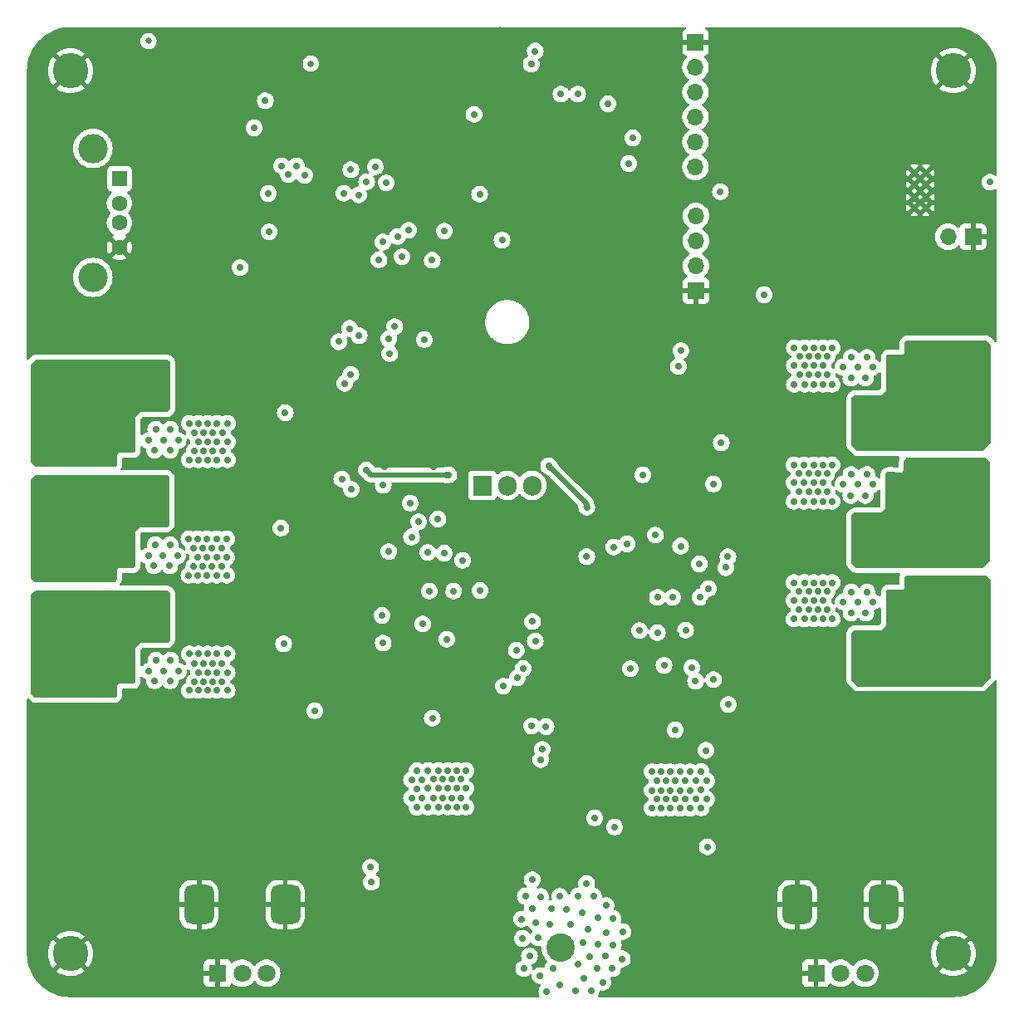
<source format=gbr>
%TF.GenerationSoftware,KiCad,Pcbnew,7.0.1*%
%TF.CreationDate,2023-07-30T21:13:22+03:00*%
%TF.ProjectId,ESP32_dual_ESC,45535033-325f-4647-9561-6c5f4553432e,rev?*%
%TF.SameCoordinates,Original*%
%TF.FileFunction,Copper,L2,Inr*%
%TF.FilePolarity,Positive*%
%FSLAX46Y46*%
G04 Gerber Fmt 4.6, Leading zero omitted, Abs format (unit mm)*
G04 Created by KiCad (PCBNEW 7.0.1) date 2023-07-30 21:13:22*
%MOMM*%
%LPD*%
G01*
G04 APERTURE LIST*
G04 Aperture macros list*
%AMRoundRect*
0 Rectangle with rounded corners*
0 $1 Rounding radius*
0 $2 $3 $4 $5 $6 $7 $8 $9 X,Y pos of 4 corners*
0 Add a 4 corners polygon primitive as box body*
4,1,4,$2,$3,$4,$5,$6,$7,$8,$9,$2,$3,0*
0 Add four circle primitives for the rounded corners*
1,1,$1+$1,$2,$3*
1,1,$1+$1,$4,$5*
1,1,$1+$1,$6,$7*
1,1,$1+$1,$8,$9*
0 Add four rect primitives between the rounded corners*
20,1,$1+$1,$2,$3,$4,$5,0*
20,1,$1+$1,$4,$5,$6,$7,0*
20,1,$1+$1,$6,$7,$8,$9,0*
20,1,$1+$1,$8,$9,$2,$3,0*%
G04 Aperture macros list end*
%TA.AperFunction,ComponentPad*%
%ADD10R,1.700000X1.700000*%
%TD*%
%TA.AperFunction,ComponentPad*%
%ADD11O,1.700000X1.700000*%
%TD*%
%TA.AperFunction,ComponentPad*%
%ADD12R,1.905000X2.000000*%
%TD*%
%TA.AperFunction,ComponentPad*%
%ADD13O,1.905000X2.000000*%
%TD*%
%TA.AperFunction,ComponentPad*%
%ADD14C,2.900000*%
%TD*%
%TA.AperFunction,ComponentPad*%
%ADD15C,3.600000*%
%TD*%
%TA.AperFunction,ComponentPad*%
%ADD16R,1.800000X1.800000*%
%TD*%
%TA.AperFunction,ComponentPad*%
%ADD17C,1.800000*%
%TD*%
%TA.AperFunction,ComponentPad*%
%ADD18RoundRect,0.750000X0.750000X-1.250000X0.750000X1.250000X-0.750000X1.250000X-0.750000X-1.250000X0*%
%TD*%
%TA.AperFunction,ComponentPad*%
%ADD19R,1.500000X1.600000*%
%TD*%
%TA.AperFunction,ComponentPad*%
%ADD20C,1.600000*%
%TD*%
%TA.AperFunction,ComponentPad*%
%ADD21C,3.000000*%
%TD*%
%TA.AperFunction,ComponentPad*%
%ADD22C,0.700000*%
%TD*%
%TA.AperFunction,ViaPad*%
%ADD23C,0.700000*%
%TD*%
%TA.AperFunction,ViaPad*%
%ADD24C,0.650000*%
%TD*%
%TA.AperFunction,ViaPad*%
%ADD25C,3.000000*%
%TD*%
%TA.AperFunction,Conductor*%
%ADD26C,0.500000*%
%TD*%
G04 APERTURE END LIST*
D10*
%TO.N,GND*%
%TO.C,J7*%
X118720000Y-52100000D03*
D11*
%TO.N,/MCU/RX*%
X118720000Y-54640000D03*
%TO.N,/MCU/TX*%
X118720000Y-57180000D03*
%TO.N,/MCU/RST*%
X118720000Y-59720000D03*
%TO.N,/MCU/DTR*%
X118720000Y-62260000D03*
%TO.N,+3V3*%
X118720000Y-64800000D03*
%TD*%
D12*
%TO.N,Net-(U8-ADJ)*%
%TO.C,U8*%
X96980000Y-97280000D03*
D13*
%TO.N,+15V*%
X99520000Y-97280000D03*
%TO.N,VCC*%
X102060000Y-97280000D03*
%TD*%
D14*
%TO.N,/ESC_V2/A1*%
%TO.C,J11*%
X144688621Y-87755000D03*
%TD*%
D15*
%TO.N,GND*%
%TO.C,H3*%
X145000000Y-145000000D03*
%TD*%
D10*
%TO.N,GND*%
%TO.C,J4*%
X147010000Y-71910000D03*
D11*
%TO.N,Net-(J4-Pin_2)*%
X144470000Y-71910000D03*
%TD*%
D10*
%TO.N,GND*%
%TO.C,J10*%
X118760000Y-77420000D03*
D11*
%TO.N,SCL*%
X118760000Y-74880000D03*
%TO.N,SDA*%
X118760000Y-72340000D03*
%TO.N,+3V3*%
X118760000Y-69800000D03*
%TD*%
D16*
%TO.N,GND*%
%TO.C,RV2*%
X131000000Y-147000000D03*
D17*
%TO.N,/MCU/GPIO_15*%
X133500000Y-147000000D03*
%TO.N,+3V3*%
X136000000Y-147000000D03*
D18*
%TO.N,GND*%
X129100000Y-140000000D03*
X137900000Y-140000000D03*
%TD*%
D15*
%TO.N,GND*%
%TO.C,H2*%
X145000000Y-55000000D03*
%TD*%
D19*
%TO.N,VBUS*%
%TO.C,J5*%
X60000000Y-66000000D03*
D20*
%TO.N,D-*%
X60000000Y-68500000D03*
%TO.N,D+*%
X60000000Y-70500000D03*
%TO.N,GND*%
X60000000Y-73000000D03*
D21*
%TO.N,unconnected-(J5-Shield-Pad5)*%
X57290000Y-62930000D03*
X57290000Y-76070000D03*
%TD*%
D22*
%TO.N,GND*%
%TO.C,U5*%
X141020000Y-65395000D03*
X141020000Y-66595000D03*
X141020000Y-67895000D03*
X141020000Y-68995000D03*
X142220000Y-65395000D03*
X142220000Y-66595000D03*
X142220000Y-67895000D03*
X142220000Y-68995000D03*
%TD*%
D16*
%TO.N,GND*%
%TO.C,RV1*%
X70000000Y-147000000D03*
D17*
%TO.N,/MCU/GPIO_16*%
X72500000Y-147000000D03*
%TO.N,+3V3*%
X75000000Y-147000000D03*
D18*
%TO.N,GND*%
X68100000Y-140000000D03*
X76900000Y-140000000D03*
%TD*%
D15*
%TO.N,GND*%
%TO.C,H1*%
X55000000Y-55000000D03*
%TD*%
D14*
%TO.N,/ESC_V1/A1*%
%TO.C,J1*%
X55258621Y-112205000D03*
%TD*%
%TO.N,/ESC_V1/B1*%
%TO.C,J2*%
X55258621Y-100205000D03*
%TD*%
%TO.N,/ESC_V2/B1*%
%TO.C,J12*%
X144640000Y-99700000D03*
%TD*%
%TO.N,/ESC_V2/C1*%
%TO.C,J13*%
X144670000Y-111690000D03*
%TD*%
D15*
%TO.N,GND*%
%TO.C,H4*%
X55000000Y-145000000D03*
%TD*%
D14*
%TO.N,VDC*%
%TO.C,J15*%
X104960000Y-144360000D03*
%TD*%
%TO.N,/ESC_V1/C1*%
%TO.C,J3*%
X55258621Y-88205000D03*
%TD*%
%TO.N,GND*%
%TO.C,J14*%
X94960000Y-144360000D03*
%TD*%
D23*
%TO.N,GND*%
X64855441Y-128683613D03*
X128638158Y-59090290D03*
X57904349Y-59529703D03*
D24*
X92940000Y-147080000D03*
D23*
X131780000Y-88630000D03*
D24*
X98300000Y-145020000D03*
D23*
X116550000Y-123280000D03*
X122809836Y-54796332D03*
X142894197Y-124847765D03*
X140981871Y-136846165D03*
X80834485Y-132694154D03*
X129940000Y-92320000D03*
X94110000Y-62030000D03*
D24*
X98670000Y-147500000D03*
D23*
X68868621Y-97355000D03*
X128525000Y-113505000D03*
X68710000Y-51990000D03*
X56651911Y-141168085D03*
D24*
X97290000Y-143990000D03*
D23*
X84550713Y-56762704D03*
X130834635Y-64726424D03*
X80547436Y-142716544D03*
X59610422Y-83136754D03*
X67212047Y-75312277D03*
X129920000Y-104260000D03*
X55703546Y-81043926D03*
X122667958Y-64847415D03*
X146705549Y-122857181D03*
X88867747Y-146983802D03*
X129410000Y-101520000D03*
X132230000Y-101520000D03*
X62192000Y-77864000D03*
X82813303Y-142578613D03*
X60984899Y-134637153D03*
X104270000Y-73100000D03*
X147057932Y-76737784D03*
X113890000Y-109690000D03*
X118853760Y-143107657D03*
X142230000Y-75560000D03*
X148470000Y-74400000D03*
X123082574Y-52971059D03*
X106240000Y-99260000D03*
X97048670Y-64579702D03*
X126841570Y-52670861D03*
X53073595Y-122976090D03*
X116973976Y-146946388D03*
X88240000Y-117770000D03*
X118817236Y-141168301D03*
X66824069Y-130937260D03*
D24*
X99400000Y-143800000D03*
X96520000Y-146000000D03*
D23*
X78660515Y-108821104D03*
X86810000Y-51390000D03*
X131760000Y-102440000D03*
X86580000Y-88440000D03*
X106040000Y-122040000D03*
X130310000Y-103340000D03*
X82960000Y-55210000D03*
X125410000Y-135010000D03*
X78715076Y-132815283D03*
D24*
X92080000Y-140440000D03*
D23*
X70668621Y-101045000D03*
X131780000Y-92320000D03*
X67993621Y-85600000D03*
X81260000Y-50890000D03*
X70728621Y-112795000D03*
X141047744Y-58829462D03*
X67928621Y-99175000D03*
X131265000Y-115325000D03*
X124974591Y-59066851D03*
X139064452Y-121097052D03*
X82727640Y-138825944D03*
X125129845Y-132930703D03*
X138773891Y-78885689D03*
X85029787Y-141099472D03*
X68503621Y-88340000D03*
X129040000Y-90500000D03*
X131775000Y-114425000D03*
X52563581Y-129147391D03*
X144936497Y-124925411D03*
X102290000Y-103890000D03*
X130330000Y-89580000D03*
X140543957Y-54881639D03*
X100500000Y-131520000D03*
X70733621Y-85600000D03*
D24*
X93100000Y-139400000D03*
D23*
X62787030Y-136893280D03*
X86926251Y-120979167D03*
X124824287Y-67048806D03*
X81058870Y-134715932D03*
X61061813Y-60698473D03*
X102660000Y-94200000D03*
X142893301Y-122872700D03*
X128886590Y-52860367D03*
X81034289Y-138611744D03*
D24*
X91810000Y-139070000D03*
D23*
X56707646Y-68677146D03*
X86780000Y-55560000D03*
X121940000Y-97260000D03*
X100947019Y-106785703D03*
X90130000Y-55380000D03*
D24*
X97650000Y-148710000D03*
D23*
X56931376Y-70206230D03*
X120925847Y-56621469D03*
X128819203Y-56698330D03*
X68503621Y-86520000D03*
X69768621Y-101045000D03*
D24*
X95650000Y-147400000D03*
D23*
X82550389Y-133138753D03*
X58839798Y-122570726D03*
X108980000Y-57220000D03*
X82350000Y-51730000D03*
X96840783Y-57098687D03*
D24*
X92640000Y-143850000D03*
D23*
X82950000Y-108760000D03*
X78953537Y-118877528D03*
X60897262Y-140616896D03*
X54100000Y-62100000D03*
X144787125Y-138686212D03*
X56800000Y-66700000D03*
D24*
X92140000Y-148210000D03*
D23*
X88210000Y-138990000D03*
X73870000Y-71280000D03*
X122975465Y-56959788D03*
X53746518Y-81220835D03*
X62926417Y-142615942D03*
D24*
X91290000Y-141400000D03*
D23*
X132851547Y-52960979D03*
X116770000Y-112480000D03*
X109150000Y-112990000D03*
X126656934Y-132617092D03*
X120130000Y-109190000D03*
X63970000Y-71006000D03*
X131250000Y-101520000D03*
X102100000Y-102290000D03*
X120853777Y-60966672D03*
X124849939Y-55012339D03*
X116626776Y-142620935D03*
X116895162Y-78849285D03*
X102890333Y-68670543D03*
X67458621Y-100095000D03*
X51164967Y-72648453D03*
X78340000Y-50900000D03*
X59008214Y-145031059D03*
X111125170Y-136819913D03*
X63518996Y-81208757D03*
X112938145Y-53161256D03*
X60250000Y-77970000D03*
X69438621Y-110025000D03*
X70728621Y-109105000D03*
D24*
X85290000Y-134660000D03*
D23*
X78961520Y-106669171D03*
X89400000Y-51340000D03*
X58893109Y-120676134D03*
X65250000Y-75260000D03*
X62552028Y-131110452D03*
X70733430Y-132852203D03*
X129990000Y-77630000D03*
D24*
X95470000Y-135810000D03*
D23*
X86680000Y-100340000D03*
D24*
X100030000Y-51730000D03*
D23*
X144562072Y-121165882D03*
X75146000Y-79642000D03*
X120535520Y-58789401D03*
X78602149Y-94826170D03*
X67523621Y-88340000D03*
X51969879Y-82972992D03*
X61759561Y-81066741D03*
X135056792Y-65149056D03*
X145861507Y-60863263D03*
X54256074Y-66403546D03*
X142820526Y-138905799D03*
X87100000Y-143770000D03*
X60545467Y-146632241D03*
X82656612Y-136946604D03*
X146682028Y-78574411D03*
X57006875Y-134916934D03*
X116664811Y-88830096D03*
X129935000Y-116245000D03*
X129040000Y-92320000D03*
X88859029Y-143148120D03*
X63114206Y-128845059D03*
X58959605Y-146739541D03*
X126988594Y-61064928D03*
X132783917Y-80595047D03*
X54775098Y-130859694D03*
X136960596Y-126914498D03*
X56912100Y-126916371D03*
X105780000Y-114810000D03*
X144710663Y-122773869D03*
X126932085Y-66799412D03*
X131760000Y-104260000D03*
X91560000Y-99950000D03*
X69768621Y-97355000D03*
X62712100Y-124856536D03*
X141046508Y-133015868D03*
X128510000Y-103340000D03*
X67523621Y-86520000D03*
X77630000Y-110940000D03*
X122575806Y-63041512D03*
X140684198Y-57146011D03*
X116719265Y-52671057D03*
X69378621Y-100095000D03*
X135058952Y-57059943D03*
X92900000Y-107840000D03*
X66530000Y-81150000D03*
X118681841Y-146690016D03*
X66750000Y-52010000D03*
X146757299Y-140706213D03*
D24*
X94890000Y-140690000D03*
D23*
X142880587Y-119055231D03*
X63970000Y-76848000D03*
X61324528Y-83115194D03*
X129035000Y-112555000D03*
X56586708Y-125040954D03*
X61057641Y-53024861D03*
X58770279Y-127038735D03*
X60740957Y-126749597D03*
X60888073Y-133105038D03*
X75572758Y-73795836D03*
X130835000Y-114425000D03*
X145095130Y-118903246D03*
X129020000Y-104260000D03*
X131059050Y-132956625D03*
X69443621Y-86520000D03*
X124834793Y-60860374D03*
X120697795Y-55024009D03*
X136903222Y-79047989D03*
X142728145Y-136921934D03*
X142603128Y-132994005D03*
X68868621Y-99175000D03*
X69438621Y-111845000D03*
X108280000Y-114880000D03*
X54824316Y-134879414D03*
X129425000Y-113505000D03*
X56974905Y-120635289D03*
X84692294Y-120849918D03*
X141112817Y-139068726D03*
X58863131Y-128788640D03*
X142839329Y-127156703D03*
X123060000Y-133480000D03*
X131052671Y-58825583D03*
X59520000Y-81410000D03*
X101087731Y-104859463D03*
X140954580Y-80849133D03*
D24*
X65880000Y-60870000D03*
D23*
X146787222Y-124914233D03*
X114824217Y-76628202D03*
X140923917Y-121049885D03*
X97410000Y-123850000D03*
X146984266Y-133035276D03*
X53357046Y-72449866D03*
X109010000Y-136330000D03*
X142841285Y-120952222D03*
X63970000Y-64402000D03*
X119034864Y-86916027D03*
X120795516Y-84701843D03*
X139105494Y-118653506D03*
X84849199Y-60957360D03*
X131078720Y-54968534D03*
X129035000Y-116245000D03*
X116770000Y-115520000D03*
X55010183Y-124585864D03*
X129940000Y-88630000D03*
X138796345Y-54882404D03*
X107081420Y-52589148D03*
X84380000Y-51410000D03*
X70668621Y-97355000D03*
X104637180Y-53010273D03*
X130325000Y-115325000D03*
X53720429Y-76948727D03*
X85900000Y-139040000D03*
X71238621Y-111845000D03*
X138684785Y-132739557D03*
X69443621Y-88340000D03*
X108660000Y-132650000D03*
X142710260Y-79097573D03*
X75197105Y-75814704D03*
X72352000Y-68466000D03*
D24*
X94800000Y-148760000D03*
D23*
X147128325Y-62975536D03*
X146786932Y-128799161D03*
X118557070Y-88660146D03*
X115150000Y-95000000D03*
X90125000Y-116720000D03*
X53942277Y-68257953D03*
X114792262Y-52710791D03*
X114735859Y-140723733D03*
X69828621Y-109105000D03*
X126812236Y-55023604D03*
X100643479Y-108978465D03*
X124290000Y-72960000D03*
X81990000Y-144650000D03*
X91750000Y-51200000D03*
X128916900Y-65011947D03*
X67458621Y-98275000D03*
X130325000Y-113505000D03*
X53359435Y-70742016D03*
X60647392Y-124735175D03*
X138958405Y-52788288D03*
D24*
X90650000Y-147020000D03*
D23*
X140795312Y-118690382D03*
X82810731Y-120713413D03*
X68492047Y-81202277D03*
X82757770Y-134655170D03*
X124594525Y-62573584D03*
X53106108Y-126749732D03*
X54920189Y-120840146D03*
X132245000Y-113505000D03*
X85410000Y-145360000D03*
X103250000Y-102990000D03*
X142150000Y-76690000D03*
X63716000Y-67450000D03*
D24*
X94040000Y-142110000D03*
D23*
X70785593Y-81226203D03*
X70343621Y-88340000D03*
X60795177Y-128761950D03*
X60799178Y-120712257D03*
X94590000Y-55440000D03*
X137064851Y-132614198D03*
X58330000Y-56600000D03*
X126804412Y-62680328D03*
X136652200Y-57019700D03*
X113119857Y-141058450D03*
X70338621Y-111845000D03*
X64850624Y-135123397D03*
X106740000Y-111340000D03*
X76992980Y-132746115D03*
D24*
X91040000Y-135930000D03*
D23*
X56652800Y-136834689D03*
X128903120Y-70631854D03*
X131780000Y-90500000D03*
X67993621Y-89290000D03*
X67988621Y-112795000D03*
X64658001Y-141041530D03*
X120970301Y-52854450D03*
X60646982Y-54999551D03*
X52841035Y-132858671D03*
X70668621Y-99175000D03*
X72880522Y-132619134D03*
X86531416Y-122976347D03*
X82976695Y-122712551D03*
X52966157Y-134931837D03*
X129935000Y-114425000D03*
X55983530Y-59442514D03*
X93110000Y-58090000D03*
D24*
X94210000Y-147530000D03*
D23*
X144744067Y-128805517D03*
X128899360Y-132866947D03*
X69833621Y-85600000D03*
X112873364Y-145121772D03*
X62797375Y-140777809D03*
X129020000Y-102440000D03*
X106885573Y-54735549D03*
X51852427Y-66544494D03*
X58776690Y-130898393D03*
X137052879Y-120658759D03*
X61123349Y-145108388D03*
X128626679Y-80890063D03*
X129040000Y-88630000D03*
X62793006Y-62949158D03*
X70278621Y-100095000D03*
X129920000Y-100570000D03*
X68933621Y-85600000D03*
X91930000Y-59620000D03*
X106960000Y-107350000D03*
X51600000Y-70600000D03*
D24*
X99440000Y-141740000D03*
D23*
X146981660Y-120657401D03*
X62658015Y-121167573D03*
X118600405Y-144641008D03*
X63516607Y-82916607D03*
X53092883Y-136824459D03*
X53452517Y-78807741D03*
X60968979Y-56909231D03*
X51694483Y-68031582D03*
X138735267Y-80775735D03*
X60843745Y-123051102D03*
X82750000Y-58220000D03*
X137128793Y-118943677D03*
X77800000Y-98460000D03*
X113044438Y-138709417D03*
X132230000Y-103340000D03*
X59033932Y-140660432D03*
X130840000Y-90500000D03*
X105840000Y-102150000D03*
D24*
X90460000Y-142540000D03*
D23*
X134890589Y-81041779D03*
D24*
X90160000Y-140720000D03*
D23*
X73559154Y-76101192D03*
D24*
X90450000Y-145180000D03*
D23*
X142998887Y-59054264D03*
X77880000Y-86730000D03*
X119510000Y-132890000D03*
X71243621Y-86520000D03*
X95212000Y-67704000D03*
X143731143Y-60784802D03*
X91400000Y-118030000D03*
X69812000Y-72022000D03*
X54705771Y-138833823D03*
X100780068Y-68685043D03*
X115081779Y-143012395D03*
X87100000Y-119020000D03*
X127104484Y-64578478D03*
X89350000Y-119550000D03*
D24*
X91620000Y-146570000D03*
D23*
X146965088Y-118671274D03*
X60785467Y-142827270D03*
X148760000Y-64020000D03*
X57700000Y-79100000D03*
X53947025Y-83065346D03*
X85016533Y-122665611D03*
X113330000Y-64100000D03*
X131270000Y-89580000D03*
X138943221Y-125099865D03*
X144602920Y-130928810D03*
X116637716Y-92730844D03*
X136598310Y-80690095D03*
X130835000Y-112555000D03*
X51337671Y-76842891D03*
X56578073Y-132950563D03*
X121680000Y-89520000D03*
X108310000Y-124730000D03*
X145040124Y-75009982D03*
X134918942Y-79085466D03*
X51800000Y-59700000D03*
X110592091Y-122628037D03*
X140614685Y-52604344D03*
X136962071Y-64950357D03*
X52959337Y-140895829D03*
X114400000Y-136400000D03*
X124691362Y-64774883D03*
X140711373Y-78917668D03*
X128530000Y-91400000D03*
X140969851Y-126966068D03*
X55083455Y-132942098D03*
X108837044Y-53075453D03*
D24*
X93050000Y-145860000D03*
D23*
X142665525Y-80908796D03*
X140727809Y-131148201D03*
X144684495Y-77040890D03*
X80923736Y-121007771D03*
X115093228Y-79016262D03*
X146709521Y-126952740D03*
X94573860Y-52757079D03*
X93037620Y-53163501D03*
X51790422Y-64226754D03*
X128914380Y-60768490D03*
X144771473Y-135113781D03*
X58633651Y-132867775D03*
X67993621Y-87420000D03*
X121710000Y-116140000D03*
X55476109Y-82841616D03*
X110860000Y-111230000D03*
X146659276Y-64880661D03*
X142682750Y-141144019D03*
X130840000Y-88630000D03*
X56931575Y-122640349D03*
X94782668Y-123007339D03*
X64591829Y-132854584D03*
X54931053Y-128923945D03*
X69828621Y-112795000D03*
X75850000Y-51630000D03*
X52876188Y-130956889D03*
X80679359Y-140616557D03*
X133084737Y-79161430D03*
X84530000Y-142620000D03*
X62703336Y-135055562D03*
X68933621Y-87420000D03*
X55583530Y-78742514D03*
X54079165Y-64446518D03*
X63023605Y-122911083D03*
X67518621Y-111845000D03*
X147200000Y-68960000D03*
X143093589Y-134626657D03*
X105870000Y-105310000D03*
X128683079Y-54760164D03*
X85110000Y-87570000D03*
X64893581Y-131111801D03*
X131270000Y-91400000D03*
X142931702Y-128899821D03*
X70728621Y-110925000D03*
X52990243Y-125027567D03*
X62914915Y-126966398D03*
X113930000Y-65990000D03*
X132909681Y-59097621D03*
X92020000Y-95340000D03*
X64630545Y-144888797D03*
X60846983Y-137079172D03*
X87180000Y-116540000D03*
X80795536Y-80821130D03*
X91270000Y-57150000D03*
X72640000Y-81540000D03*
X69833621Y-89290000D03*
X70574000Y-63894000D03*
X114923275Y-92977508D03*
X129430000Y-89580000D03*
X62926543Y-138761545D03*
X132888873Y-55044059D03*
X82250000Y-148300000D03*
X131775000Y-116245000D03*
X116825282Y-144781501D03*
X92572956Y-122616836D03*
X68438621Y-98275000D03*
D24*
X85270000Y-133300000D03*
D23*
X136819337Y-128787637D03*
X136538774Y-131001888D03*
D24*
X97470000Y-51730000D03*
D23*
X112674025Y-147162984D03*
X66774945Y-132714795D03*
X116704085Y-76855078D03*
X146683941Y-75044502D03*
D24*
X97830000Y-141470000D03*
D23*
X57081698Y-139005478D03*
X71178621Y-100095000D03*
X58861859Y-124985368D03*
X68774905Y-132781418D03*
X87280000Y-148820000D03*
X67928621Y-101045000D03*
X116550000Y-139640000D03*
X54810842Y-140629245D03*
X138865753Y-126663571D03*
X138688023Y-58808225D03*
X100000000Y-118720000D03*
X124797588Y-56789393D03*
X85024754Y-59140170D03*
X63050066Y-145014322D03*
X136536493Y-123110930D03*
X82820000Y-140700000D03*
X130310000Y-101520000D03*
X68498621Y-110025000D03*
X111070779Y-52719678D03*
X122890000Y-70630000D03*
X84650000Y-147770000D03*
X84380000Y-96520000D03*
X58961179Y-134740609D03*
X136979341Y-52994745D03*
X114410000Y-121290000D03*
X51400000Y-79000000D03*
X90920914Y-122899646D03*
X58791660Y-136603164D03*
X114884699Y-82825852D03*
D24*
X96300000Y-148700000D03*
D23*
X121730000Y-100310000D03*
X64986000Y-81166000D03*
X129920000Y-102440000D03*
X69833621Y-87420000D03*
X146929046Y-130731260D03*
X130884589Y-80883130D03*
X51400000Y-81200000D03*
X121220000Y-86490000D03*
X68933621Y-89290000D03*
X85150000Y-99520000D03*
X133114327Y-65026445D03*
X129410000Y-103340000D03*
D24*
X96440000Y-141050000D03*
D25*
X88530000Y-59480000D03*
D23*
X80545382Y-72611797D03*
X108460000Y-103150000D03*
X123020000Y-139310000D03*
X114546094Y-144766602D03*
D24*
X91050000Y-143880000D03*
D23*
X139123035Y-128657078D03*
X115310000Y-68120000D03*
X126550486Y-58584033D03*
X120794706Y-71119202D03*
D24*
X94660000Y-139410000D03*
D23*
X130820000Y-100570000D03*
D24*
X97440000Y-140100000D03*
D23*
X66680000Y-57980000D03*
X53351275Y-74537535D03*
D24*
X96070000Y-139660000D03*
X93480000Y-148760000D03*
D23*
X71238621Y-110025000D03*
X64692149Y-136675529D03*
X51713324Y-74824023D03*
X67988621Y-109105000D03*
X70733621Y-87420000D03*
X136985315Y-54763145D03*
X146895422Y-80621906D03*
X81078562Y-70860385D03*
X70343621Y-86520000D03*
X114858788Y-91144539D03*
X130820000Y-104260000D03*
X144922966Y-80629221D03*
X145129251Y-59132725D03*
X58559929Y-143113662D03*
X85280000Y-107900000D03*
X145014471Y-132976149D03*
X129430000Y-91400000D03*
X129035000Y-114425000D03*
X77410000Y-105410000D03*
X147051176Y-134975124D03*
X68498621Y-111845000D03*
X68928621Y-110925000D03*
D24*
X91900000Y-145180000D03*
D23*
X137027233Y-58827562D03*
X132644459Y-56728769D03*
D24*
X98760000Y-50824500D03*
D23*
X71243621Y-88340000D03*
X67518621Y-110025000D03*
X116575165Y-90715156D03*
X140970000Y-76800000D03*
X131775000Y-112555000D03*
D24*
X97930000Y-146430000D03*
D23*
X128525000Y-115325000D03*
X118997593Y-92616999D03*
X142210000Y-74640000D03*
X55013670Y-126857720D03*
X81021739Y-137081108D03*
X79600000Y-51150000D03*
X129425000Y-115325000D03*
X130835000Y-116245000D03*
X144858244Y-140926001D03*
X130535632Y-52935477D03*
X69828621Y-110925000D03*
D24*
X98960000Y-140310000D03*
X65920000Y-62390000D03*
D23*
X58792711Y-54658666D03*
X139040885Y-131090232D03*
X53852517Y-59507741D03*
D24*
X93680000Y-140510000D03*
D23*
X56756715Y-128930836D03*
X134981566Y-132713569D03*
X78540000Y-148770000D03*
X68438621Y-100095000D03*
X87060000Y-92890000D03*
X70840000Y-74620000D03*
X132250000Y-91400000D03*
X140694153Y-129102560D03*
X88670497Y-145062577D03*
X105680000Y-93670000D03*
X56709957Y-72342272D03*
X147060773Y-138572437D03*
X62706417Y-133112323D03*
X51700000Y-62500000D03*
X141780000Y-60560000D03*
X148420000Y-67910000D03*
X130844561Y-56675061D03*
X63395593Y-74946203D03*
X57557953Y-81357723D03*
X141220000Y-73210000D03*
X128578435Y-62974831D03*
X65200000Y-73570000D03*
X93670000Y-119110000D03*
X126970000Y-74940000D03*
X131250000Y-77940000D03*
X134734281Y-58937109D03*
X96560000Y-60960000D03*
X126639354Y-69084959D03*
X68928621Y-112795000D03*
X132250000Y-89580000D03*
X97220000Y-116720000D03*
X79870000Y-78750000D03*
X87050000Y-95370000D03*
D24*
X97160000Y-147460000D03*
D23*
X140593776Y-124794212D03*
X64667967Y-146852825D03*
X121015937Y-111031769D03*
X67988621Y-110925000D03*
X120840000Y-123690000D03*
X79420000Y-64630000D03*
X73190000Y-73690000D03*
X84040000Y-112100000D03*
X134884637Y-130656040D03*
X125860000Y-80010000D03*
X110850000Y-114640000D03*
X68928621Y-109105000D03*
X128510000Y-101520000D03*
X134781612Y-52835479D03*
D24*
X98310000Y-142810000D03*
D23*
X135018945Y-54831293D03*
X52831939Y-138931349D03*
X114618765Y-146804406D03*
X146956807Y-59039093D03*
X127084340Y-57034446D03*
X105770000Y-118650000D03*
X80090000Y-144670000D03*
X129935000Y-112555000D03*
X75087720Y-62896865D03*
X70733621Y-89290000D03*
X144798062Y-78575704D03*
X69378621Y-98275000D03*
X142795592Y-130746142D03*
X67020000Y-71940000D03*
X62806160Y-146751251D03*
X71082000Y-70498000D03*
X56728609Y-130657988D03*
X141069826Y-146676110D03*
X70338621Y-110025000D03*
X64616745Y-142750543D03*
X52714418Y-120752301D03*
X67162047Y-73622277D03*
X120561947Y-62594058D03*
X139083369Y-123149625D03*
X102430000Y-63110000D03*
X144805430Y-126823017D03*
X130840000Y-92320000D03*
X63345593Y-73256203D03*
X93029695Y-66675227D03*
X128530000Y-89580000D03*
X74602047Y-81592277D03*
X138895586Y-56804250D03*
X118926685Y-138990841D03*
X69768621Y-99175000D03*
X123026761Y-60752814D03*
X68868621Y-101045000D03*
X70278621Y-98275000D03*
X58973524Y-52698477D03*
X85290000Y-111300000D03*
D24*
X92790000Y-141360000D03*
D23*
X57612151Y-83063035D03*
X118635369Y-90682637D03*
X131265000Y-113505000D03*
X101030000Y-57320000D03*
X131760000Y-100570000D03*
X60092056Y-79457088D03*
X67928621Y-97355000D03*
X148480000Y-79370000D03*
X129940000Y-73600000D03*
X136873424Y-124864333D03*
X60531025Y-130712931D03*
X132245000Y-115325000D03*
X54594502Y-136804650D03*
X124720474Y-53130547D03*
X141045260Y-122626915D03*
D24*
X99380000Y-146050000D03*
D23*
X129940000Y-90500000D03*
X91410000Y-61950000D03*
X111980000Y-118520000D03*
X130820000Y-102440000D03*
X108470000Y-60230000D03*
X95590000Y-51010000D03*
X148430000Y-60890000D03*
X75660000Y-66350000D03*
X58954813Y-138837422D03*
X71178621Y-98275000D03*
X64848194Y-139153634D03*
X60773972Y-138906918D03*
X89570000Y-97530000D03*
X122875791Y-58959136D03*
X72606000Y-64402000D03*
X86680000Y-140430000D03*
X70828000Y-66942000D03*
X86910000Y-107000000D03*
D24*
X92000000Y-142550000D03*
D23*
X60956294Y-62849265D03*
X130330000Y-91400000D03*
X147034460Y-136579412D03*
X144931076Y-136813776D03*
X54589252Y-122629461D03*
D24*
X96550000Y-142510000D03*
D23*
X98834976Y-71015692D03*
X111580000Y-101380000D03*
X68660000Y-58010000D03*
X92765000Y-111365000D03*
X129020000Y-100570000D03*
X131250000Y-103340000D03*
X86910000Y-105050000D03*
%TO.N,+15V*%
X103750000Y-95270000D03*
X107630000Y-104550000D03*
X93560000Y-96210000D03*
X85180000Y-95720000D03*
X107640000Y-99500000D03*
%TO.N,/ESC_V1/A1*%
X58180000Y-113840000D03*
X54260000Y-118340000D03*
X56418621Y-109605000D03*
X59470000Y-117230000D03*
X60048621Y-108665000D03*
X54160000Y-108540000D03*
X52350000Y-111980000D03*
X63738621Y-110795000D03*
X76730000Y-113440000D03*
X58470000Y-110670000D03*
X51350000Y-112580000D03*
X57948621Y-117185000D03*
X59490000Y-113390000D03*
X57698621Y-111655000D03*
X55760000Y-118340000D03*
X52788621Y-113725000D03*
X51948621Y-109685000D03*
X59490000Y-111790000D03*
X53448621Y-109685000D03*
X56258621Y-115025000D03*
X62950000Y-109650000D03*
X51440000Y-108530000D03*
X53448621Y-117185000D03*
X53418621Y-114905000D03*
X51490000Y-118360000D03*
X58480000Y-112680000D03*
X92460000Y-100700000D03*
X55628621Y-116155000D03*
X62930000Y-111780000D03*
X54778621Y-114925000D03*
X59490000Y-114900000D03*
X56878621Y-113905000D03*
X57160000Y-108540000D03*
X51420000Y-116100000D03*
X51948621Y-117185000D03*
X62238621Y-110795000D03*
X58760000Y-118340000D03*
X55660000Y-108540000D03*
X59110000Y-109670000D03*
X56448621Y-117185000D03*
X58060000Y-115120000D03*
X60738621Y-110795000D03*
X54878621Y-109575000D03*
X61320000Y-111780000D03*
X52650000Y-110670000D03*
X51420000Y-110670000D03*
X54948621Y-117185000D03*
X61450000Y-109650000D03*
X57948621Y-109685000D03*
X52660000Y-108540000D03*
X58660000Y-108540000D03*
X57260000Y-118340000D03*
X51430000Y-113880000D03*
X58740000Y-116140000D03*
X52760000Y-118340000D03*
X57140000Y-116140000D03*
X52040000Y-114890000D03*
X52650000Y-116090000D03*
X54108621Y-116155000D03*
%TO.N,/ESC_V1/B1*%
X60707242Y-98990000D03*
X53417242Y-97880000D03*
X51388621Y-104295000D03*
X62207242Y-98990000D03*
X54128621Y-96735000D03*
X52318621Y-100175000D03*
X54228621Y-106535000D03*
X56417242Y-105380000D03*
X52628621Y-96735000D03*
X62898621Y-99975000D03*
X54158621Y-104295000D03*
X76460000Y-101620000D03*
X59458621Y-101585000D03*
X52618621Y-104285000D03*
X59458621Y-103095000D03*
X58028621Y-103315000D03*
X52808621Y-102105000D03*
X57228621Y-106535000D03*
X60188621Y-96855000D03*
X57108621Y-104335000D03*
X51917242Y-97880000D03*
X51458621Y-106555000D03*
X56388621Y-97835000D03*
X51917242Y-105380000D03*
X63707242Y-98990000D03*
X57917242Y-105380000D03*
X58728621Y-106535000D03*
X51318621Y-100775000D03*
X56388621Y-103315000D03*
X58438621Y-98865000D03*
X57917242Y-97880000D03*
X55628621Y-96735000D03*
X54728621Y-97835000D03*
X52728621Y-106535000D03*
X53468621Y-103205000D03*
X52618621Y-98865000D03*
X61418621Y-97845000D03*
X55678621Y-104345000D03*
X57128621Y-96735000D03*
X62918621Y-97845000D03*
X53417242Y-105380000D03*
X51388621Y-98865000D03*
X56938621Y-102335000D03*
X52008621Y-103085000D03*
X59458621Y-99985000D03*
X54917242Y-105380000D03*
X58448621Y-100875000D03*
X59438621Y-105425000D03*
X58148621Y-102035000D03*
X89770000Y-102530000D03*
X61288621Y-99975000D03*
X51408621Y-96725000D03*
X58708621Y-104335000D03*
X55728621Y-106535000D03*
X51398621Y-102075000D03*
X58628621Y-96735000D03*
X54968621Y-103265000D03*
X59078621Y-97865000D03*
%TO.N,/ESC_V1/C1*%
X53288621Y-91415000D03*
X53457242Y-93640000D03*
X51438621Y-90335000D03*
X52658621Y-92545000D03*
X52768621Y-94795000D03*
X54957242Y-93640000D03*
X54168621Y-84995000D03*
X59478621Y-93685000D03*
X62938621Y-88235000D03*
X52358621Y-88435000D03*
X51428621Y-92555000D03*
X61458621Y-86105000D03*
X76890000Y-89865000D03*
X59498621Y-89845000D03*
X90480000Y-100990000D03*
X57957242Y-86140000D03*
X55668621Y-84995000D03*
X58188621Y-90295000D03*
X56457242Y-93640000D03*
X51498621Y-94815000D03*
X57957242Y-93640000D03*
X63747242Y-87250000D03*
X52668621Y-84995000D03*
X58488621Y-89135000D03*
X58478621Y-87125000D03*
X52048621Y-91345000D03*
X51957242Y-93640000D03*
X57758621Y-88245000D03*
X58748621Y-92595000D03*
X52648621Y-90105000D03*
X51448621Y-84985000D03*
X59498621Y-88245000D03*
X61328621Y-88235000D03*
X58068621Y-91575000D03*
X54898621Y-91465000D03*
X62247242Y-87250000D03*
X62958621Y-86105000D03*
X56308621Y-91445000D03*
X58768621Y-94795000D03*
X57078621Y-90725000D03*
X55768621Y-94795000D03*
X54108621Y-92535000D03*
X52658621Y-87125000D03*
X55648621Y-92595000D03*
X58668621Y-84995000D03*
X57168621Y-84995000D03*
X53418621Y-85995000D03*
X60747242Y-87250000D03*
X57268621Y-94795000D03*
X54268621Y-94795000D03*
X59498621Y-91355000D03*
X57148621Y-92595000D03*
X51428621Y-87125000D03*
X60198621Y-85165000D03*
X56568621Y-85955000D03*
X51358621Y-89035000D03*
X51957242Y-86140000D03*
X59118621Y-86125000D03*
%TO.N,+3V3*%
X121260000Y-67340000D03*
X91890000Y-121000000D03*
X118320000Y-115850000D03*
X96130000Y-59440000D03*
X119920000Y-134130000D03*
X119760000Y-124290000D03*
X116640000Y-122210000D03*
X73730000Y-60830000D03*
X125700000Y-77840000D03*
X72310000Y-75070000D03*
D24*
%TO.N,/MCU/ESP_EN*%
X62960000Y-51980000D03*
D23*
X109810000Y-58380000D03*
D24*
X79510000Y-54280000D03*
D23*
%TO.N,/MCU/ESP_BOOT*%
X96710000Y-67580000D03*
X112350000Y-61850000D03*
X74860000Y-58060000D03*
%TO.N,/ESC_V2/A1*%
X147118621Y-90755000D03*
X141288621Y-88745000D03*
X142608621Y-92885000D03*
X141820000Y-84240000D03*
X144820000Y-91740000D03*
X117200000Y-103460000D03*
X140278621Y-86525000D03*
X142018621Y-89635000D03*
X120540000Y-97140000D03*
X144238621Y-90755000D03*
X148348621Y-85325000D03*
X142508621Y-83085000D03*
X144108621Y-92885000D03*
X143320000Y-91740000D03*
X141108621Y-92885000D03*
X147728621Y-86535000D03*
X146320000Y-91740000D03*
X136838621Y-89645000D03*
X141008621Y-83085000D03*
X145608621Y-92885000D03*
X139030000Y-90630000D03*
X141588621Y-87585000D03*
X141820000Y-91740000D03*
X140278621Y-89635000D03*
X140658621Y-91755000D03*
X138318621Y-91775000D03*
X147108621Y-92885000D03*
X148338621Y-87545000D03*
X140278621Y-88035000D03*
X146320000Y-84240000D03*
X147820000Y-84240000D03*
X136030000Y-90630000D03*
X145578621Y-90755000D03*
X145508621Y-83085000D03*
X147008621Y-83085000D03*
X137530000Y-90630000D03*
X144008621Y-83085000D03*
X138448621Y-89645000D03*
X141028621Y-85285000D03*
X148418621Y-88845000D03*
X136818621Y-91775000D03*
X141298621Y-90755000D03*
X144820000Y-84240000D03*
X148348621Y-90755000D03*
X147820000Y-91740000D03*
X147118621Y-85335000D03*
X148278621Y-83065000D03*
X147418621Y-89445000D03*
X148328621Y-92895000D03*
X143320000Y-84240000D03*
X142628621Y-85285000D03*
X140298621Y-84195000D03*
X142628621Y-90755000D03*
X141708621Y-86305000D03*
%TO.N,/ESC_V2/B1*%
X146271379Y-103735000D03*
X141240000Y-100740000D03*
X143271379Y-96235000D03*
X148230000Y-95060000D03*
X142460000Y-95080000D03*
X148300000Y-102750000D03*
X147680000Y-98530000D03*
X148300000Y-97320000D03*
X138400000Y-101640000D03*
X142580000Y-102750000D03*
X140980000Y-97280000D03*
X148290000Y-99540000D03*
X141771379Y-103735000D03*
X148280000Y-104890000D03*
X141660000Y-98300000D03*
X140230000Y-98520000D03*
X137481379Y-102625000D03*
X147070000Y-97330000D03*
X145460000Y-95080000D03*
X140230000Y-100030000D03*
X146271379Y-96235000D03*
X141250000Y-102750000D03*
X143960000Y-95080000D03*
X145560000Y-104880000D03*
X145530000Y-102750000D03*
X144190000Y-102750000D03*
X140250000Y-96190000D03*
X141970000Y-101630000D03*
X135981379Y-102625000D03*
X136790000Y-101640000D03*
X147370000Y-101440000D03*
X142560000Y-104880000D03*
X144771379Y-103735000D03*
X147070000Y-102750000D03*
X143271379Y-103735000D03*
X147771379Y-103735000D03*
X121830000Y-105660000D03*
X148370000Y-100840000D03*
X147771379Y-96235000D03*
X141540000Y-99580000D03*
X141060000Y-104880000D03*
X141771379Y-96235000D03*
X119130000Y-105280000D03*
X140960000Y-95080000D03*
X140230000Y-101630000D03*
X144060000Y-104880000D03*
X138981379Y-102625000D03*
X144771379Y-96235000D03*
X136770000Y-103770000D03*
X146960000Y-95080000D03*
X142580000Y-97280000D03*
X147060000Y-104880000D03*
X138270000Y-103770000D03*
X140610000Y-103750000D03*
%TO.N,/ESC_V2/C1*%
X140270000Y-112000000D03*
X140270000Y-110490000D03*
X143311379Y-108205000D03*
X147000000Y-107050000D03*
X142010000Y-113600000D03*
X141020000Y-109250000D03*
X138310000Y-115740000D03*
X147811379Y-115705000D03*
X144100000Y-116850000D03*
X138440000Y-113610000D03*
X136810000Y-115740000D03*
X141700000Y-110270000D03*
X148340000Y-109290000D03*
X140270000Y-113600000D03*
X141000000Y-107050000D03*
X140290000Y-108160000D03*
X145570000Y-114720000D03*
X148320000Y-116860000D03*
X136830000Y-113610000D03*
X144811379Y-115705000D03*
X147811379Y-108205000D03*
X141290000Y-114720000D03*
X148340000Y-114720000D03*
X141100000Y-116850000D03*
X147100000Y-116850000D03*
X145500000Y-107050000D03*
X147410000Y-113410000D03*
X146311379Y-115705000D03*
X136021379Y-114595000D03*
X146311379Y-108205000D03*
X142600000Y-116850000D03*
X148330000Y-111510000D03*
X141580000Y-111550000D03*
X140650000Y-115720000D03*
X143311379Y-115705000D03*
X139021379Y-114595000D03*
X141811379Y-115705000D03*
X142620000Y-114720000D03*
X147110000Y-109300000D03*
X145600000Y-116850000D03*
X144230000Y-114720000D03*
X147110000Y-114720000D03*
X148410000Y-112810000D03*
X142620000Y-109250000D03*
X141811379Y-108205000D03*
X141280000Y-112710000D03*
X144811379Y-108205000D03*
X148270000Y-107030000D03*
X147720000Y-110500000D03*
X144000000Y-107050000D03*
X137521379Y-114595000D03*
X142500000Y-107050000D03*
%TO.N,+5V*%
X75230000Y-71430000D03*
X75170000Y-67510000D03*
%TO.N,SCL*%
X85690000Y-137710000D03*
X102110000Y-111160000D03*
X101970000Y-54340000D03*
X117230000Y-83540000D03*
X105000000Y-57390000D03*
X103480000Y-121870000D03*
%TO.N,SDA*%
X102020000Y-121810000D03*
X116960000Y-85150000D03*
X111900000Y-64470000D03*
X106710000Y-57370000D03*
X102390000Y-113150000D03*
X85600000Y-136200000D03*
X102380000Y-53000000D03*
%TO.N,ESC2_VCC*%
X116150000Y-126460000D03*
X119300000Y-126440000D03*
X130270000Y-96080000D03*
X129290000Y-97950000D03*
X134580000Y-84220000D03*
X130285000Y-108085000D03*
X131720000Y-95180000D03*
X132140000Y-86010000D03*
X129815000Y-110905000D03*
X129815000Y-107185000D03*
X131750000Y-85060000D03*
X134568621Y-96165000D03*
X128760000Y-98900000D03*
X132620000Y-98900000D03*
X116150000Y-128360000D03*
X129290000Y-96080000D03*
X131240000Y-86010000D03*
X134593621Y-108155000D03*
X115720000Y-129280000D03*
X134548621Y-98295000D03*
X129305000Y-109955000D03*
X130810000Y-86960000D03*
X131720000Y-97000000D03*
X130285000Y-109955000D03*
X129830000Y-86960000D03*
X117130000Y-128360000D03*
X128775000Y-110905000D03*
X130270000Y-97950000D03*
X119860000Y-129260000D03*
X130780000Y-95180000D03*
X136073621Y-110285000D03*
X134560000Y-86350000D03*
X132650000Y-86960000D03*
X128790000Y-85060000D03*
X136190000Y-84220000D03*
X129305000Y-108085000D03*
X132140000Y-84140000D03*
X135260000Y-97150000D03*
X128790000Y-86960000D03*
X131210000Y-97950000D03*
X131210000Y-96080000D03*
X130300000Y-86010000D03*
X134573621Y-110285000D03*
X131735000Y-110905000D03*
X131225000Y-108085000D03*
X130780000Y-97000000D03*
X128760000Y-97000000D03*
X130810000Y-85060000D03*
X115210000Y-130180000D03*
X132125000Y-109955000D03*
X116660000Y-127410000D03*
X135271379Y-85205000D03*
X129830000Y-83240000D03*
X135285000Y-109140000D03*
X114310000Y-128360000D03*
X136785000Y-109140000D03*
X131720000Y-98900000D03*
X136760000Y-97150000D03*
X136060000Y-86350000D03*
X118170000Y-128360000D03*
X119300000Y-130160000D03*
X115210000Y-128360000D03*
X136203621Y-108155000D03*
X128790000Y-83240000D03*
X131750000Y-86960000D03*
X131750000Y-83240000D03*
X117130000Y-126460000D03*
X128775000Y-109005000D03*
X119300000Y-128340000D03*
X132635000Y-110905000D03*
X130795000Y-109005000D03*
X136048621Y-98295000D03*
X130795000Y-107185000D03*
X114310000Y-130180000D03*
X128775000Y-107185000D03*
X133771379Y-85205000D03*
X130300000Y-84140000D03*
X132620000Y-95180000D03*
X132125000Y-108085000D03*
X130795000Y-110905000D03*
X129320000Y-84140000D03*
X118170000Y-130180000D03*
X118770000Y-129260000D03*
X115720000Y-127410000D03*
X129800000Y-97000000D03*
X131735000Y-109005000D03*
X117640000Y-129280000D03*
X129800000Y-95180000D03*
X133785000Y-109140000D03*
X129830000Y-85060000D03*
X132110000Y-97950000D03*
X118170000Y-126460000D03*
X131735000Y-107185000D03*
X131240000Y-84140000D03*
X116150000Y-130180000D03*
X132650000Y-83240000D03*
X131225000Y-109955000D03*
X118770000Y-127390000D03*
X130810000Y-83240000D03*
X130780000Y-98900000D03*
X114310000Y-126460000D03*
X117640000Y-127410000D03*
X117130000Y-130180000D03*
X129320000Y-86010000D03*
X136771379Y-85205000D03*
X119860000Y-127390000D03*
X133760000Y-97150000D03*
X132635000Y-107185000D03*
X114820000Y-129280000D03*
X128760000Y-95180000D03*
X116660000Y-129280000D03*
X136178621Y-96165000D03*
X115210000Y-126460000D03*
X114820000Y-127410000D03*
X129815000Y-109005000D03*
X132110000Y-96080000D03*
X129800000Y-98900000D03*
%TO.N,Net-(U1D-+)*%
X91570000Y-108050000D03*
X93115000Y-104185000D03*
%TO.N,Net-(U1C-+)*%
X94050000Y-108040000D03*
X94995000Y-104905000D03*
%TO.N,/ESC_V2/LO1*%
X121340000Y-92920000D03*
X114640000Y-102330000D03*
%TO.N,Net-(U10D-+)*%
X114840000Y-108700000D03*
X114830000Y-112280000D03*
%TO.N,Net-(U10C-+)*%
X116390000Y-108700000D03*
X117710000Y-112030000D03*
%TO.N,/ESC_V2/LO2*%
X122020000Y-104560000D03*
X110370000Y-103550000D03*
%TO.N,/ESC_V2/LO3*%
X111750000Y-103240000D03*
X120045000Y-107785000D03*
%TO.N,VDC*%
X107230000Y-143930000D03*
X108060000Y-148830000D03*
X110310000Y-141410000D03*
X104040000Y-140420000D03*
X108700000Y-146510000D03*
X100990000Y-141480000D03*
X107370000Y-147530000D03*
X106730000Y-146120000D03*
X102450000Y-141850000D03*
X108790000Y-144090000D03*
X102690000Y-143380000D03*
X106010000Y-142060000D03*
X104900000Y-139160000D03*
X103860000Y-141990000D03*
X109560000Y-145250000D03*
X104860000Y-148180000D03*
X111310000Y-142760000D03*
X109650000Y-142830000D03*
X102920000Y-139190000D03*
X102880000Y-147260000D03*
X108760000Y-141370000D03*
X110250000Y-146550000D03*
X107620000Y-137860000D03*
X109270000Y-147910000D03*
X101210000Y-146540000D03*
X101060000Y-143460000D03*
X108310000Y-139160000D03*
X102060000Y-137480000D03*
X104170000Y-146530000D03*
X103560000Y-148870000D03*
X107750000Y-142550000D03*
X111260000Y-145540000D03*
X106760000Y-139120000D03*
X110340000Y-144130000D03*
X105590000Y-140460000D03*
X107960000Y-145290000D03*
X102060000Y-140450000D03*
X101370000Y-139150000D03*
X109620000Y-140110000D03*
X106510000Y-148790000D03*
X107150000Y-140870000D03*
X101790000Y-145260000D03*
%TO.N,Net-(U1A-+)*%
X91415000Y-104115000D03*
X90930000Y-111410000D03*
%TO.N,current*%
X87550000Y-83840000D03*
X102955000Y-125225000D03*
X108420000Y-131170000D03*
X86450000Y-74280000D03*
%TO.N,Net-(U10A-+)*%
X119212500Y-108670000D03*
X115510000Y-115620000D03*
%TO.N,ESC1_VCC*%
X63565000Y-93690000D03*
X63510000Y-105450000D03*
X70398621Y-105535000D03*
X90860000Y-127270000D03*
X68478621Y-105535000D03*
X67578621Y-105535000D03*
X62983621Y-92705000D03*
X70463621Y-91890000D03*
X68528621Y-117285000D03*
X62997242Y-116220000D03*
X68543621Y-93760000D03*
X69938621Y-118185000D03*
X70928621Y-104615000D03*
X69953621Y-94660000D03*
X92970000Y-127250000D03*
X63708621Y-115075000D03*
X67628621Y-115415000D03*
X70993621Y-92840000D03*
X69483621Y-91890000D03*
X68973621Y-94660000D03*
X67968621Y-104615000D03*
X70398621Y-103665000D03*
X93480000Y-126350000D03*
X70448621Y-115415000D03*
X63578621Y-117205000D03*
X93910000Y-129120000D03*
X70463621Y-93760000D03*
X68528621Y-115415000D03*
X68018621Y-116365000D03*
X70928621Y-106435000D03*
X70993621Y-90940000D03*
X69418621Y-105535000D03*
X68033621Y-94660000D03*
X68908621Y-104615000D03*
X69418621Y-103665000D03*
X64483621Y-92705000D03*
X69888621Y-106435000D03*
X67968621Y-102715000D03*
X94420000Y-126350000D03*
X90330000Y-126370000D03*
X65140000Y-103320000D03*
X91460000Y-126350000D03*
X67118621Y-118185000D03*
X69888621Y-102715000D03*
X90330000Y-128190000D03*
X69938621Y-116365000D03*
X69938621Y-114465000D03*
X69468621Y-115415000D03*
X92500000Y-126350000D03*
X62928621Y-104465000D03*
X93480000Y-128170000D03*
X91460000Y-130070000D03*
X69953621Y-92840000D03*
X67133621Y-94660000D03*
X65195000Y-91560000D03*
X68973621Y-90940000D03*
X91990000Y-129120000D03*
X68018621Y-114465000D03*
X90330000Y-130090000D03*
X68958621Y-116365000D03*
X93480000Y-130070000D03*
X65928621Y-104465000D03*
X63695000Y-91560000D03*
X91990000Y-127250000D03*
X94810000Y-127250000D03*
X70928621Y-102715000D03*
X67578621Y-103665000D03*
X94810000Y-129120000D03*
X89770000Y-129140000D03*
X65983621Y-92705000D03*
X70993621Y-94660000D03*
X90860000Y-129140000D03*
X68958621Y-114465000D03*
X70448621Y-117285000D03*
X68958621Y-118185000D03*
X95320000Y-128170000D03*
X67628621Y-117285000D03*
X64428621Y-104465000D03*
X68543621Y-91890000D03*
X68018621Y-118185000D03*
X68973621Y-92840000D03*
X69953621Y-90940000D03*
X94420000Y-130070000D03*
X65208621Y-115075000D03*
X68478621Y-103665000D03*
X92970000Y-129120000D03*
X70978621Y-114465000D03*
X64497242Y-116220000D03*
X65120000Y-105450000D03*
X92500000Y-130070000D03*
X89770000Y-127270000D03*
X95320000Y-130070000D03*
X91460000Y-128170000D03*
X67968621Y-106435000D03*
X67643621Y-93760000D03*
X67068621Y-102715000D03*
X67643621Y-91890000D03*
X68033621Y-90940000D03*
X69468621Y-117285000D03*
X63640000Y-103320000D03*
X67133621Y-90940000D03*
X95320000Y-126350000D03*
X65175000Y-93690000D03*
X68908621Y-102715000D03*
X68033621Y-92840000D03*
X70978621Y-116365000D03*
X67118621Y-114465000D03*
X93910000Y-127250000D03*
X65997242Y-116220000D03*
X94420000Y-128170000D03*
X69888621Y-104615000D03*
X92500000Y-128170000D03*
X67068621Y-106435000D03*
X68908621Y-106435000D03*
X69483621Y-93760000D03*
X70978621Y-118185000D03*
X65188621Y-117205000D03*
%TO.N,Net-(D22-K)*%
X148760000Y-66370000D03*
X99000000Y-72280000D03*
%TO.N,/MCU/GPIO_12*%
X96770000Y-107990000D03*
X89450000Y-71270000D03*
%TO.N,/MCU/GPIO_04*%
X76500000Y-64700000D03*
X82660000Y-96620000D03*
%TO.N,/MCU/GPIO_05*%
X83620000Y-97690000D03*
X77220000Y-65600000D03*
%TO.N,/MCU/GPIO_06*%
X78020000Y-64720000D03*
X82960000Y-86870000D03*
%TO.N,/MCU/GPIO_07*%
X78870000Y-65680000D03*
X83580000Y-85940000D03*
%TO.N,/MCU/GPIO_08*%
X82850000Y-67490000D03*
X86750000Y-110530000D03*
X82360000Y-82630000D03*
X93350000Y-112950000D03*
%TO.N,/MCU/GPIO_15*%
X86080000Y-64780000D03*
X122060000Y-119620000D03*
%TO.N,/MCU/GPIO_16*%
X85190000Y-66320000D03*
X86885000Y-97255000D03*
X87460000Y-104040000D03*
X79890000Y-120250000D03*
%TO.N,/MCU/GPIO_17*%
X84430000Y-82020000D03*
X84370000Y-67650000D03*
%TO.N,/MCU/GPIO_18*%
X83580000Y-65100000D03*
X83450000Y-81280000D03*
%TO.N,/MCU/GPIO_11*%
X99120000Y-117750000D03*
X88060000Y-81090000D03*
X120570000Y-117070000D03*
X88340000Y-71910000D03*
%TO.N,/MCU/GPIO_13*%
X86880000Y-113350000D03*
X88790000Y-73970000D03*
%TO.N,/MCU/GPIO_14*%
X100540000Y-116900000D03*
X91880000Y-74330000D03*
X91070000Y-82410000D03*
X118720000Y-117220000D03*
%TO.N,/MCU/GPIO_21*%
X101130000Y-115950000D03*
X112070000Y-115960000D03*
X93120000Y-71350000D03*
X100450000Y-114080000D03*
%TO.N,/MCU/GPIO_38*%
X89620000Y-99090000D03*
X87190000Y-66430000D03*
%TO.N,/MCU/GPIO_42*%
X113330000Y-96200000D03*
X113010000Y-112070000D03*
%TO.N,REF_2v5*%
X86850000Y-72470000D03*
X103100000Y-124190000D03*
X110452000Y-132100000D03*
X87460000Y-82340000D03*
%TD*%
D26*
%TO.N,+15V*%
X103750000Y-95270000D02*
X107640000Y-99160000D01*
X93560000Y-96210000D02*
X85670000Y-96210000D01*
X107640000Y-99160000D02*
X107640000Y-99500000D01*
X85670000Y-96210000D02*
X85180000Y-95720000D01*
%TD*%
%TA.AperFunction,Conductor*%
%TO.N,GND*%
G36*
X71738621Y-108995000D02*
G01*
X71738621Y-112695000D01*
X71168621Y-113265000D01*
X65728621Y-113265000D01*
X65636676Y-113173055D01*
X65645787Y-113127256D01*
X65655500Y-113028638D01*
X65655500Y-109446585D01*
X65708621Y-109390000D01*
X66827655Y-109384068D01*
X67031327Y-109134952D01*
X67028010Y-108706190D01*
X67188583Y-108545000D01*
X71288621Y-108545000D01*
X71738621Y-108995000D01*
G37*
%TD.AperFunction*%
%TD*%
%TA.AperFunction,Conductor*%
%TO.N,GND*%
G36*
X71743621Y-85490000D02*
G01*
X71743621Y-89190000D01*
X71173621Y-89760000D01*
X65733621Y-89760000D01*
X65635277Y-89661656D01*
X65644969Y-89629709D01*
X65654408Y-89582256D01*
X65664121Y-89483638D01*
X65664121Y-85937728D01*
X65713621Y-85885000D01*
X66832655Y-85879068D01*
X67036327Y-85629952D01*
X67033010Y-85201190D01*
X67193583Y-85040000D01*
X71293621Y-85040000D01*
X71743621Y-85490000D01*
G37*
%TD.AperFunction*%
%TD*%
%TA.AperFunction,Conductor*%
%TO.N,GND*%
G36*
X134133342Y-112183342D02*
G01*
X134123651Y-112215289D01*
X134114213Y-112262740D01*
X134104500Y-112361362D01*
X134104500Y-115907272D01*
X134055000Y-115960000D01*
X132935966Y-115965932D01*
X132732294Y-116215048D01*
X132735611Y-116643810D01*
X132575038Y-116805000D01*
X128475000Y-116805000D01*
X128025000Y-116355000D01*
X128025000Y-112655000D01*
X128595000Y-112085000D01*
X134035000Y-112085000D01*
X134133342Y-112183342D01*
G37*
%TD.AperFunction*%
%TD*%
%TA.AperFunction,Conductor*%
%TO.N,GND*%
G36*
X134131943Y-88251943D02*
G01*
X134122834Y-88297740D01*
X134113121Y-88396362D01*
X134113121Y-91978415D01*
X134060000Y-92035000D01*
X132940966Y-92040932D01*
X132737294Y-92290048D01*
X132740611Y-92718810D01*
X132580038Y-92880000D01*
X128480000Y-92880000D01*
X128030000Y-92430000D01*
X128030000Y-88730000D01*
X128600000Y-88160000D01*
X134040000Y-88160000D01*
X134131943Y-88251943D01*
G37*
%TD.AperFunction*%
%TD*%
%TA.AperFunction,Conductor*%
%TO.N,GND*%
G36*
X71678621Y-97245000D02*
G01*
X71678621Y-100945000D01*
X71108621Y-101515000D01*
X65668621Y-101515000D01*
X65585967Y-101432346D01*
X65604969Y-101369709D01*
X65614408Y-101322256D01*
X65624121Y-101223638D01*
X65624121Y-97666098D01*
X65648621Y-97640000D01*
X66767655Y-97634068D01*
X66971327Y-97384952D01*
X66968010Y-96956190D01*
X67128583Y-96795000D01*
X71228621Y-96795000D01*
X71678621Y-97245000D01*
G37*
%TD.AperFunction*%
%TD*%
%TA.AperFunction,Conductor*%
%TO.N,GND*%
G36*
X134102652Y-100182652D02*
G01*
X134083651Y-100245289D01*
X134074213Y-100292740D01*
X134064500Y-100391362D01*
X134064500Y-103948902D01*
X134040000Y-103975000D01*
X132920966Y-103980932D01*
X132717294Y-104230048D01*
X132720611Y-104658810D01*
X132560038Y-104820000D01*
X128460000Y-104820000D01*
X128010000Y-104370000D01*
X128010000Y-100670000D01*
X128580000Y-100100000D01*
X134020000Y-100100000D01*
X134102652Y-100182652D01*
G37*
%TD.AperFunction*%
%TD*%
%TA.AperFunction,Conductor*%
%TO.N,/ESC_V1/A1*%
G36*
X64926091Y-108019439D02*
G01*
X64966319Y-108046319D01*
X65113681Y-108193681D01*
X65140561Y-108233909D01*
X65150000Y-108281362D01*
X65150000Y-113028638D01*
X65140561Y-113076091D01*
X65113681Y-113116319D01*
X64916319Y-113313681D01*
X64876091Y-113340561D01*
X64828638Y-113350000D01*
X62099999Y-113350000D01*
X61640000Y-113809999D01*
X61640000Y-117260398D01*
X61632059Y-117304060D01*
X61609252Y-117342130D01*
X61501843Y-117464678D01*
X61459182Y-117496156D01*
X61407272Y-117506939D01*
X59895342Y-117490853D01*
X59895341Y-117490854D01*
X59750000Y-117679259D01*
X59750000Y-118669039D01*
X59741565Y-118713992D01*
X59717407Y-118752829D01*
X59573527Y-118909790D01*
X59532050Y-118939503D01*
X59482120Y-118950000D01*
X51461362Y-118950000D01*
X51413909Y-118940561D01*
X51373681Y-118913681D01*
X50986319Y-118526319D01*
X50959439Y-118486091D01*
X50950000Y-118438638D01*
X50950000Y-108531362D01*
X50959439Y-108483909D01*
X50986319Y-108443681D01*
X51383681Y-108046319D01*
X51423909Y-108019439D01*
X51471362Y-108010000D01*
X64878638Y-108010000D01*
X64926091Y-108019439D01*
G37*
%TD.AperFunction*%
%TD*%
%TA.AperFunction,Conductor*%
%TO.N,/ESC_V2/C1*%
G36*
X148346091Y-106449439D02*
G01*
X148386319Y-106476319D01*
X148773681Y-106863681D01*
X148800561Y-106903909D01*
X148810000Y-106951362D01*
X148810000Y-116858638D01*
X148800561Y-116906091D01*
X148773681Y-116946319D01*
X147986319Y-117733681D01*
X147946091Y-117760561D01*
X147898638Y-117770000D01*
X135271362Y-117770000D01*
X135223909Y-117760561D01*
X135183681Y-117733681D01*
X134646319Y-117196319D01*
X134619439Y-117156091D01*
X134610000Y-117108638D01*
X134610000Y-112361362D01*
X134619439Y-112313909D01*
X134646319Y-112273681D01*
X134843681Y-112076319D01*
X134883909Y-112049439D01*
X134931362Y-112040000D01*
X137660000Y-112040000D01*
X138120000Y-111580000D01*
X138120000Y-108129602D01*
X138127941Y-108085940D01*
X138150748Y-108047871D01*
X138258156Y-107925322D01*
X138300817Y-107893843D01*
X138352724Y-107883060D01*
X139864658Y-107899147D01*
X140010000Y-107710741D01*
X140010000Y-106720961D01*
X140018435Y-106676008D01*
X140042593Y-106637171D01*
X140186473Y-106480210D01*
X140227950Y-106450497D01*
X140277880Y-106440000D01*
X148298638Y-106440000D01*
X148346091Y-106449439D01*
G37*
%TD.AperFunction*%
%TD*%
%TA.AperFunction,Conductor*%
%TO.N,/ESC_V2/A1*%
G36*
X148354712Y-82484439D02*
G01*
X148394940Y-82511319D01*
X148782302Y-82898681D01*
X148809182Y-82938909D01*
X148818621Y-82986362D01*
X148818621Y-92893638D01*
X148809182Y-92941091D01*
X148782302Y-92981319D01*
X148004940Y-93758681D01*
X147964712Y-93785561D01*
X147917259Y-93795000D01*
X135269983Y-93795000D01*
X135222530Y-93785561D01*
X135182302Y-93758681D01*
X134654940Y-93231319D01*
X134628060Y-93191091D01*
X134618621Y-93143638D01*
X134618621Y-88396362D01*
X134628060Y-88348909D01*
X134654940Y-88308681D01*
X134852302Y-88111319D01*
X134892530Y-88084439D01*
X134939983Y-88075000D01*
X137668621Y-88075000D01*
X138128621Y-87615000D01*
X138128621Y-84164602D01*
X138136562Y-84120940D01*
X138159369Y-84082871D01*
X138266777Y-83960322D01*
X138309438Y-83928843D01*
X138361345Y-83918060D01*
X139873279Y-83934147D01*
X140018621Y-83745741D01*
X140018621Y-82755961D01*
X140027056Y-82711008D01*
X140051214Y-82672171D01*
X140195094Y-82515210D01*
X140236571Y-82485497D01*
X140286501Y-82475000D01*
X148307259Y-82475000D01*
X148354712Y-82484439D01*
G37*
%TD.AperFunction*%
%TD*%
%TA.AperFunction,Conductor*%
%TO.N,GND*%
G36*
X100050000Y-140630000D02*
G01*
X100050000Y-146980000D01*
X97750000Y-149280000D01*
X92200000Y-149280000D01*
X90160000Y-147240000D01*
X90160000Y-140720000D01*
X91810000Y-139070000D01*
X98490000Y-139070000D01*
X100050000Y-140630000D01*
G37*
%TD.AperFunction*%
%TD*%
%TA.AperFunction,Conductor*%
%TO.N,/ESC_V2/B1*%
G36*
X148306091Y-94479439D02*
G01*
X148346319Y-94506319D01*
X148733681Y-94893681D01*
X148760561Y-94933909D01*
X148770000Y-94981362D01*
X148770000Y-104888638D01*
X148760561Y-104936091D01*
X148733681Y-104976319D01*
X148036319Y-105673681D01*
X147996091Y-105700561D01*
X147948638Y-105710000D01*
X135141362Y-105710000D01*
X135093909Y-105700561D01*
X135053681Y-105673681D01*
X134606319Y-105226319D01*
X134579439Y-105186091D01*
X134570000Y-105138638D01*
X134570000Y-100391362D01*
X134579439Y-100343909D01*
X134606319Y-100303681D01*
X134803681Y-100106319D01*
X134843909Y-100079439D01*
X134891362Y-100070000D01*
X137620000Y-100070000D01*
X138080000Y-99610000D01*
X138080000Y-96159602D01*
X138087941Y-96115940D01*
X138110748Y-96077871D01*
X138218156Y-95955322D01*
X138260817Y-95923843D01*
X138312724Y-95913060D01*
X139824658Y-95929147D01*
X139970000Y-95740741D01*
X139970000Y-94750961D01*
X139978435Y-94706008D01*
X140002593Y-94667171D01*
X140146473Y-94510210D01*
X140187950Y-94480497D01*
X140237880Y-94470000D01*
X148258638Y-94470000D01*
X148306091Y-94479439D01*
G37*
%TD.AperFunction*%
%TD*%
%TA.AperFunction,Conductor*%
%TO.N,GND*%
G36*
X117692926Y-50569238D02*
G01*
X117738660Y-50619789D01*
X117750764Y-50686874D01*
X117725579Y-50750220D01*
X117670716Y-50790682D01*
X117627911Y-50806647D01*
X117512811Y-50892811D01*
X117426647Y-51007910D01*
X117376402Y-51142624D01*
X117370000Y-51202176D01*
X117370000Y-51850000D01*
X120070000Y-51850000D01*
X120070000Y-51202176D01*
X120063597Y-51142624D01*
X120013352Y-51007910D01*
X119927188Y-50892811D01*
X119812088Y-50806647D01*
X119769284Y-50790682D01*
X119714421Y-50750220D01*
X119689236Y-50686874D01*
X119701340Y-50619789D01*
X119747074Y-50569238D01*
X119812617Y-50550500D01*
X144933157Y-50550500D01*
X144997294Y-50550500D01*
X145002702Y-50550617D01*
X145382412Y-50567196D01*
X145393149Y-50568136D01*
X145767281Y-50617391D01*
X145777923Y-50619267D01*
X146146337Y-50700942D01*
X146156774Y-50703739D01*
X146516665Y-50817213D01*
X146526808Y-50820904D01*
X146875447Y-50965316D01*
X146885239Y-50969882D01*
X146958290Y-51007910D01*
X147219942Y-51144117D01*
X147229309Y-51149524D01*
X147404538Y-51261158D01*
X147547565Y-51352276D01*
X147556426Y-51358481D01*
X147855789Y-51588190D01*
X147864070Y-51595139D01*
X148142279Y-51850071D01*
X148149928Y-51857720D01*
X148404860Y-52135929D01*
X148411810Y-52144212D01*
X148500188Y-52259388D01*
X148641518Y-52443573D01*
X148647723Y-52452434D01*
X148850474Y-52770689D01*
X148855882Y-52780057D01*
X149030114Y-53114754D01*
X149034686Y-53124558D01*
X149179089Y-53473176D01*
X149182789Y-53483342D01*
X149296258Y-53843220D01*
X149299058Y-53853669D01*
X149380731Y-54222073D01*
X149382609Y-54232726D01*
X149431861Y-54606831D01*
X149432804Y-54617607D01*
X149449382Y-54997297D01*
X149449500Y-55002706D01*
X149449500Y-65576311D01*
X149431227Y-65641101D01*
X149381794Y-65686796D01*
X149315770Y-65699929D01*
X149252614Y-65676629D01*
X149187592Y-65629387D01*
X149024264Y-65556669D01*
X148849393Y-65519500D01*
X148849391Y-65519500D01*
X148670609Y-65519500D01*
X148670607Y-65519500D01*
X148495735Y-65556669D01*
X148332408Y-65629387D01*
X148187768Y-65734474D01*
X148068140Y-65867334D01*
X147978749Y-66022164D01*
X147923503Y-66192195D01*
X147917704Y-66247369D01*
X147904815Y-66370000D01*
X147910134Y-66420610D01*
X147923503Y-66547804D01*
X147978749Y-66717835D01*
X148068140Y-66872665D01*
X148187771Y-67005527D01*
X148332403Y-67110610D01*
X148332406Y-67110611D01*
X148332407Y-67110612D01*
X148403277Y-67142165D01*
X148495735Y-67183330D01*
X148670607Y-67220500D01*
X148670609Y-67220500D01*
X148849391Y-67220500D01*
X148849393Y-67220500D01*
X149024264Y-67183330D01*
X149024265Y-67183329D01*
X149024267Y-67183329D01*
X149187593Y-67110612D01*
X149252613Y-67063371D01*
X149315770Y-67040071D01*
X149381794Y-67053204D01*
X149431227Y-67098899D01*
X149449500Y-67163689D01*
X149449500Y-82578565D01*
X149433690Y-82639154D01*
X149390291Y-82684292D01*
X149330370Y-82702469D01*
X149269207Y-82689051D01*
X149222399Y-82647458D01*
X149202607Y-82617837D01*
X149139744Y-82541239D01*
X149139741Y-82541235D01*
X148752385Y-82153879D01*
X148720041Y-82127335D01*
X148675784Y-82091014D01*
X148635556Y-82064134D01*
X148614786Y-82053032D01*
X148548158Y-82017417D01*
X148453331Y-81988651D01*
X148405880Y-81979213D01*
X148307259Y-81969500D01*
X140286501Y-81969500D01*
X140275874Y-81970605D01*
X140182504Y-81980313D01*
X140132563Y-81990812D01*
X140033027Y-82022786D01*
X139972466Y-82057303D01*
X139942187Y-82074561D01*
X139939846Y-82076238D01*
X139900708Y-82104275D01*
X139822461Y-82173631D01*
X139678583Y-82330589D01*
X139621974Y-82405179D01*
X139597826Y-82444001D01*
X139555943Y-82527750D01*
X139530224Y-82617791D01*
X139521792Y-82662733D01*
X139513121Y-82755961D01*
X139513121Y-83299461D01*
X139496288Y-83361841D01*
X139450358Y-83407285D01*
X139387803Y-83423453D01*
X138366723Y-83412589D01*
X138366722Y-83412589D01*
X138258531Y-83423126D01*
X138206620Y-83433910D01*
X138103190Y-83467331D01*
X138009302Y-83522088D01*
X137966638Y-83553569D01*
X137886621Y-83627138D01*
X137779216Y-83749683D01*
X137725734Y-83823079D01*
X137702927Y-83861150D01*
X137663435Y-83942946D01*
X137639222Y-84030481D01*
X137631280Y-84074146D01*
X137628948Y-84099991D01*
X137624991Y-84143879D01*
X137623121Y-84164607D01*
X137623121Y-84556872D01*
X137609010Y-84614321D01*
X137569890Y-84658694D01*
X137514663Y-84679894D01*
X137455899Y-84673095D01*
X137406972Y-84639845D01*
X137343607Y-84569472D01*
X137198975Y-84464389D01*
X137109824Y-84424697D01*
X137068109Y-84394389D01*
X137042328Y-84349735D01*
X137036938Y-84298458D01*
X137045185Y-84220000D01*
X137026497Y-84042197D01*
X136976342Y-83887835D01*
X136971250Y-83872164D01*
X136881859Y-83717334D01*
X136762228Y-83584472D01*
X136617596Y-83479389D01*
X136454264Y-83406669D01*
X136279393Y-83369500D01*
X136279391Y-83369500D01*
X136100609Y-83369500D01*
X136100607Y-83369500D01*
X135925735Y-83406669D01*
X135762408Y-83479387D01*
X135617768Y-83584474D01*
X135498141Y-83717333D01*
X135492387Y-83727301D01*
X135447000Y-83772687D01*
X135385000Y-83789300D01*
X135323000Y-83772687D01*
X135277613Y-83727301D01*
X135271858Y-83717333D01*
X135152228Y-83584472D01*
X135007596Y-83479389D01*
X134844264Y-83406669D01*
X134669393Y-83369500D01*
X134669391Y-83369500D01*
X134490609Y-83369500D01*
X134490607Y-83369500D01*
X134315735Y-83406669D01*
X134152408Y-83479387D01*
X134007768Y-83584474D01*
X133888140Y-83717334D01*
X133798749Y-83872164D01*
X133743503Y-84042195D01*
X133724815Y-84220000D01*
X133726036Y-84231619D01*
X133717685Y-84291031D01*
X133682420Y-84339569D01*
X133628496Y-84365869D01*
X133507114Y-84391669D01*
X133343787Y-84464387D01*
X133199150Y-84569472D01*
X133082658Y-84698850D01*
X133043110Y-84725524D01*
X133044795Y-84733448D01*
X133028258Y-84791120D01*
X132990129Y-84857163D01*
X132934882Y-85027195D01*
X132916194Y-85205000D01*
X132923424Y-85273792D01*
X132914413Y-85334807D01*
X132877123Y-85383933D01*
X132820779Y-85409017D01*
X132759319Y-85403854D01*
X132724029Y-85380405D01*
X132722773Y-85382135D01*
X132712232Y-85374476D01*
X132712230Y-85374474D01*
X132639988Y-85321986D01*
X132599595Y-85272105D01*
X132589554Y-85208711D01*
X132605185Y-85060000D01*
X132592484Y-84939160D01*
X132602526Y-84875764D01*
X132642919Y-84825883D01*
X132712230Y-84775526D01*
X132828722Y-84646148D01*
X132868268Y-84619473D01*
X132866584Y-84611549D01*
X132883121Y-84553877D01*
X132921250Y-84487835D01*
X132933106Y-84451347D01*
X132976497Y-84317803D01*
X132995185Y-84140000D01*
X132992282Y-84112382D01*
X132997672Y-84061103D01*
X133023455Y-84016448D01*
X133065170Y-83986142D01*
X133077593Y-83980612D01*
X133222230Y-83875526D01*
X133341859Y-83742665D01*
X133431250Y-83587835D01*
X133486497Y-83417803D01*
X133505185Y-83240000D01*
X133486497Y-83062197D01*
X133437911Y-82912665D01*
X133431250Y-82892164D01*
X133341859Y-82737334D01*
X133234221Y-82617791D01*
X133222230Y-82604474D01*
X133222229Y-82604473D01*
X133222228Y-82604472D01*
X133077596Y-82499389D01*
X132914264Y-82426669D01*
X132739393Y-82389500D01*
X132739391Y-82389500D01*
X132560609Y-82389500D01*
X132560607Y-82389500D01*
X132385735Y-82426669D01*
X132250434Y-82486909D01*
X132199999Y-82497629D01*
X132149565Y-82486909D01*
X132071600Y-82452197D01*
X132014264Y-82426669D01*
X131839393Y-82389500D01*
X131839391Y-82389500D01*
X131660609Y-82389500D01*
X131660607Y-82389500D01*
X131485735Y-82426669D01*
X131330435Y-82495813D01*
X131280000Y-82506533D01*
X131229565Y-82495813D01*
X131074264Y-82426669D01*
X130899393Y-82389500D01*
X130899391Y-82389500D01*
X130720609Y-82389500D01*
X130720607Y-82389500D01*
X130545735Y-82426669D01*
X130370502Y-82504689D01*
X130369443Y-82502312D01*
X130344530Y-82513005D01*
X130293732Y-82512642D01*
X130270562Y-82502301D01*
X130269500Y-82504689D01*
X130094264Y-82426669D01*
X129919393Y-82389500D01*
X129919391Y-82389500D01*
X129740609Y-82389500D01*
X129740607Y-82389500D01*
X129565735Y-82426669D01*
X129402407Y-82499388D01*
X129382883Y-82513573D01*
X129335779Y-82534544D01*
X129284217Y-82534543D01*
X129237114Y-82513570D01*
X129217596Y-82499389D01*
X129054264Y-82426669D01*
X128879393Y-82389500D01*
X128879391Y-82389500D01*
X128700609Y-82389500D01*
X128700607Y-82389500D01*
X128525735Y-82426669D01*
X128362408Y-82499387D01*
X128217768Y-82604474D01*
X128098140Y-82737334D01*
X128008749Y-82892164D01*
X127953503Y-83062195D01*
X127934815Y-83239999D01*
X127953503Y-83417804D01*
X128008749Y-83587835D01*
X128098140Y-83742665D01*
X128217771Y-83875527D01*
X128362405Y-83980611D01*
X128393936Y-83994650D01*
X128435651Y-84024957D01*
X128461432Y-84069610D01*
X128466823Y-84120889D01*
X128464814Y-84139999D01*
X128468831Y-84178216D01*
X128463441Y-84229495D01*
X128437661Y-84274148D01*
X128395947Y-84304455D01*
X128362406Y-84319388D01*
X128217770Y-84424472D01*
X128098140Y-84557334D01*
X128008749Y-84712164D01*
X127953503Y-84882195D01*
X127934815Y-85059999D01*
X127953503Y-85237804D01*
X128008749Y-85407835D01*
X128098140Y-85562665D01*
X128217771Y-85695527D01*
X128362405Y-85800611D01*
X128398956Y-85816885D01*
X128440671Y-85847192D01*
X128466453Y-85891846D01*
X128471843Y-85943125D01*
X128464814Y-86009999D01*
X128471843Y-86076875D01*
X128466453Y-86128153D01*
X128440673Y-86172807D01*
X128398959Y-86203114D01*
X128362406Y-86219388D01*
X128217770Y-86324472D01*
X128098140Y-86457334D01*
X128008749Y-86612164D01*
X127953503Y-86782195D01*
X127934815Y-86959999D01*
X127953503Y-87137804D01*
X128008749Y-87307835D01*
X128098140Y-87462665D01*
X128217771Y-87595527D01*
X128362403Y-87700610D01*
X128362406Y-87700611D01*
X128362407Y-87700612D01*
X128471290Y-87749089D01*
X128525735Y-87773330D01*
X128700607Y-87810500D01*
X128700609Y-87810500D01*
X128879391Y-87810500D01*
X128879393Y-87810500D01*
X129054262Y-87773330D01*
X129054261Y-87773330D01*
X129054267Y-87773329D01*
X129217593Y-87700612D01*
X129237114Y-87686428D01*
X129284216Y-87665456D01*
X129335780Y-87665456D01*
X129382886Y-87686429D01*
X129402406Y-87700612D01*
X129565735Y-87773330D01*
X129740607Y-87810500D01*
X129740609Y-87810500D01*
X129919391Y-87810500D01*
X129919393Y-87810500D01*
X130094262Y-87773330D01*
X130094261Y-87773330D01*
X130094267Y-87773329D01*
X130257593Y-87700612D01*
X130257597Y-87700609D01*
X130269499Y-87695310D01*
X130270623Y-87697834D01*
X130293118Y-87687491D01*
X130345420Y-87687176D01*
X130369373Y-87697843D01*
X130370501Y-87695311D01*
X130382406Y-87700611D01*
X130382407Y-87700612D01*
X130468159Y-87738791D01*
X130545735Y-87773330D01*
X130720607Y-87810500D01*
X130720609Y-87810500D01*
X130899391Y-87810500D01*
X130899393Y-87810500D01*
X131074262Y-87773330D01*
X131074261Y-87773330D01*
X131074267Y-87773329D01*
X131229568Y-87704184D01*
X131279999Y-87693466D01*
X131330434Y-87704186D01*
X131485735Y-87773330D01*
X131660607Y-87810500D01*
X131660609Y-87810500D01*
X131839391Y-87810500D01*
X131839393Y-87810500D01*
X131955974Y-87785719D01*
X132014267Y-87773329D01*
X132149565Y-87713090D01*
X132200000Y-87702370D01*
X132250434Y-87713090D01*
X132385733Y-87773329D01*
X132560607Y-87810500D01*
X132560609Y-87810500D01*
X132739391Y-87810500D01*
X132739393Y-87810500D01*
X132914264Y-87773330D01*
X132914265Y-87773329D01*
X132914267Y-87773329D01*
X133077593Y-87700612D01*
X133090804Y-87691014D01*
X133127800Y-87664134D01*
X133222230Y-87595526D01*
X133341859Y-87462665D01*
X133431250Y-87307835D01*
X133486497Y-87137803D01*
X133505185Y-86960000D01*
X133486497Y-86782197D01*
X133431250Y-86612165D01*
X133431250Y-86612164D01*
X133341859Y-86457334D01*
X133222231Y-86324475D01*
X133171801Y-86287835D01*
X133077593Y-86219388D01*
X133060146Y-86211620D01*
X133018432Y-86181312D01*
X132992652Y-86136658D01*
X132987262Y-86085379D01*
X132988156Y-86076875D01*
X132995185Y-86010000D01*
X132987954Y-85941205D01*
X132996964Y-85880194D01*
X133034254Y-85831067D01*
X133090598Y-85805982D01*
X133152057Y-85811144D01*
X133187350Y-85834594D01*
X133188606Y-85832866D01*
X133343782Y-85945610D01*
X133343785Y-85945611D01*
X133343786Y-85945612D01*
X133383582Y-85963330D01*
X133507114Y-86018330D01*
X133625382Y-86043468D01*
X133679307Y-86069768D01*
X133714573Y-86118307D01*
X133722922Y-86177717D01*
X133711349Y-86287835D01*
X133704815Y-86349999D01*
X133723503Y-86527804D01*
X133778749Y-86697835D01*
X133868140Y-86852665D01*
X133987771Y-86985527D01*
X134132403Y-87090610D01*
X134295735Y-87163330D01*
X134470607Y-87200500D01*
X134470609Y-87200500D01*
X134649391Y-87200500D01*
X134649393Y-87200500D01*
X134824264Y-87163330D01*
X134824265Y-87163329D01*
X134824267Y-87163329D01*
X134987593Y-87090612D01*
X135132230Y-86985526D01*
X135217851Y-86890434D01*
X135275821Y-86854211D01*
X135344179Y-86854211D01*
X135402148Y-86890434D01*
X135464786Y-86960000D01*
X135487771Y-86985527D01*
X135632403Y-87090610D01*
X135795735Y-87163330D01*
X135970607Y-87200500D01*
X135970609Y-87200500D01*
X136149391Y-87200500D01*
X136149393Y-87200500D01*
X136324264Y-87163330D01*
X136324265Y-87163329D01*
X136324267Y-87163329D01*
X136487593Y-87090612D01*
X136632230Y-86985526D01*
X136751859Y-86852665D01*
X136841250Y-86697835D01*
X136896497Y-86527803D01*
X136915185Y-86350000D01*
X136896497Y-86172197D01*
X136896494Y-86172189D01*
X136895388Y-86161661D01*
X136903738Y-86102248D01*
X136939004Y-86053709D01*
X136992926Y-86027409D01*
X137035646Y-86018329D01*
X137198972Y-85945612D01*
X137343609Y-85840526D01*
X137388703Y-85790444D01*
X137406972Y-85770155D01*
X137455899Y-85736905D01*
X137514663Y-85730106D01*
X137569890Y-85751306D01*
X137609010Y-85795679D01*
X137623121Y-85853128D01*
X137623121Y-87354254D01*
X137613682Y-87401707D01*
X137586802Y-87441935D01*
X137495556Y-87533181D01*
X137455328Y-87560061D01*
X137407875Y-87569500D01*
X134939983Y-87569500D01*
X134841361Y-87579213D01*
X134793910Y-87588651D01*
X134699083Y-87617417D01*
X134611687Y-87664133D01*
X134603205Y-87669801D01*
X134576731Y-87687491D01*
X134571457Y-87691015D01*
X134494856Y-87753879D01*
X134297500Y-87951235D01*
X134234636Y-88027836D01*
X134207754Y-88068066D01*
X134161038Y-88155462D01*
X134132272Y-88250289D01*
X134131943Y-88251943D01*
X134040000Y-88160000D01*
X128600000Y-88160000D01*
X128030000Y-88730000D01*
X128030000Y-92430000D01*
X128480000Y-92880000D01*
X132580038Y-92880000D01*
X132740611Y-92718810D01*
X132737294Y-92290048D01*
X132940966Y-92040932D01*
X134060000Y-92035000D01*
X134113121Y-91978415D01*
X134113121Y-93143638D01*
X134122834Y-93242259D01*
X134132272Y-93289710D01*
X134161038Y-93384537D01*
X134161040Y-93384540D01*
X134207755Y-93471935D01*
X134234635Y-93512163D01*
X134270223Y-93555527D01*
X134297500Y-93588764D01*
X134824856Y-94116120D01*
X134824860Y-94116123D01*
X134901458Y-94178986D01*
X134941686Y-94205866D01*
X135029081Y-94252581D01*
X135029083Y-94252582D01*
X135123910Y-94281348D01*
X135155258Y-94287583D01*
X135171365Y-94290787D01*
X135269983Y-94300500D01*
X139417816Y-94300500D01*
X139478202Y-94316197D01*
X139523299Y-94359314D01*
X139541691Y-94418934D01*
X139528720Y-94479964D01*
X139507323Y-94522748D01*
X139481603Y-94612791D01*
X139473171Y-94657733D01*
X139464500Y-94750961D01*
X139464500Y-95294461D01*
X139447667Y-95356841D01*
X139401737Y-95402285D01*
X139339182Y-95418453D01*
X138318102Y-95407589D01*
X138318101Y-95407589D01*
X138209910Y-95418126D01*
X138157999Y-95428910D01*
X138054569Y-95462331D01*
X137960681Y-95517088D01*
X137918017Y-95548569D01*
X137838000Y-95622138D01*
X137730595Y-95744683D01*
X137677113Y-95818079D01*
X137654306Y-95856150D01*
X137614814Y-95937946D01*
X137590601Y-96025481D01*
X137582898Y-96067835D01*
X137582659Y-96069148D01*
X137575655Y-96146805D01*
X137574500Y-96159607D01*
X137574500Y-96460511D01*
X137560389Y-96517959D01*
X137521269Y-96562333D01*
X137466042Y-96583533D01*
X137407278Y-96576734D01*
X137358351Y-96543484D01*
X137353933Y-96538578D01*
X137332230Y-96514474D01*
X137279774Y-96476362D01*
X137187596Y-96409389D01*
X137098445Y-96369697D01*
X137056730Y-96339389D01*
X137030949Y-96294735D01*
X137025559Y-96243458D01*
X137033806Y-96165000D01*
X137015118Y-95987197D01*
X136974760Y-95862989D01*
X136959871Y-95817164D01*
X136870480Y-95662334D01*
X136750849Y-95529472D01*
X136606217Y-95424389D01*
X136442885Y-95351669D01*
X136268014Y-95314500D01*
X136268012Y-95314500D01*
X136089230Y-95314500D01*
X136089228Y-95314500D01*
X135914356Y-95351669D01*
X135751029Y-95424387D01*
X135606389Y-95529474D01*
X135486762Y-95662333D01*
X135481008Y-95672301D01*
X135435621Y-95717687D01*
X135373621Y-95734300D01*
X135311621Y-95717687D01*
X135266234Y-95672301D01*
X135260479Y-95662333D01*
X135140849Y-95529472D01*
X134996217Y-95424389D01*
X134832885Y-95351669D01*
X134658014Y-95314500D01*
X134658012Y-95314500D01*
X134479230Y-95314500D01*
X134479228Y-95314500D01*
X134304356Y-95351669D01*
X134141029Y-95424387D01*
X133996389Y-95529474D01*
X133876761Y-95662334D01*
X133787370Y-95817164D01*
X133732124Y-95987195D01*
X133713436Y-96165000D01*
X133714657Y-96176619D01*
X133706306Y-96236031D01*
X133671041Y-96284569D01*
X133617117Y-96310869D01*
X133495735Y-96336669D01*
X133332408Y-96409387D01*
X133187768Y-96514474D01*
X133068140Y-96647334D01*
X132978749Y-96802164D01*
X132923503Y-96972195D01*
X132904815Y-97150000D01*
X132913911Y-97236545D01*
X132904901Y-97297559D01*
X132867612Y-97346684D01*
X132811269Y-97371770D01*
X132749810Y-97366608D01*
X132698442Y-97332479D01*
X132682230Y-97314474D01*
X132609988Y-97261986D01*
X132569595Y-97212105D01*
X132559554Y-97148711D01*
X132575185Y-97000000D01*
X132562484Y-96879160D01*
X132572526Y-96815764D01*
X132612919Y-96765883D01*
X132682230Y-96715526D01*
X132801859Y-96582665D01*
X132891250Y-96427835D01*
X132946497Y-96257803D01*
X132965185Y-96080000D01*
X132962282Y-96052382D01*
X132967672Y-96001103D01*
X132993455Y-95956448D01*
X133035170Y-95926142D01*
X133047593Y-95920612D01*
X133192230Y-95815526D01*
X133311859Y-95682665D01*
X133401250Y-95527835D01*
X133456497Y-95357803D01*
X133475185Y-95180000D01*
X133456497Y-95002197D01*
X133405874Y-94846396D01*
X133401250Y-94832164D01*
X133311859Y-94677334D01*
X133192228Y-94544472D01*
X133047596Y-94439389D01*
X132884264Y-94366669D01*
X132709393Y-94329500D01*
X132709391Y-94329500D01*
X132530609Y-94329500D01*
X132530607Y-94329500D01*
X132355735Y-94366669D01*
X132220434Y-94426909D01*
X132169999Y-94437629D01*
X132119565Y-94426909D01*
X132059512Y-94400172D01*
X131984264Y-94366669D01*
X131809393Y-94329500D01*
X131809391Y-94329500D01*
X131630609Y-94329500D01*
X131630607Y-94329500D01*
X131455735Y-94366669D01*
X131300435Y-94435813D01*
X131250000Y-94446533D01*
X131199565Y-94435813D01*
X131044264Y-94366669D01*
X130869393Y-94329500D01*
X130869391Y-94329500D01*
X130690609Y-94329500D01*
X130690607Y-94329500D01*
X130515735Y-94366669D01*
X130340502Y-94444689D01*
X130339443Y-94442312D01*
X130314530Y-94453005D01*
X130263732Y-94452642D01*
X130240562Y-94442301D01*
X130239500Y-94444689D01*
X130064264Y-94366669D01*
X129889393Y-94329500D01*
X129889391Y-94329500D01*
X129710609Y-94329500D01*
X129710607Y-94329500D01*
X129535735Y-94366669D01*
X129372407Y-94439388D01*
X129352883Y-94453573D01*
X129305779Y-94474544D01*
X129254217Y-94474543D01*
X129207114Y-94453570D01*
X129187596Y-94439389D01*
X129024264Y-94366669D01*
X128849393Y-94329500D01*
X128849391Y-94329500D01*
X128670609Y-94329500D01*
X128670607Y-94329500D01*
X128495735Y-94366669D01*
X128332408Y-94439387D01*
X128187768Y-94544474D01*
X128068140Y-94677334D01*
X127978749Y-94832164D01*
X127923503Y-95002195D01*
X127904815Y-95179999D01*
X127923503Y-95357804D01*
X127978749Y-95527835D01*
X128068140Y-95682665D01*
X128187771Y-95815527D01*
X128332405Y-95920611D01*
X128363936Y-95934650D01*
X128405651Y-95964957D01*
X128431432Y-96009610D01*
X128436823Y-96060889D01*
X128434814Y-96079999D01*
X128438831Y-96118216D01*
X128433441Y-96169495D01*
X128407661Y-96214148D01*
X128365947Y-96244455D01*
X128332406Y-96259388D01*
X128187770Y-96364472D01*
X128068140Y-96497334D01*
X127978749Y-96652164D01*
X127923503Y-96822195D01*
X127907780Y-96971791D01*
X127904815Y-97000000D01*
X127911155Y-97060317D01*
X127923503Y-97177804D01*
X127978749Y-97347835D01*
X128068140Y-97502665D01*
X128187771Y-97635527D01*
X128332405Y-97740611D01*
X128368956Y-97756885D01*
X128410671Y-97787192D01*
X128436453Y-97831846D01*
X128441843Y-97883125D01*
X128434814Y-97950000D01*
X128441843Y-98016875D01*
X128436453Y-98068153D01*
X128410673Y-98112807D01*
X128368959Y-98143114D01*
X128332406Y-98159388D01*
X128187770Y-98264472D01*
X128068140Y-98397334D01*
X127978749Y-98552164D01*
X127923503Y-98722195D01*
X127913020Y-98821936D01*
X127904815Y-98900000D01*
X127908024Y-98930527D01*
X127923503Y-99077804D01*
X127978749Y-99247835D01*
X128068140Y-99402665D01*
X128187771Y-99535527D01*
X128332403Y-99640610D01*
X128332406Y-99640611D01*
X128332407Y-99640612D01*
X128415940Y-99677803D01*
X128495735Y-99713330D01*
X128670607Y-99750500D01*
X128670609Y-99750500D01*
X128849391Y-99750500D01*
X128849393Y-99750500D01*
X129024262Y-99713330D01*
X129024261Y-99713330D01*
X129024267Y-99713329D01*
X129187593Y-99640612D01*
X129207118Y-99626425D01*
X129254218Y-99605455D01*
X129305782Y-99605455D01*
X129352881Y-99626425D01*
X129372407Y-99640612D01*
X129535733Y-99713329D01*
X129535736Y-99713329D01*
X129535737Y-99713330D01*
X129710607Y-99750500D01*
X129710609Y-99750500D01*
X129889391Y-99750500D01*
X129889393Y-99750500D01*
X130064264Y-99713330D01*
X130064265Y-99713329D01*
X130064267Y-99713329D01*
X130219566Y-99644186D01*
X130239500Y-99635311D01*
X130240621Y-99637830D01*
X130263905Y-99627320D01*
X130316095Y-99627320D01*
X130339378Y-99637830D01*
X130340500Y-99635311D01*
X130515735Y-99713330D01*
X130690607Y-99750500D01*
X130690609Y-99750500D01*
X130869391Y-99750500D01*
X130869393Y-99750500D01*
X131044264Y-99713330D01*
X131044265Y-99713329D01*
X131044267Y-99713329D01*
X131199566Y-99644185D01*
X131250000Y-99633466D01*
X131300433Y-99644185D01*
X131375940Y-99677803D01*
X131455735Y-99713330D01*
X131630607Y-99750500D01*
X131630609Y-99750500D01*
X131809391Y-99750500D01*
X131809393Y-99750500D01*
X131926885Y-99725526D01*
X131984267Y-99713329D01*
X132119565Y-99653090D01*
X132170000Y-99642370D01*
X132220434Y-99653090D01*
X132355732Y-99713328D01*
X132355733Y-99713329D01*
X132530607Y-99750500D01*
X132530609Y-99750500D01*
X132709391Y-99750500D01*
X132709393Y-99750500D01*
X132884264Y-99713330D01*
X132884265Y-99713329D01*
X132884267Y-99713329D01*
X133047593Y-99640612D01*
X133192230Y-99535526D01*
X133311859Y-99402665D01*
X133401250Y-99247835D01*
X133456497Y-99077803D01*
X133475185Y-98900000D01*
X133456497Y-98722197D01*
X133423394Y-98620318D01*
X133401250Y-98552164D01*
X133311859Y-98397334D01*
X133192231Y-98264475D01*
X133192227Y-98264472D01*
X133047593Y-98159388D01*
X133044109Y-98157837D01*
X133030146Y-98151620D01*
X132988432Y-98121312D01*
X132962652Y-98076658D01*
X132957262Y-98025379D01*
X132958156Y-98016875D01*
X132965185Y-97950000D01*
X132956088Y-97863452D01*
X132965098Y-97802441D01*
X133002387Y-97753315D01*
X133058730Y-97728229D01*
X133120189Y-97733390D01*
X133171556Y-97767519D01*
X133187770Y-97785526D01*
X133235982Y-97820554D01*
X133332403Y-97890610D01*
X133495735Y-97963330D01*
X133614003Y-97988468D01*
X133667928Y-98014768D01*
X133703194Y-98063307D01*
X133711543Y-98122717D01*
X133693436Y-98295000D01*
X133696645Y-98325527D01*
X133712124Y-98472804D01*
X133767370Y-98642835D01*
X133856761Y-98797665D01*
X133976392Y-98930527D01*
X134121024Y-99035610D01*
X134284356Y-99108330D01*
X134459228Y-99145500D01*
X134459230Y-99145500D01*
X134638012Y-99145500D01*
X134638014Y-99145500D01*
X134812885Y-99108330D01*
X134812886Y-99108329D01*
X134812888Y-99108329D01*
X134976214Y-99035612D01*
X135120851Y-98930526D01*
X135206472Y-98835434D01*
X135264442Y-98799211D01*
X135332800Y-98799211D01*
X135390769Y-98835434D01*
X135461129Y-98913576D01*
X135476392Y-98930527D01*
X135621024Y-99035610D01*
X135784356Y-99108330D01*
X135959228Y-99145500D01*
X135959230Y-99145500D01*
X136138012Y-99145500D01*
X136138014Y-99145500D01*
X136312885Y-99108330D01*
X136312886Y-99108329D01*
X136312888Y-99108329D01*
X136476214Y-99035612D01*
X136620851Y-98930526D01*
X136740480Y-98797665D01*
X136829871Y-98642835D01*
X136885118Y-98472803D01*
X136903806Y-98295000D01*
X136885118Y-98117197D01*
X136885115Y-98117189D01*
X136884009Y-98106661D01*
X136892359Y-98047248D01*
X136927625Y-97998709D01*
X136981547Y-97972409D01*
X137024267Y-97963329D01*
X137187593Y-97890612D01*
X137187712Y-97890526D01*
X137218985Y-97867804D01*
X137332230Y-97785526D01*
X137358350Y-97756516D01*
X137407278Y-97723266D01*
X137466042Y-97716467D01*
X137521269Y-97737667D01*
X137560389Y-97782041D01*
X137574500Y-97839489D01*
X137574500Y-99349254D01*
X137565061Y-99396707D01*
X137538181Y-99436935D01*
X137446935Y-99528181D01*
X137406707Y-99555061D01*
X137359254Y-99564500D01*
X134891362Y-99564500D01*
X134792740Y-99574213D01*
X134745289Y-99583651D01*
X134650462Y-99612417D01*
X134563066Y-99659133D01*
X134563065Y-99659134D01*
X134535126Y-99677803D01*
X134522836Y-99686015D01*
X134446235Y-99748879D01*
X134248879Y-99946235D01*
X134186015Y-100022836D01*
X134159133Y-100063066D01*
X134112417Y-100150462D01*
X134102652Y-100182652D01*
X134020000Y-100100000D01*
X128580000Y-100100000D01*
X128010000Y-100670000D01*
X128010000Y-104370000D01*
X128460000Y-104820000D01*
X132560038Y-104820000D01*
X132720611Y-104658810D01*
X132717294Y-104230048D01*
X132920966Y-103980932D01*
X134040000Y-103975000D01*
X134064500Y-103948902D01*
X134064500Y-105138638D01*
X134074213Y-105237259D01*
X134083651Y-105284710D01*
X134112417Y-105379537D01*
X134143873Y-105438384D01*
X134159134Y-105466935D01*
X134186014Y-105507163D01*
X134224540Y-105554106D01*
X134248879Y-105583764D01*
X134696235Y-106031120D01*
X134696239Y-106031123D01*
X134772837Y-106093986D01*
X134813065Y-106120866D01*
X134891263Y-106162665D01*
X134900462Y-106167582D01*
X134995289Y-106196348D01*
X135026637Y-106202583D01*
X135042744Y-106205787D01*
X135141362Y-106215500D01*
X139486406Y-106215500D01*
X139549286Y-106232626D01*
X139594797Y-106279272D01*
X139610368Y-106342555D01*
X139591698Y-106404994D01*
X139589205Y-106409001D01*
X139547322Y-106492750D01*
X139521603Y-106582791D01*
X139513171Y-106627733D01*
X139504500Y-106720961D01*
X139504500Y-107264461D01*
X139487667Y-107326841D01*
X139441737Y-107372285D01*
X139379182Y-107388453D01*
X138358102Y-107377589D01*
X138358101Y-107377589D01*
X138249910Y-107388126D01*
X138197999Y-107398910D01*
X138094569Y-107432331D01*
X138000681Y-107487088D01*
X137958017Y-107518569D01*
X137878000Y-107592138D01*
X137770595Y-107714683D01*
X137717113Y-107788079D01*
X137694306Y-107826150D01*
X137654814Y-107907946D01*
X137630601Y-107995481D01*
X137622659Y-108039146D01*
X137622540Y-108040462D01*
X137618412Y-108086239D01*
X137614500Y-108129607D01*
X137614500Y-108467170D01*
X137600389Y-108524619D01*
X137561269Y-108568992D01*
X137506042Y-108590192D01*
X137447278Y-108583393D01*
X137398351Y-108550143D01*
X137389445Y-108540253D01*
X137357230Y-108504474D01*
X137305886Y-108467170D01*
X137212596Y-108399389D01*
X137123445Y-108359697D01*
X137081730Y-108329389D01*
X137055949Y-108284735D01*
X137050559Y-108233458D01*
X137058806Y-108155000D01*
X137040118Y-107977197D01*
X137002752Y-107862197D01*
X136984871Y-107807164D01*
X136895480Y-107652334D01*
X136775849Y-107519472D01*
X136631217Y-107414389D01*
X136467885Y-107341669D01*
X136293014Y-107304500D01*
X136293012Y-107304500D01*
X136114230Y-107304500D01*
X136114228Y-107304500D01*
X135939356Y-107341669D01*
X135776029Y-107414387D01*
X135631389Y-107519474D01*
X135511762Y-107652333D01*
X135506008Y-107662301D01*
X135460621Y-107707687D01*
X135398621Y-107724300D01*
X135336621Y-107707687D01*
X135291234Y-107662301D01*
X135285479Y-107652333D01*
X135165849Y-107519472D01*
X135021217Y-107414389D01*
X134857885Y-107341669D01*
X134683014Y-107304500D01*
X134683012Y-107304500D01*
X134504230Y-107304500D01*
X134504228Y-107304500D01*
X134329356Y-107341669D01*
X134166029Y-107414387D01*
X134021389Y-107519474D01*
X133901761Y-107652334D01*
X133812370Y-107807164D01*
X133757124Y-107977195D01*
X133738436Y-108155000D01*
X133739657Y-108166619D01*
X133731306Y-108226031D01*
X133696041Y-108274569D01*
X133642117Y-108300869D01*
X133520735Y-108326669D01*
X133357408Y-108399387D01*
X133212768Y-108504474D01*
X133093140Y-108637334D01*
X133003749Y-108792164D01*
X132948503Y-108962195D01*
X132948502Y-108962197D01*
X132948503Y-108962197D01*
X132929815Y-109140000D01*
X132938167Y-109219467D01*
X132942018Y-109256100D01*
X132933008Y-109317114D01*
X132895720Y-109366240D01*
X132839377Y-109391325D01*
X132777918Y-109386165D01*
X132726548Y-109352035D01*
X132697231Y-109319475D01*
X132694930Y-109317803D01*
X132624988Y-109266986D01*
X132584595Y-109217105D01*
X132574554Y-109153711D01*
X132590185Y-109005000D01*
X132577484Y-108884160D01*
X132587526Y-108820764D01*
X132627919Y-108770883D01*
X132697230Y-108720526D01*
X132816859Y-108587665D01*
X132906250Y-108432835D01*
X132961497Y-108262803D01*
X132980185Y-108085000D01*
X132977282Y-108057382D01*
X132982672Y-108006103D01*
X133008455Y-107961448D01*
X133050170Y-107931142D01*
X133062593Y-107925612D01*
X133207230Y-107820526D01*
X133326859Y-107687665D01*
X133416250Y-107532835D01*
X133471497Y-107362803D01*
X133490185Y-107185000D01*
X133471497Y-107007197D01*
X133416250Y-106837165D01*
X133416250Y-106837164D01*
X133326859Y-106682334D01*
X133207228Y-106549472D01*
X133062596Y-106444389D01*
X132899264Y-106371669D01*
X132724393Y-106334500D01*
X132724391Y-106334500D01*
X132545609Y-106334500D01*
X132545607Y-106334500D01*
X132370735Y-106371669D01*
X132235434Y-106431909D01*
X132184999Y-106442629D01*
X132134565Y-106431909D01*
X132064270Y-106400612D01*
X131999264Y-106371669D01*
X131824393Y-106334500D01*
X131824391Y-106334500D01*
X131645609Y-106334500D01*
X131645607Y-106334500D01*
X131470735Y-106371669D01*
X131315435Y-106440813D01*
X131265000Y-106451533D01*
X131214565Y-106440813D01*
X131059264Y-106371669D01*
X130884393Y-106334500D01*
X130884391Y-106334500D01*
X130705609Y-106334500D01*
X130705607Y-106334500D01*
X130530735Y-106371669D01*
X130355502Y-106449689D01*
X130354443Y-106447312D01*
X130329530Y-106458005D01*
X130278732Y-106457642D01*
X130255562Y-106447301D01*
X130254500Y-106449689D01*
X130079264Y-106371669D01*
X129904393Y-106334500D01*
X129904391Y-106334500D01*
X129725609Y-106334500D01*
X129725607Y-106334500D01*
X129550735Y-106371669D01*
X129387407Y-106444388D01*
X129367883Y-106458573D01*
X129320779Y-106479544D01*
X129269217Y-106479543D01*
X129222114Y-106458570D01*
X129202596Y-106444389D01*
X129039264Y-106371669D01*
X128864393Y-106334500D01*
X128864391Y-106334500D01*
X128685609Y-106334500D01*
X128685607Y-106334500D01*
X128510735Y-106371669D01*
X128347408Y-106444387D01*
X128202768Y-106549474D01*
X128083140Y-106682334D01*
X127993749Y-106837164D01*
X127938503Y-107007195D01*
X127919815Y-107185000D01*
X127938503Y-107362804D01*
X127993749Y-107532835D01*
X128083140Y-107687665D01*
X128202771Y-107820527D01*
X128347405Y-107925611D01*
X128378936Y-107939650D01*
X128420651Y-107969957D01*
X128446432Y-108014610D01*
X128451823Y-108065889D01*
X128449814Y-108084999D01*
X128453831Y-108123216D01*
X128448441Y-108174495D01*
X128422661Y-108219148D01*
X128380947Y-108249455D01*
X128347406Y-108264388D01*
X128202770Y-108369472D01*
X128083140Y-108502334D01*
X127993749Y-108657164D01*
X127938503Y-108827195D01*
X127919815Y-109005000D01*
X127938503Y-109182804D01*
X127993749Y-109352835D01*
X128083140Y-109507665D01*
X128202771Y-109640527D01*
X128347405Y-109745611D01*
X128383956Y-109761885D01*
X128425671Y-109792192D01*
X128451453Y-109836846D01*
X128456843Y-109888125D01*
X128449814Y-109954999D01*
X128456843Y-110021875D01*
X128451453Y-110073153D01*
X128425673Y-110117807D01*
X128383959Y-110148114D01*
X128347406Y-110164388D01*
X128202770Y-110269472D01*
X128083140Y-110402334D01*
X127993749Y-110557164D01*
X127938503Y-110727195D01*
X127919815Y-110905000D01*
X127938503Y-111082804D01*
X127993749Y-111252835D01*
X128083140Y-111407665D01*
X128136270Y-111466671D01*
X128201744Y-111539387D01*
X128202771Y-111540527D01*
X128347403Y-111645610D01*
X128347406Y-111645611D01*
X128347407Y-111645612D01*
X128385709Y-111662665D01*
X128510735Y-111718330D01*
X128685607Y-111755500D01*
X128685609Y-111755500D01*
X128864391Y-111755500D01*
X128864393Y-111755500D01*
X129039262Y-111718330D01*
X129039261Y-111718330D01*
X129039267Y-111718329D01*
X129202593Y-111645612D01*
X129222118Y-111631425D01*
X129269218Y-111610455D01*
X129320782Y-111610455D01*
X129367881Y-111631425D01*
X129387407Y-111645612D01*
X129550733Y-111718329D01*
X129550736Y-111718329D01*
X129550737Y-111718330D01*
X129725607Y-111755500D01*
X129725609Y-111755500D01*
X129904391Y-111755500D01*
X129904393Y-111755500D01*
X130079264Y-111718330D01*
X130079265Y-111718329D01*
X130079267Y-111718329D01*
X130214565Y-111658091D01*
X130254500Y-111640311D01*
X130255619Y-111642824D01*
X130278011Y-111632516D01*
X130330205Y-111632132D01*
X130354377Y-111642832D01*
X130355500Y-111640311D01*
X130530735Y-111718330D01*
X130705607Y-111755500D01*
X130705609Y-111755500D01*
X130884391Y-111755500D01*
X130884393Y-111755500D01*
X131059264Y-111718330D01*
X131059265Y-111718329D01*
X131059267Y-111718329D01*
X131214566Y-111649185D01*
X131265000Y-111638466D01*
X131315433Y-111649185D01*
X131345709Y-111662665D01*
X131470735Y-111718330D01*
X131645607Y-111755500D01*
X131645609Y-111755500D01*
X131824391Y-111755500D01*
X131824393Y-111755500D01*
X131940974Y-111730719D01*
X131999267Y-111718329D01*
X132134565Y-111658090D01*
X132185000Y-111647370D01*
X132235434Y-111658090D01*
X132245709Y-111662665D01*
X132370733Y-111718329D01*
X132545607Y-111755500D01*
X132545609Y-111755500D01*
X132724391Y-111755500D01*
X132724393Y-111755500D01*
X132899264Y-111718330D01*
X132899265Y-111718329D01*
X132899267Y-111718329D01*
X133062593Y-111645612D01*
X133064160Y-111644474D01*
X133149570Y-111582419D01*
X133207230Y-111540526D01*
X133326859Y-111407665D01*
X133416250Y-111252835D01*
X133471497Y-111082803D01*
X133490185Y-110905000D01*
X133471497Y-110727197D01*
X133440837Y-110632835D01*
X133416250Y-110557164D01*
X133326859Y-110402334D01*
X133207231Y-110269475D01*
X133207227Y-110269472D01*
X133062593Y-110164388D01*
X133045146Y-110156620D01*
X133003432Y-110126312D01*
X132977652Y-110081658D01*
X132972262Y-110030379D01*
X132974954Y-110004768D01*
X132980185Y-109955000D01*
X132967981Y-109838894D01*
X132976991Y-109777886D01*
X133014279Y-109728760D01*
X133070622Y-109703674D01*
X133132081Y-109708834D01*
X133183451Y-109742964D01*
X133212771Y-109775527D01*
X133357403Y-109880610D01*
X133357406Y-109880611D01*
X133357407Y-109880612D01*
X133388542Y-109894474D01*
X133520735Y-109953330D01*
X133639003Y-109978468D01*
X133692928Y-110004768D01*
X133728194Y-110053307D01*
X133736543Y-110112717D01*
X133721605Y-110254845D01*
X133718436Y-110284999D01*
X133737124Y-110462804D01*
X133792370Y-110632835D01*
X133881761Y-110787665D01*
X134001392Y-110920527D01*
X134146024Y-111025610D01*
X134146027Y-111025611D01*
X134146028Y-111025612D01*
X134228126Y-111062164D01*
X134309356Y-111098330D01*
X134484228Y-111135500D01*
X134484230Y-111135500D01*
X134663012Y-111135500D01*
X134663014Y-111135500D01*
X134837885Y-111098330D01*
X134837886Y-111098329D01*
X134837888Y-111098329D01*
X135001214Y-111025612D01*
X135145851Y-110920526D01*
X135231472Y-110825434D01*
X135289442Y-110789211D01*
X135357800Y-110789211D01*
X135415769Y-110825434D01*
X135462952Y-110877835D01*
X135501392Y-110920527D01*
X135646024Y-111025610D01*
X135646027Y-111025611D01*
X135646028Y-111025612D01*
X135728126Y-111062164D01*
X135809356Y-111098330D01*
X135984228Y-111135500D01*
X135984230Y-111135500D01*
X136163012Y-111135500D01*
X136163014Y-111135500D01*
X136337885Y-111098330D01*
X136337886Y-111098329D01*
X136337888Y-111098329D01*
X136501214Y-111025612D01*
X136645851Y-110920526D01*
X136765480Y-110787665D01*
X136854871Y-110632835D01*
X136910118Y-110462803D01*
X136928806Y-110285000D01*
X136910118Y-110107197D01*
X136910115Y-110107189D01*
X136909009Y-110096661D01*
X136917359Y-110037248D01*
X136952625Y-109988709D01*
X137006547Y-109962409D01*
X137049267Y-109953329D01*
X137212593Y-109880612D01*
X137357230Y-109775526D01*
X137398350Y-109729857D01*
X137447278Y-109696607D01*
X137506042Y-109689808D01*
X137561269Y-109711008D01*
X137600389Y-109755381D01*
X137614500Y-109812830D01*
X137614500Y-111319254D01*
X137605061Y-111366707D01*
X137578181Y-111406935D01*
X137486935Y-111498181D01*
X137446707Y-111525061D01*
X137399254Y-111534500D01*
X134931362Y-111534500D01*
X134832740Y-111544213D01*
X134785289Y-111553651D01*
X134690462Y-111582417D01*
X134603066Y-111629133D01*
X134589099Y-111638466D01*
X134575774Y-111647370D01*
X134562836Y-111656015D01*
X134486235Y-111718879D01*
X134288879Y-111916235D01*
X134226015Y-111992836D01*
X134199133Y-112033066D01*
X134152417Y-112120462D01*
X134133342Y-112183342D01*
X134035000Y-112085000D01*
X128595000Y-112085000D01*
X128025000Y-112655000D01*
X128025000Y-116355000D01*
X128475000Y-116805000D01*
X132575038Y-116805000D01*
X132735611Y-116643810D01*
X132732294Y-116215048D01*
X132935966Y-115965932D01*
X134055000Y-115960000D01*
X134104500Y-115907272D01*
X134104500Y-117108638D01*
X134114213Y-117207259D01*
X134123651Y-117254710D01*
X134152417Y-117349537D01*
X134192202Y-117423967D01*
X134199134Y-117436935D01*
X134226014Y-117477163D01*
X134269011Y-117529555D01*
X134288879Y-117553764D01*
X134826235Y-118091120D01*
X134841048Y-118103277D01*
X134902837Y-118153986D01*
X134943065Y-118180866D01*
X135030460Y-118227581D01*
X135030462Y-118227582D01*
X135125289Y-118256348D01*
X135156637Y-118262583D01*
X135172744Y-118265787D01*
X135271362Y-118275500D01*
X147898638Y-118275500D01*
X147997256Y-118265787D01*
X148029035Y-118259465D01*
X148044710Y-118256348D01*
X148139537Y-118227582D01*
X148139537Y-118227581D01*
X148139540Y-118227581D01*
X148226935Y-118180866D01*
X148267163Y-118153986D01*
X148343761Y-118091123D01*
X149131123Y-117303761D01*
X149193986Y-117227163D01*
X149220866Y-117186935D01*
X149220865Y-117186935D01*
X149222399Y-117184641D01*
X149269207Y-117143048D01*
X149330370Y-117129630D01*
X149390291Y-117147807D01*
X149433690Y-117192946D01*
X149449500Y-117253534D01*
X149449500Y-144997294D01*
X149449382Y-145002703D01*
X149432804Y-145382392D01*
X149431861Y-145393168D01*
X149382609Y-145767273D01*
X149380731Y-145777926D01*
X149299058Y-146146330D01*
X149296258Y-146156779D01*
X149182789Y-146516657D01*
X149179089Y-146526823D01*
X149034686Y-146875441D01*
X149030114Y-146885245D01*
X148855882Y-147219942D01*
X148850474Y-147229310D01*
X148647723Y-147547565D01*
X148641518Y-147556426D01*
X148411814Y-147855783D01*
X148404860Y-147864070D01*
X148149928Y-148142279D01*
X148142279Y-148149928D01*
X147864070Y-148404860D01*
X147855783Y-148411814D01*
X147556426Y-148641518D01*
X147547565Y-148647723D01*
X147229310Y-148850474D01*
X147219942Y-148855882D01*
X146885245Y-149030114D01*
X146875441Y-149034686D01*
X146526823Y-149179089D01*
X146516657Y-149182789D01*
X146156779Y-149296258D01*
X146146330Y-149299058D01*
X145777926Y-149380731D01*
X145767273Y-149382609D01*
X145393168Y-149431861D01*
X145382392Y-149432804D01*
X145002703Y-149449382D01*
X144997294Y-149449500D01*
X108899179Y-149449500D01*
X108837179Y-149432887D01*
X108791792Y-149387500D01*
X108775179Y-149325500D01*
X108791792Y-149263500D01*
X108841250Y-149177835D01*
X108873363Y-149079002D01*
X108896497Y-149007803D01*
X108913735Y-148843792D01*
X108939342Y-148780415D01*
X108994644Y-148740235D01*
X109062836Y-148735467D01*
X109180607Y-148760500D01*
X109180609Y-148760500D01*
X109359391Y-148760500D01*
X109359393Y-148760500D01*
X109534264Y-148723330D01*
X109534265Y-148723329D01*
X109534267Y-148723329D01*
X109697593Y-148650612D01*
X109701570Y-148647723D01*
X109750466Y-148612197D01*
X109842230Y-148545526D01*
X109961859Y-148412665D01*
X110051250Y-148257835D01*
X110106497Y-148087803D01*
X110125185Y-147910000D01*
X110106497Y-147732197D01*
X110075487Y-147636759D01*
X110051463Y-147562818D01*
X110046921Y-147505102D01*
X110069076Y-147451614D01*
X110113099Y-147414015D01*
X110169394Y-147400500D01*
X110339393Y-147400500D01*
X110514264Y-147363330D01*
X110514265Y-147363329D01*
X110514267Y-147363329D01*
X110677593Y-147290612D01*
X110691360Y-147280610D01*
X110733490Y-147250000D01*
X129600000Y-147250000D01*
X129600000Y-147947824D01*
X129606402Y-148007375D01*
X129656647Y-148142089D01*
X129742811Y-148257188D01*
X129857910Y-148343352D01*
X129992624Y-148393597D01*
X130052176Y-148400000D01*
X130750000Y-148400000D01*
X131250000Y-148400000D01*
X131947824Y-148400000D01*
X132007375Y-148393597D01*
X132142089Y-148343352D01*
X132257188Y-148257188D01*
X132343352Y-148142088D01*
X132361679Y-148092953D01*
X132393792Y-148045136D01*
X132444045Y-148016986D01*
X132501595Y-148014579D01*
X132554020Y-148038430D01*
X132731374Y-148176470D01*
X132935497Y-148286936D01*
X133024448Y-148317473D01*
X133155015Y-148362297D01*
X133155017Y-148362297D01*
X133155019Y-148362298D01*
X133383951Y-148400500D01*
X133616048Y-148400500D01*
X133616049Y-148400500D01*
X133844981Y-148362298D01*
X134064503Y-148286936D01*
X134268626Y-148176470D01*
X134451784Y-148033913D01*
X134608979Y-147863153D01*
X134646192Y-147806193D01*
X134690982Y-147764961D01*
X134750000Y-147750016D01*
X134809018Y-147764961D01*
X134853807Y-147806193D01*
X134891021Y-147863153D01*
X135048216Y-148033913D01*
X135231374Y-148176470D01*
X135435497Y-148286936D01*
X135524448Y-148317473D01*
X135655015Y-148362297D01*
X135655017Y-148362297D01*
X135655019Y-148362298D01*
X135883951Y-148400500D01*
X136116048Y-148400500D01*
X136116049Y-148400500D01*
X136344981Y-148362298D01*
X136564503Y-148286936D01*
X136768626Y-148176470D01*
X136951784Y-148033913D01*
X137108979Y-147863153D01*
X137235924Y-147668849D01*
X137329157Y-147456300D01*
X137386134Y-147231305D01*
X137405300Y-147000000D01*
X137388316Y-146795025D01*
X143558528Y-146795025D01*
X143596843Y-146828628D01*
X143847532Y-146996132D01*
X144117941Y-147129483D01*
X144403438Y-147226396D01*
X144699139Y-147285215D01*
X145000000Y-147304934D01*
X145300860Y-147285215D01*
X145596561Y-147226396D01*
X145882058Y-147129483D01*
X146152467Y-146996132D01*
X146403153Y-146828630D01*
X146441470Y-146795024D01*
X146441470Y-146795023D01*
X145000001Y-145353553D01*
X145000000Y-145353553D01*
X143558528Y-146795024D01*
X143558528Y-146795025D01*
X137388316Y-146795025D01*
X137386134Y-146768695D01*
X137329157Y-146543700D01*
X137235924Y-146331151D01*
X137108979Y-146136847D01*
X136951784Y-145966087D01*
X136768626Y-145823530D01*
X136564503Y-145713064D01*
X136564499Y-145713062D01*
X136564498Y-145713062D01*
X136344984Y-145637702D01*
X136157410Y-145606402D01*
X136116049Y-145599500D01*
X135883951Y-145599500D01*
X135842590Y-145606402D01*
X135655015Y-145637702D01*
X135435501Y-145713062D01*
X135435497Y-145713063D01*
X135435497Y-145713064D01*
X135343843Y-145762665D01*
X135231372Y-145823531D01*
X135048215Y-145966087D01*
X134921876Y-146103329D01*
X134891021Y-146136847D01*
X134861414Y-146182165D01*
X134853809Y-146193805D01*
X134809017Y-146235038D01*
X134750000Y-146249983D01*
X134690983Y-146235038D01*
X134646191Y-146193805D01*
X134645119Y-146192164D01*
X134608979Y-146136847D01*
X134451784Y-145966087D01*
X134268626Y-145823530D01*
X134064503Y-145713064D01*
X134064499Y-145713062D01*
X134064498Y-145713062D01*
X133844984Y-145637702D01*
X133657410Y-145606402D01*
X133616049Y-145599500D01*
X133383951Y-145599500D01*
X133342590Y-145606402D01*
X133155015Y-145637702D01*
X132935501Y-145713062D01*
X132935497Y-145713063D01*
X132935497Y-145713064D01*
X132843843Y-145762665D01*
X132731372Y-145823531D01*
X132554023Y-145961567D01*
X132501595Y-145985421D01*
X132444045Y-145983013D01*
X132393792Y-145954864D01*
X132361679Y-145907046D01*
X132343352Y-145857911D01*
X132257188Y-145742811D01*
X132142089Y-145656647D01*
X132007375Y-145606402D01*
X131947824Y-145600000D01*
X131250000Y-145600000D01*
X131250000Y-148400000D01*
X130750000Y-148400000D01*
X130750000Y-147250000D01*
X129600000Y-147250000D01*
X110733490Y-147250000D01*
X110822230Y-147185526D01*
X110941859Y-147052665D01*
X111031250Y-146897835D01*
X111079285Y-146750000D01*
X129600000Y-146750000D01*
X130750000Y-146750000D01*
X130750000Y-145600000D01*
X130052176Y-145600000D01*
X129992624Y-145606402D01*
X129857910Y-145656647D01*
X129742811Y-145742811D01*
X129656647Y-145857910D01*
X129606402Y-145992624D01*
X129600000Y-146052176D01*
X129600000Y-146750000D01*
X111079285Y-146750000D01*
X111086497Y-146727803D01*
X111105185Y-146550000D01*
X111102815Y-146527461D01*
X111114687Y-146460142D01*
X111160427Y-146409342D01*
X111226137Y-146390500D01*
X111349393Y-146390500D01*
X111524264Y-146353330D01*
X111524265Y-146353329D01*
X111524267Y-146353329D01*
X111687593Y-146280612D01*
X111832230Y-146175526D01*
X111951859Y-146042665D01*
X112041250Y-145887835D01*
X112096497Y-145717803D01*
X112115185Y-145540000D01*
X112096497Y-145362197D01*
X112060042Y-145250000D01*
X112041250Y-145192164D01*
X111951859Y-145037334D01*
X111918243Y-145000000D01*
X142695065Y-145000000D01*
X142714784Y-145300860D01*
X142773603Y-145596561D01*
X142870516Y-145882058D01*
X143003867Y-146152467D01*
X143171371Y-146403156D01*
X143204973Y-146441470D01*
X143204974Y-146441470D01*
X144646446Y-145000001D01*
X145353553Y-145000001D01*
X146795023Y-146441470D01*
X146795024Y-146441470D01*
X146828630Y-146403153D01*
X146996132Y-146152467D01*
X147129483Y-145882058D01*
X147226396Y-145596561D01*
X147285215Y-145300860D01*
X147304934Y-145000000D01*
X147285215Y-144699139D01*
X147226396Y-144403438D01*
X147129483Y-144117942D01*
X146996130Y-143847529D01*
X146828631Y-143596846D01*
X146795025Y-143558528D01*
X146795024Y-143558528D01*
X145353553Y-144999999D01*
X145353553Y-145000001D01*
X144646446Y-145000001D01*
X144646446Y-145000000D01*
X143204974Y-143558527D01*
X143204973Y-143558527D01*
X143171371Y-143596844D01*
X143003867Y-143847533D01*
X142870516Y-144117942D01*
X142773603Y-144403438D01*
X142714784Y-144699139D01*
X142695065Y-145000000D01*
X111918243Y-145000000D01*
X111832228Y-144904472D01*
X111687596Y-144799389D01*
X111524264Y-144726669D01*
X111349393Y-144689500D01*
X111349391Y-144689500D01*
X111213820Y-144689500D01*
X111151820Y-144672887D01*
X111106433Y-144627500D01*
X111089820Y-144565500D01*
X111106433Y-144503501D01*
X111121249Y-144477837D01*
X111121250Y-144477835D01*
X111176497Y-144307803D01*
X111195185Y-144130000D01*
X111176497Y-143952197D01*
X111121250Y-143782165D01*
X111118213Y-143772818D01*
X111113671Y-143715102D01*
X111135826Y-143661615D01*
X111179849Y-143624015D01*
X111236144Y-143610500D01*
X111399393Y-143610500D01*
X111574264Y-143573330D01*
X111574265Y-143573329D01*
X111574267Y-143573329D01*
X111737593Y-143500612D01*
X111882230Y-143395526D01*
X112001859Y-143262665D01*
X112035167Y-143204974D01*
X143558527Y-143204974D01*
X145000000Y-144646446D01*
X145000001Y-144646446D01*
X146441470Y-143204974D01*
X146441470Y-143204973D01*
X146403156Y-143171371D01*
X146152467Y-143003867D01*
X145882058Y-142870516D01*
X145596561Y-142773603D01*
X145300860Y-142714784D01*
X145000000Y-142695065D01*
X144699139Y-142714784D01*
X144403438Y-142773603D01*
X144117942Y-142870516D01*
X143847533Y-143003867D01*
X143596844Y-143171371D01*
X143558527Y-143204973D01*
X143558527Y-143204974D01*
X112035167Y-143204974D01*
X112091250Y-143107835D01*
X112146497Y-142937803D01*
X112165185Y-142760000D01*
X112146497Y-142582197D01*
X112114658Y-142484207D01*
X112091250Y-142412164D01*
X112001859Y-142257334D01*
X111882228Y-142124472D01*
X111737596Y-142019389D01*
X111574264Y-141946669D01*
X111399393Y-141909500D01*
X111399391Y-141909500D01*
X111220609Y-141909500D01*
X111212643Y-141909500D01*
X111156348Y-141895985D01*
X111112325Y-141858386D01*
X111090170Y-141804898D01*
X111094712Y-141747182D01*
X111123752Y-141657804D01*
X111146497Y-141587803D01*
X111165185Y-141410000D01*
X111146497Y-141232197D01*
X111117840Y-141144001D01*
X111091250Y-141062164D01*
X111001859Y-140907334D01*
X110882228Y-140774472D01*
X110737596Y-140669389D01*
X110574264Y-140596669D01*
X110504937Y-140581934D01*
X110444580Y-140549842D01*
X110410401Y-140490642D01*
X110412786Y-140422328D01*
X110456497Y-140287803D01*
X110460470Y-140250000D01*
X127100001Y-140250000D01*
X127100001Y-141314188D01*
X127110400Y-141446331D01*
X127165377Y-141664518D01*
X127258430Y-141869379D01*
X127386565Y-142054332D01*
X127545667Y-142213434D01*
X127730620Y-142341569D01*
X127935481Y-142434622D01*
X128153667Y-142489599D01*
X128285812Y-142500000D01*
X128850000Y-142500000D01*
X128850000Y-140250000D01*
X129350000Y-140250000D01*
X129350000Y-142499999D01*
X129914188Y-142499999D01*
X130046331Y-142489599D01*
X130264518Y-142434622D01*
X130469379Y-142341569D01*
X130654332Y-142213434D01*
X130813434Y-142054332D01*
X130941569Y-141869379D01*
X131034622Y-141664518D01*
X131089599Y-141446332D01*
X131100000Y-141314188D01*
X131100000Y-140250000D01*
X135900001Y-140250000D01*
X135900001Y-141314188D01*
X135910400Y-141446331D01*
X135965377Y-141664518D01*
X136058430Y-141869379D01*
X136186565Y-142054332D01*
X136345667Y-142213434D01*
X136530620Y-142341569D01*
X136735481Y-142434622D01*
X136953667Y-142489599D01*
X137085812Y-142500000D01*
X137650000Y-142500000D01*
X137650000Y-140250000D01*
X138150000Y-140250000D01*
X138150000Y-142499999D01*
X138714188Y-142499999D01*
X138846331Y-142489599D01*
X139064518Y-142434622D01*
X139269379Y-142341569D01*
X139454332Y-142213434D01*
X139613434Y-142054332D01*
X139741569Y-141869379D01*
X139834622Y-141664518D01*
X139889599Y-141446332D01*
X139900000Y-141314188D01*
X139900000Y-140250000D01*
X138150000Y-140250000D01*
X137650000Y-140250000D01*
X135900001Y-140250000D01*
X131100000Y-140250000D01*
X129350000Y-140250000D01*
X128850000Y-140250000D01*
X127100001Y-140250000D01*
X110460470Y-140250000D01*
X110475185Y-140110000D01*
X110456497Y-139932197D01*
X110408841Y-139785527D01*
X110401250Y-139762164D01*
X110394227Y-139750000D01*
X127100000Y-139750000D01*
X128850000Y-139750000D01*
X128850000Y-137500001D01*
X128285812Y-137500001D01*
X128153668Y-137510400D01*
X127935481Y-137565377D01*
X127730620Y-137658430D01*
X127545667Y-137786565D01*
X127386565Y-137945667D01*
X127258430Y-138130620D01*
X127165377Y-138335481D01*
X127110400Y-138553667D01*
X127100000Y-138685812D01*
X127100000Y-139750000D01*
X110394227Y-139750000D01*
X110311859Y-139607334D01*
X110192228Y-139474472D01*
X110047596Y-139369389D01*
X109884264Y-139296669D01*
X109709393Y-139259500D01*
X109709391Y-139259500D01*
X109530609Y-139259500D01*
X109530607Y-139259500D01*
X109355732Y-139296670D01*
X109336965Y-139305026D01*
X109273568Y-139315067D01*
X109213644Y-139292063D01*
X109173251Y-139242180D01*
X109163210Y-139178786D01*
X109165185Y-139160000D01*
X109146497Y-138982197D01*
X109100998Y-138842165D01*
X109091250Y-138812164D01*
X109001859Y-138657334D01*
X108882228Y-138524472D01*
X108737596Y-138419389D01*
X108574264Y-138346669D01*
X108504937Y-138331934D01*
X108444580Y-138299842D01*
X108410401Y-138240642D01*
X108412786Y-138172328D01*
X108456497Y-138037803D01*
X108475185Y-137860000D01*
X108456497Y-137682197D01*
X108401250Y-137512165D01*
X108401250Y-137512164D01*
X108394227Y-137500000D01*
X129350000Y-137500000D01*
X129350000Y-139750000D01*
X131099999Y-139750000D01*
X135900000Y-139750000D01*
X137650000Y-139750000D01*
X137650000Y-137500001D01*
X137085812Y-137500001D01*
X136953668Y-137510400D01*
X136735481Y-137565377D01*
X136530620Y-137658430D01*
X136345667Y-137786565D01*
X136186565Y-137945667D01*
X136058430Y-138130620D01*
X135965377Y-138335481D01*
X135910400Y-138553667D01*
X135900000Y-138685812D01*
X135900000Y-139750000D01*
X131099999Y-139750000D01*
X131099999Y-138685812D01*
X131089599Y-138553668D01*
X131034622Y-138335481D01*
X130941569Y-138130620D01*
X130813434Y-137945667D01*
X130654332Y-137786565D01*
X130469379Y-137658430D01*
X130264518Y-137565377D01*
X130046332Y-137510400D01*
X129914188Y-137500000D01*
X138150000Y-137500000D01*
X138150000Y-139750000D01*
X139899999Y-139750000D01*
X139899999Y-138685812D01*
X139889599Y-138553668D01*
X139834622Y-138335481D01*
X139741569Y-138130620D01*
X139613434Y-137945667D01*
X139454332Y-137786565D01*
X139269379Y-137658430D01*
X139064518Y-137565377D01*
X138846332Y-137510400D01*
X138714188Y-137500000D01*
X138150000Y-137500000D01*
X129914188Y-137500000D01*
X129350000Y-137500000D01*
X108394227Y-137500000D01*
X108311859Y-137357334D01*
X108192228Y-137224472D01*
X108047596Y-137119389D01*
X107884264Y-137046669D01*
X107709393Y-137009500D01*
X107709391Y-137009500D01*
X107530609Y-137009500D01*
X107530607Y-137009500D01*
X107355735Y-137046669D01*
X107192408Y-137119387D01*
X107047768Y-137224474D01*
X106928140Y-137357334D01*
X106838749Y-137512164D01*
X106783503Y-137682195D01*
X106764815Y-137859999D01*
X106783503Y-138037804D01*
X106806046Y-138107182D01*
X106810588Y-138164898D01*
X106788433Y-138218385D01*
X106744410Y-138255985D01*
X106688115Y-138269500D01*
X106670607Y-138269500D01*
X106495735Y-138306669D01*
X106332408Y-138379387D01*
X106187768Y-138484474D01*
X106068140Y-138617334D01*
X105978750Y-138772163D01*
X105941432Y-138887016D01*
X105908384Y-138939090D01*
X105854338Y-138968801D01*
X105792663Y-138968801D01*
X105738617Y-138939089D01*
X105705570Y-138887014D01*
X105681250Y-138812165D01*
X105591859Y-138657334D01*
X105472228Y-138524472D01*
X105327596Y-138419389D01*
X105164264Y-138346669D01*
X104989393Y-138309500D01*
X104989391Y-138309500D01*
X104810609Y-138309500D01*
X104810607Y-138309500D01*
X104635735Y-138346669D01*
X104472408Y-138419387D01*
X104327768Y-138524474D01*
X104208140Y-138657334D01*
X104118749Y-138812164D01*
X104063503Y-138982195D01*
X104044815Y-139159999D01*
X104063503Y-139337804D01*
X104086046Y-139407182D01*
X104090588Y-139464898D01*
X104068433Y-139518385D01*
X104024410Y-139555985D01*
X103968115Y-139569500D01*
X103950609Y-139569500D01*
X103928999Y-139574093D01*
X103881778Y-139584130D01*
X103817679Y-139580770D01*
X103763847Y-139545810D01*
X103734707Y-139488619D01*
X103738066Y-139424525D01*
X103756497Y-139367803D01*
X103775185Y-139190000D01*
X103756497Y-139012197D01*
X103715823Y-138887016D01*
X103701250Y-138842164D01*
X103611859Y-138687334D01*
X103492228Y-138554472D01*
X103347596Y-138449389D01*
X103184264Y-138376669D01*
X103009393Y-138339500D01*
X103009391Y-138339500D01*
X102830609Y-138339500D01*
X102779509Y-138350361D01*
X102685058Y-138370437D01*
X102618498Y-138366248D01*
X102563734Y-138328186D01*
X102536608Y-138267260D01*
X102544967Y-138201094D01*
X102586391Y-138148830D01*
X102632230Y-138115526D01*
X102751859Y-137982665D01*
X102841250Y-137827835D01*
X102896497Y-137657803D01*
X102915185Y-137480000D01*
X102896497Y-137302197D01*
X102841250Y-137132165D01*
X102841250Y-137132164D01*
X102751859Y-136977334D01*
X102632228Y-136844472D01*
X102487596Y-136739389D01*
X102324264Y-136666669D01*
X102149393Y-136629500D01*
X102149391Y-136629500D01*
X101970609Y-136629500D01*
X101970607Y-136629500D01*
X101795735Y-136666669D01*
X101632408Y-136739387D01*
X101487768Y-136844474D01*
X101368140Y-136977334D01*
X101278749Y-137132164D01*
X101223503Y-137302195D01*
X101204815Y-137479999D01*
X101223503Y-137657804D01*
X101278749Y-137827835D01*
X101368140Y-137982665D01*
X101467062Y-138092527D01*
X101494345Y-138142153D01*
X101496717Y-138198735D01*
X101473683Y-138250470D01*
X101430048Y-138286568D01*
X101374913Y-138299500D01*
X101280607Y-138299500D01*
X101105735Y-138336669D01*
X100942408Y-138409387D01*
X100797768Y-138514474D01*
X100678140Y-138647334D01*
X100588749Y-138802164D01*
X100533503Y-138972195D01*
X100514815Y-139150000D01*
X100533503Y-139327804D01*
X100588749Y-139497835D01*
X100678140Y-139652665D01*
X100797771Y-139785527D01*
X100942403Y-139890610D01*
X100942406Y-139890611D01*
X100942407Y-139890612D01*
X101105733Y-139963329D01*
X101175064Y-139978065D01*
X101235418Y-140010156D01*
X101269597Y-140069356D01*
X101267212Y-140137672D01*
X101230715Y-140250000D01*
X101223503Y-140272197D01*
X101207968Y-140419999D01*
X101204815Y-140450000D01*
X101209286Y-140492539D01*
X101197415Y-140559858D01*
X101151675Y-140610658D01*
X101085965Y-140629500D01*
X100900607Y-140629500D01*
X100725735Y-140666669D01*
X100562408Y-140739387D01*
X100417768Y-140844474D01*
X100298140Y-140977334D01*
X100208749Y-141132164D01*
X100153503Y-141302195D01*
X100134815Y-141480000D01*
X100153503Y-141657804D01*
X100208749Y-141827835D01*
X100298140Y-141982665D01*
X100417771Y-142115527D01*
X100562403Y-142220610D01*
X100562406Y-142220611D01*
X100562407Y-142220612D01*
X100671291Y-142269090D01*
X100725735Y-142293330D01*
X100900607Y-142330500D01*
X100900609Y-142330500D01*
X101079391Y-142330500D01*
X101079393Y-142330500D01*
X101254264Y-142293330D01*
X101254265Y-142293329D01*
X101254267Y-142293329D01*
X101417593Y-142220612D01*
X101492380Y-142166275D01*
X101556614Y-142142895D01*
X101623479Y-142157107D01*
X101672652Y-142204593D01*
X101758140Y-142352665D01*
X101877771Y-142485527D01*
X102022402Y-142590609D01*
X102022404Y-142590610D01*
X102022407Y-142590612D01*
X102033455Y-142595530D01*
X102079386Y-142630773D01*
X102104311Y-142683028D01*
X102102796Y-142740903D01*
X102075171Y-142791783D01*
X101998138Y-142877336D01*
X101959111Y-142944933D01*
X101919259Y-142986928D01*
X101864686Y-143006253D01*
X101807287Y-142998696D01*
X101759575Y-142965905D01*
X101751859Y-142957336D01*
X101751859Y-142957335D01*
X101632230Y-142824474D01*
X101632225Y-142824471D01*
X101632225Y-142824470D01*
X101487596Y-142719389D01*
X101324264Y-142646669D01*
X101149393Y-142609500D01*
X101149391Y-142609500D01*
X100970609Y-142609500D01*
X100970607Y-142609500D01*
X100795735Y-142646669D01*
X100632408Y-142719387D01*
X100487768Y-142824474D01*
X100368140Y-142957334D01*
X100278749Y-143112164D01*
X100223503Y-143282195D01*
X100204815Y-143459999D01*
X100223503Y-143637804D01*
X100278749Y-143807835D01*
X100368140Y-143962665D01*
X100487771Y-144095527D01*
X100632403Y-144200610D01*
X100632406Y-144200611D01*
X100632407Y-144200612D01*
X100699537Y-144230500D01*
X100795735Y-144273330D01*
X100970607Y-144310500D01*
X100970609Y-144310500D01*
X101149391Y-144310500D01*
X101149393Y-144310500D01*
X101300783Y-144278321D01*
X101360743Y-144280414D01*
X101401684Y-144304052D01*
X101401321Y-144298854D01*
X101425725Y-144244044D01*
X101473002Y-144207107D01*
X101487593Y-144200612D01*
X101632230Y-144095526D01*
X101751859Y-143962665D01*
X101790886Y-143895067D01*
X101830738Y-143853072D01*
X101885312Y-143833746D01*
X101942711Y-143841303D01*
X101990423Y-143874094D01*
X102117771Y-144015527D01*
X102262403Y-144120610D01*
X102425735Y-144193330D01*
X102600607Y-144230500D01*
X102600609Y-144230500D01*
X102779391Y-144230500D01*
X102856175Y-144214179D01*
X102913049Y-144215431D01*
X102963379Y-144241949D01*
X102996572Y-144288151D01*
X103005639Y-144344313D01*
X103004517Y-144359997D01*
X103024422Y-144638294D01*
X103083727Y-144910918D01*
X103092022Y-144933157D01*
X103181231Y-145172337D01*
X103192058Y-145192165D01*
X103314942Y-145417211D01*
X103330357Y-145437803D01*
X103482145Y-145640568D01*
X103482147Y-145640570D01*
X103580080Y-145738503D01*
X103611595Y-145792005D01*
X103613221Y-145854078D01*
X103584549Y-145909156D01*
X103478140Y-146027334D01*
X103388749Y-146182164D01*
X103333502Y-146352199D01*
X103333397Y-146353201D01*
X103330728Y-146360736D01*
X103329476Y-146364591D01*
X103329374Y-146364558D01*
X103314071Y-146407773D01*
X103272076Y-146447624D01*
X103216567Y-146464066D01*
X103159643Y-146453516D01*
X103144267Y-146446670D01*
X102969393Y-146409500D01*
X102969391Y-146409500D01*
X102790609Y-146409500D01*
X102790607Y-146409500D01*
X102615735Y-146446669D01*
X102452408Y-146519387D01*
X102307770Y-146624473D01*
X102278434Y-146657054D01*
X102227062Y-146691183D01*
X102165603Y-146696343D01*
X102109260Y-146671256D01*
X102071973Y-146622129D01*
X102062965Y-146561117D01*
X102065185Y-146540000D01*
X102046497Y-146362197D01*
X101999982Y-146219041D01*
X101995798Y-146159194D01*
X102020201Y-146104384D01*
X102067476Y-146067447D01*
X102217593Y-146000612D01*
X102228588Y-145992624D01*
X102349914Y-145904474D01*
X102362230Y-145895526D01*
X102481859Y-145762665D01*
X102571250Y-145607835D01*
X102626497Y-145437803D01*
X102645185Y-145260000D01*
X102626497Y-145082197D01*
X102597840Y-144994001D01*
X102571250Y-144912164D01*
X102481859Y-144757334D01*
X102369605Y-144632665D01*
X102362230Y-144624474D01*
X102362229Y-144624473D01*
X102362228Y-144624472D01*
X102217596Y-144519389D01*
X102054264Y-144446669D01*
X101879393Y-144409500D01*
X101879391Y-144409500D01*
X101700609Y-144409500D01*
X101700606Y-144409500D01*
X101549217Y-144441678D01*
X101489257Y-144439584D01*
X101448316Y-144415946D01*
X101448680Y-144421143D01*
X101424278Y-144475952D01*
X101377001Y-144512890D01*
X101362409Y-144519386D01*
X101217768Y-144624474D01*
X101098140Y-144757334D01*
X101008749Y-144912164D01*
X100953503Y-145082195D01*
X100939568Y-145214776D01*
X100934815Y-145260000D01*
X100936537Y-145276380D01*
X100953503Y-145437804D01*
X101000016Y-145580955D01*
X101004201Y-145640805D01*
X100979798Y-145695615D01*
X100932521Y-145732553D01*
X100782406Y-145799388D01*
X100637768Y-145904474D01*
X100518140Y-146037334D01*
X100428749Y-146192164D01*
X100373503Y-146362195D01*
X100354815Y-146540000D01*
X100373503Y-146717804D01*
X100428749Y-146887835D01*
X100518140Y-147042665D01*
X100637771Y-147175527D01*
X100782403Y-147280610D01*
X100782406Y-147280611D01*
X100782407Y-147280612D01*
X100859997Y-147315157D01*
X100945735Y-147353330D01*
X101120607Y-147390500D01*
X101120609Y-147390500D01*
X101299391Y-147390500D01*
X101299393Y-147390500D01*
X101474264Y-147353330D01*
X101474265Y-147353329D01*
X101474267Y-147353329D01*
X101637593Y-147280612D01*
X101637789Y-147280470D01*
X101679726Y-147250000D01*
X101782230Y-147175526D01*
X101811568Y-147142942D01*
X101862934Y-147108816D01*
X101924393Y-147103654D01*
X101980736Y-147128740D01*
X102018025Y-147177865D01*
X102027034Y-147238878D01*
X102024815Y-147260000D01*
X102028195Y-147292154D01*
X102043503Y-147437804D01*
X102098749Y-147607835D01*
X102188140Y-147762665D01*
X102307771Y-147895527D01*
X102452403Y-148000610D01*
X102452406Y-148000611D01*
X102452407Y-148000612D01*
X102527203Y-148033913D01*
X102615735Y-148073330D01*
X102790607Y-148110500D01*
X102820888Y-148110500D01*
X102876023Y-148123432D01*
X102919658Y-148159530D01*
X102942692Y-148211265D01*
X102940320Y-148267847D01*
X102913037Y-148317473D01*
X102868140Y-148367334D01*
X102778749Y-148522164D01*
X102723503Y-148692195D01*
X102704815Y-148870000D01*
X102723503Y-149047804D01*
X102778749Y-149217835D01*
X102805114Y-149263500D01*
X102821727Y-149325500D01*
X102805114Y-149387500D01*
X102759727Y-149432887D01*
X102697727Y-149449500D01*
X55002706Y-149449500D01*
X54997297Y-149449382D01*
X54617607Y-149432804D01*
X54606831Y-149431861D01*
X54232726Y-149382609D01*
X54222073Y-149380731D01*
X53853669Y-149299058D01*
X53843220Y-149296258D01*
X53483342Y-149182789D01*
X53473176Y-149179089D01*
X53124558Y-149034686D01*
X53114754Y-149030114D01*
X52780057Y-148855882D01*
X52770689Y-148850474D01*
X52452434Y-148647723D01*
X52443573Y-148641518D01*
X52199072Y-148453906D01*
X52144212Y-148411810D01*
X52135929Y-148404860D01*
X51857720Y-148149928D01*
X51850071Y-148142279D01*
X51595139Y-147864070D01*
X51588185Y-147855783D01*
X51572159Y-147834898D01*
X51358481Y-147556426D01*
X51352276Y-147547565D01*
X51282350Y-147437804D01*
X51149524Y-147229309D01*
X51144117Y-147219942D01*
X51104510Y-147143858D01*
X50969882Y-146885239D01*
X50965313Y-146875441D01*
X50959170Y-146860610D01*
X50932004Y-146795025D01*
X53558528Y-146795025D01*
X53596843Y-146828628D01*
X53847532Y-146996132D01*
X54117941Y-147129483D01*
X54403438Y-147226396D01*
X54699139Y-147285215D01*
X55000000Y-147304934D01*
X55300860Y-147285215D01*
X55477897Y-147250000D01*
X68600000Y-147250000D01*
X68600000Y-147947824D01*
X68606402Y-148007375D01*
X68656647Y-148142089D01*
X68742811Y-148257188D01*
X68857910Y-148343352D01*
X68992624Y-148393597D01*
X69052176Y-148400000D01*
X69750000Y-148400000D01*
X70250000Y-148400000D01*
X70947824Y-148400000D01*
X71007375Y-148393597D01*
X71142089Y-148343352D01*
X71257188Y-148257188D01*
X71343352Y-148142088D01*
X71361679Y-148092953D01*
X71393792Y-148045136D01*
X71444045Y-148016986D01*
X71501595Y-148014579D01*
X71554020Y-148038430D01*
X71731374Y-148176470D01*
X71935497Y-148286936D01*
X72024448Y-148317473D01*
X72155015Y-148362297D01*
X72155017Y-148362297D01*
X72155019Y-148362298D01*
X72383951Y-148400500D01*
X72616048Y-148400500D01*
X72616049Y-148400500D01*
X72844981Y-148362298D01*
X73064503Y-148286936D01*
X73268626Y-148176470D01*
X73451784Y-148033913D01*
X73608979Y-147863153D01*
X73646192Y-147806193D01*
X73690982Y-147764961D01*
X73750000Y-147750016D01*
X73809018Y-147764961D01*
X73853807Y-147806193D01*
X73891021Y-147863153D01*
X74048216Y-148033913D01*
X74231374Y-148176470D01*
X74435497Y-148286936D01*
X74524448Y-148317473D01*
X74655015Y-148362297D01*
X74655017Y-148362297D01*
X74655019Y-148362298D01*
X74883951Y-148400500D01*
X75116048Y-148400500D01*
X75116049Y-148400500D01*
X75344981Y-148362298D01*
X75564503Y-148286936D01*
X75768626Y-148176470D01*
X75951784Y-148033913D01*
X76108979Y-147863153D01*
X76235924Y-147668849D01*
X76329157Y-147456300D01*
X76383932Y-147240000D01*
X90160000Y-147240000D01*
X92200000Y-149280000D01*
X97750000Y-149280000D01*
X100050000Y-146980000D01*
X100050000Y-140630000D01*
X98490000Y-139070000D01*
X91810000Y-139070000D01*
X90160000Y-140720000D01*
X90160000Y-147240000D01*
X76383932Y-147240000D01*
X76386134Y-147231305D01*
X76405300Y-147000000D01*
X76386134Y-146768695D01*
X76329157Y-146543700D01*
X76235924Y-146331151D01*
X76108979Y-146136847D01*
X75951784Y-145966087D01*
X75768626Y-145823530D01*
X75564503Y-145713064D01*
X75564499Y-145713062D01*
X75564498Y-145713062D01*
X75344984Y-145637702D01*
X75157410Y-145606402D01*
X75116049Y-145599500D01*
X74883951Y-145599500D01*
X74842590Y-145606402D01*
X74655015Y-145637702D01*
X74435501Y-145713062D01*
X74435497Y-145713063D01*
X74435497Y-145713064D01*
X74343843Y-145762665D01*
X74231372Y-145823531D01*
X74048215Y-145966087D01*
X73921876Y-146103329D01*
X73891021Y-146136847D01*
X73861414Y-146182165D01*
X73853809Y-146193805D01*
X73809017Y-146235038D01*
X73750000Y-146249983D01*
X73690983Y-146235038D01*
X73646191Y-146193805D01*
X73645119Y-146192164D01*
X73608979Y-146136847D01*
X73451784Y-145966087D01*
X73268626Y-145823530D01*
X73064503Y-145713064D01*
X73064499Y-145713062D01*
X73064498Y-145713062D01*
X72844984Y-145637702D01*
X72657410Y-145606402D01*
X72616049Y-145599500D01*
X72383951Y-145599500D01*
X72342590Y-145606402D01*
X72155015Y-145637702D01*
X71935501Y-145713062D01*
X71935497Y-145713063D01*
X71935497Y-145713064D01*
X71843843Y-145762665D01*
X71731372Y-145823531D01*
X71554023Y-145961567D01*
X71501595Y-145985421D01*
X71444045Y-145983013D01*
X71393792Y-145954864D01*
X71361679Y-145907046D01*
X71343352Y-145857911D01*
X71257188Y-145742811D01*
X71142089Y-145656647D01*
X71007375Y-145606402D01*
X70947824Y-145600000D01*
X70250000Y-145600000D01*
X70250000Y-148400000D01*
X69750000Y-148400000D01*
X69750000Y-147250000D01*
X68600000Y-147250000D01*
X55477897Y-147250000D01*
X55596561Y-147226396D01*
X55882058Y-147129483D01*
X56152467Y-146996132D01*
X56403153Y-146828630D01*
X56441470Y-146795024D01*
X56441470Y-146795023D01*
X56396447Y-146750000D01*
X68600000Y-146750000D01*
X69750000Y-146750000D01*
X69750000Y-145600000D01*
X69052176Y-145600000D01*
X68992624Y-145606402D01*
X68857910Y-145656647D01*
X68742811Y-145742811D01*
X68656647Y-145857910D01*
X68606402Y-145992624D01*
X68600000Y-146052176D01*
X68600000Y-146750000D01*
X56396447Y-146750000D01*
X55000001Y-145353553D01*
X55000000Y-145353553D01*
X53558528Y-146795024D01*
X53558528Y-146795025D01*
X50932004Y-146795025D01*
X50820904Y-146526808D01*
X50817210Y-146516657D01*
X50814415Y-146507793D01*
X50703739Y-146156774D01*
X50700941Y-146146330D01*
X50699163Y-146138311D01*
X50619267Y-145777923D01*
X50617390Y-145767273D01*
X50568136Y-145393149D01*
X50567196Y-145382412D01*
X50550617Y-145002702D01*
X50550559Y-145000000D01*
X52695065Y-145000000D01*
X52714784Y-145300860D01*
X52773603Y-145596561D01*
X52870516Y-145882058D01*
X53003867Y-146152467D01*
X53171371Y-146403156D01*
X53204973Y-146441470D01*
X53204974Y-146441470D01*
X54646446Y-145000001D01*
X55353553Y-145000001D01*
X56795023Y-146441470D01*
X56795024Y-146441470D01*
X56828630Y-146403153D01*
X56996132Y-146152467D01*
X57129483Y-145882058D01*
X57226396Y-145596561D01*
X57285215Y-145300860D01*
X57304934Y-145000000D01*
X57285215Y-144699139D01*
X57226396Y-144403438D01*
X57129483Y-144117942D01*
X56996130Y-143847529D01*
X56828631Y-143596846D01*
X56795025Y-143558528D01*
X56795024Y-143558528D01*
X55353553Y-145000000D01*
X55353553Y-145000001D01*
X54646446Y-145000001D01*
X54646446Y-145000000D01*
X53204974Y-143558527D01*
X53204973Y-143558527D01*
X53171371Y-143596844D01*
X53003867Y-143847533D01*
X52870516Y-144117942D01*
X52773603Y-144403438D01*
X52714784Y-144699139D01*
X52695065Y-145000000D01*
X50550559Y-145000000D01*
X50550500Y-144997294D01*
X50550500Y-143204974D01*
X53558527Y-143204974D01*
X55000000Y-144646446D01*
X55000001Y-144646446D01*
X56441470Y-143204974D01*
X56441470Y-143204973D01*
X56403156Y-143171371D01*
X56152467Y-143003867D01*
X55882058Y-142870516D01*
X55596561Y-142773603D01*
X55300860Y-142714784D01*
X55000000Y-142695065D01*
X54699139Y-142714784D01*
X54403438Y-142773603D01*
X54117942Y-142870516D01*
X53847533Y-143003867D01*
X53596844Y-143171371D01*
X53558527Y-143204973D01*
X53558527Y-143204974D01*
X50550500Y-143204974D01*
X50550500Y-140250000D01*
X66100001Y-140250000D01*
X66100001Y-141314188D01*
X66110400Y-141446331D01*
X66165377Y-141664518D01*
X66258430Y-141869379D01*
X66386565Y-142054332D01*
X66545667Y-142213434D01*
X66730620Y-142341569D01*
X66935481Y-142434622D01*
X67153667Y-142489599D01*
X67285812Y-142500000D01*
X67850000Y-142500000D01*
X67850000Y-140250000D01*
X68350000Y-140250000D01*
X68350000Y-142499999D01*
X68914188Y-142499999D01*
X69046331Y-142489599D01*
X69264518Y-142434622D01*
X69469379Y-142341569D01*
X69654332Y-142213434D01*
X69813434Y-142054332D01*
X69941569Y-141869379D01*
X70034622Y-141664518D01*
X70089599Y-141446332D01*
X70100000Y-141314188D01*
X70100000Y-140250000D01*
X74900001Y-140250000D01*
X74900001Y-141314188D01*
X74910400Y-141446331D01*
X74965377Y-141664518D01*
X75058430Y-141869379D01*
X75186565Y-142054332D01*
X75345667Y-142213434D01*
X75530620Y-142341569D01*
X75735481Y-142434622D01*
X75953667Y-142489599D01*
X76085812Y-142500000D01*
X76650000Y-142500000D01*
X76650000Y-140250000D01*
X77150000Y-140250000D01*
X77150000Y-142499999D01*
X77714188Y-142499999D01*
X77846331Y-142489599D01*
X78064518Y-142434622D01*
X78269379Y-142341569D01*
X78454332Y-142213434D01*
X78613434Y-142054332D01*
X78741569Y-141869379D01*
X78834622Y-141664518D01*
X78889599Y-141446332D01*
X78900000Y-141314188D01*
X78900000Y-140250000D01*
X77150000Y-140250000D01*
X76650000Y-140250000D01*
X74900001Y-140250000D01*
X70100000Y-140250000D01*
X68350000Y-140250000D01*
X67850000Y-140250000D01*
X66100001Y-140250000D01*
X50550500Y-140250000D01*
X50550500Y-139750000D01*
X66100000Y-139750000D01*
X67850000Y-139750000D01*
X67850000Y-137500001D01*
X67285812Y-137500001D01*
X67153668Y-137510400D01*
X66935481Y-137565377D01*
X66730620Y-137658430D01*
X66545667Y-137786565D01*
X66386565Y-137945667D01*
X66258430Y-138130620D01*
X66165377Y-138335481D01*
X66110400Y-138553667D01*
X66100000Y-138685812D01*
X66100000Y-139750000D01*
X50550500Y-139750000D01*
X50550500Y-137500000D01*
X68350000Y-137500000D01*
X68350000Y-139750000D01*
X70099999Y-139750000D01*
X74900000Y-139750000D01*
X76650000Y-139750000D01*
X76650000Y-137500001D01*
X76085812Y-137500001D01*
X75953668Y-137510400D01*
X75735481Y-137565377D01*
X75530620Y-137658430D01*
X75345667Y-137786565D01*
X75186565Y-137945667D01*
X75058430Y-138130620D01*
X74965377Y-138335481D01*
X74910400Y-138553667D01*
X74900000Y-138685812D01*
X74900000Y-139750000D01*
X70099999Y-139750000D01*
X70099999Y-138685812D01*
X70089599Y-138553668D01*
X70034622Y-138335481D01*
X69941569Y-138130620D01*
X69813434Y-137945667D01*
X69654332Y-137786565D01*
X69469379Y-137658430D01*
X69264518Y-137565377D01*
X69046332Y-137510400D01*
X68914188Y-137500000D01*
X77150000Y-137500000D01*
X77150000Y-139750000D01*
X78899999Y-139750000D01*
X78899999Y-138685812D01*
X78889599Y-138553668D01*
X78834622Y-138335481D01*
X78741569Y-138130620D01*
X78613434Y-137945667D01*
X78454332Y-137786565D01*
X78269379Y-137658430D01*
X78064518Y-137565377D01*
X77846332Y-137510400D01*
X77714188Y-137500000D01*
X77150000Y-137500000D01*
X68914188Y-137500000D01*
X68350000Y-137500000D01*
X50550500Y-137500000D01*
X50550500Y-136200000D01*
X84744815Y-136200000D01*
X84763503Y-136377804D01*
X84818749Y-136547835D01*
X84908140Y-136702665D01*
X85027768Y-136835524D01*
X85027770Y-136835526D01*
X85100828Y-136888606D01*
X85142912Y-136942472D01*
X85150057Y-137010456D01*
X85120091Y-137071895D01*
X84998140Y-137207334D01*
X84908749Y-137362164D01*
X84853503Y-137532195D01*
X84834815Y-137710000D01*
X84853503Y-137887804D01*
X84908749Y-138057835D01*
X84998140Y-138212665D01*
X85117771Y-138345527D01*
X85262403Y-138450610D01*
X85425735Y-138523330D01*
X85600607Y-138560500D01*
X85600609Y-138560500D01*
X85779391Y-138560500D01*
X85779393Y-138560500D01*
X85954264Y-138523330D01*
X85954265Y-138523329D01*
X85954267Y-138523329D01*
X86117593Y-138450612D01*
X86119277Y-138449389D01*
X86215623Y-138379388D01*
X86262230Y-138345526D01*
X86381859Y-138212665D01*
X86471250Y-138057835D01*
X86526497Y-137887803D01*
X86545185Y-137710000D01*
X86526497Y-137532197D01*
X86471250Y-137362165D01*
X86471250Y-137362164D01*
X86381859Y-137207334D01*
X86262228Y-137074472D01*
X86189172Y-137021393D01*
X86147087Y-136967526D01*
X86139942Y-136899543D01*
X86169909Y-136838103D01*
X86172228Y-136835527D01*
X86172230Y-136835526D01*
X86291859Y-136702665D01*
X86381250Y-136547835D01*
X86436497Y-136377803D01*
X86455185Y-136200000D01*
X86436497Y-136022197D01*
X86381250Y-135852165D01*
X86381250Y-135852164D01*
X86291859Y-135697334D01*
X86172228Y-135564472D01*
X86027596Y-135459389D01*
X85864264Y-135386669D01*
X85689393Y-135349500D01*
X85689391Y-135349500D01*
X85510609Y-135349500D01*
X85510607Y-135349500D01*
X85335735Y-135386669D01*
X85172408Y-135459387D01*
X85027768Y-135564474D01*
X84908140Y-135697334D01*
X84818749Y-135852164D01*
X84763503Y-136022195D01*
X84744815Y-136200000D01*
X50550500Y-136200000D01*
X50550500Y-134130000D01*
X119064815Y-134130000D01*
X119083503Y-134307804D01*
X119138749Y-134477835D01*
X119228140Y-134632665D01*
X119347771Y-134765527D01*
X119492403Y-134870610D01*
X119655735Y-134943330D01*
X119830607Y-134980500D01*
X119830609Y-134980500D01*
X120009391Y-134980500D01*
X120009393Y-134980500D01*
X120184264Y-134943330D01*
X120184265Y-134943329D01*
X120184267Y-134943329D01*
X120347593Y-134870612D01*
X120492230Y-134765526D01*
X120611859Y-134632665D01*
X120701250Y-134477835D01*
X120756497Y-134307803D01*
X120775185Y-134130000D01*
X120756497Y-133952197D01*
X120701250Y-133782165D01*
X120701250Y-133782164D01*
X120611859Y-133627334D01*
X120492228Y-133494472D01*
X120347596Y-133389389D01*
X120184264Y-133316669D01*
X120009393Y-133279500D01*
X120009391Y-133279500D01*
X119830609Y-133279500D01*
X119830607Y-133279500D01*
X119655735Y-133316669D01*
X119492408Y-133389387D01*
X119347768Y-133494474D01*
X119228140Y-133627334D01*
X119138749Y-133782164D01*
X119083503Y-133952195D01*
X119064815Y-134130000D01*
X50550500Y-134130000D01*
X50550500Y-132100000D01*
X109596815Y-132100000D01*
X109615503Y-132277804D01*
X109670749Y-132447835D01*
X109760140Y-132602665D01*
X109879771Y-132735527D01*
X110024403Y-132840610D01*
X110187735Y-132913330D01*
X110362607Y-132950500D01*
X110362609Y-132950500D01*
X110541391Y-132950500D01*
X110541393Y-132950500D01*
X110716264Y-132913330D01*
X110716265Y-132913329D01*
X110716267Y-132913329D01*
X110879593Y-132840612D01*
X111024230Y-132735526D01*
X111143859Y-132602665D01*
X111233250Y-132447835D01*
X111288497Y-132277803D01*
X111307185Y-132100000D01*
X111288497Y-131922197D01*
X111259840Y-131834001D01*
X111233250Y-131752164D01*
X111143859Y-131597334D01*
X111024228Y-131464472D01*
X110879596Y-131359389D01*
X110716264Y-131286669D01*
X110541393Y-131249500D01*
X110541391Y-131249500D01*
X110362609Y-131249500D01*
X110362607Y-131249500D01*
X110187735Y-131286669D01*
X110024408Y-131359387D01*
X109879768Y-131464474D01*
X109760140Y-131597334D01*
X109670749Y-131752164D01*
X109615503Y-131922195D01*
X109596815Y-132100000D01*
X50550500Y-132100000D01*
X50550500Y-131169999D01*
X107564815Y-131169999D01*
X107583503Y-131347804D01*
X107638749Y-131517835D01*
X107728140Y-131672665D01*
X107847771Y-131805527D01*
X107992403Y-131910610D01*
X107992406Y-131910611D01*
X107992407Y-131910612D01*
X108101290Y-131959089D01*
X108155735Y-131983330D01*
X108330607Y-132020500D01*
X108330609Y-132020500D01*
X108509391Y-132020500D01*
X108509393Y-132020500D01*
X108684264Y-131983330D01*
X108684265Y-131983329D01*
X108684267Y-131983329D01*
X108847593Y-131910612D01*
X108992230Y-131805526D01*
X109111859Y-131672665D01*
X109201250Y-131517835D01*
X109256497Y-131347803D01*
X109275185Y-131170000D01*
X109256497Y-130992197D01*
X109221124Y-130883330D01*
X109201250Y-130822164D01*
X109111859Y-130667334D01*
X108992228Y-130534472D01*
X108847596Y-130429389D01*
X108684264Y-130356669D01*
X108509393Y-130319500D01*
X108509391Y-130319500D01*
X108330609Y-130319500D01*
X108330607Y-130319500D01*
X108155735Y-130356669D01*
X107992408Y-130429387D01*
X107847768Y-130534474D01*
X107728140Y-130667334D01*
X107638749Y-130822164D01*
X107583503Y-130992195D01*
X107564815Y-131169999D01*
X50550500Y-131169999D01*
X50550500Y-129139999D01*
X88914815Y-129139999D01*
X88933503Y-129317804D01*
X88988749Y-129487835D01*
X89078140Y-129642665D01*
X89197771Y-129775527D01*
X89342403Y-129880610D01*
X89407616Y-129909645D01*
X89449330Y-129939952D01*
X89475112Y-129984606D01*
X89480502Y-130035885D01*
X89474815Y-130090000D01*
X89487273Y-130208535D01*
X89493503Y-130267804D01*
X89548749Y-130437835D01*
X89638140Y-130592665D01*
X89757771Y-130725527D01*
X89902403Y-130830610D01*
X90065735Y-130903330D01*
X90240607Y-130940500D01*
X90240609Y-130940500D01*
X90419391Y-130940500D01*
X90419393Y-130940500D01*
X90594264Y-130903330D01*
X90594265Y-130903329D01*
X90594267Y-130903329D01*
X90757593Y-130830612D01*
X90835877Y-130773734D01*
X90882981Y-130752762D01*
X90934544Y-130752762D01*
X90981649Y-130773734D01*
X91032407Y-130810612D01*
X91195735Y-130883330D01*
X91370607Y-130920500D01*
X91370609Y-130920500D01*
X91549391Y-130920500D01*
X91549393Y-130920500D01*
X91724262Y-130883330D01*
X91724261Y-130883330D01*
X91724267Y-130883329D01*
X91887593Y-130810612D01*
X91907118Y-130796425D01*
X91954218Y-130775455D01*
X92005782Y-130775455D01*
X92052881Y-130796425D01*
X92072407Y-130810612D01*
X92235733Y-130883329D01*
X92235736Y-130883329D01*
X92235737Y-130883330D01*
X92410607Y-130920500D01*
X92410609Y-130920500D01*
X92589391Y-130920500D01*
X92589393Y-130920500D01*
X92764264Y-130883330D01*
X92764265Y-130883329D01*
X92764267Y-130883329D01*
X92882672Y-130830612D01*
X92939500Y-130805311D01*
X92940621Y-130807830D01*
X92963905Y-130797320D01*
X93016095Y-130797320D01*
X93039378Y-130807830D01*
X93040500Y-130805311D01*
X93215735Y-130883330D01*
X93390607Y-130920500D01*
X93390609Y-130920500D01*
X93569391Y-130920500D01*
X93569393Y-130920500D01*
X93744264Y-130883330D01*
X93744265Y-130883329D01*
X93744267Y-130883329D01*
X93899566Y-130814185D01*
X93950000Y-130803466D01*
X94000433Y-130814185D01*
X94088675Y-130853473D01*
X94155735Y-130883330D01*
X94330607Y-130920500D01*
X94330609Y-130920500D01*
X94509391Y-130920500D01*
X94509393Y-130920500D01*
X94625974Y-130895719D01*
X94684267Y-130883329D01*
X94819565Y-130823090D01*
X94870000Y-130812370D01*
X94920434Y-130823090D01*
X94988675Y-130853473D01*
X95055733Y-130883329D01*
X95230607Y-130920500D01*
X95230609Y-130920500D01*
X95409391Y-130920500D01*
X95409393Y-130920500D01*
X95584264Y-130883330D01*
X95584265Y-130883329D01*
X95584267Y-130883329D01*
X95747593Y-130810612D01*
X95892230Y-130705526D01*
X96011859Y-130572665D01*
X96101250Y-130417835D01*
X96156497Y-130247803D01*
X96163623Y-130180000D01*
X113454815Y-130180000D01*
X113473503Y-130357804D01*
X113528749Y-130527835D01*
X113618140Y-130682665D01*
X113692519Y-130765270D01*
X113736563Y-130814186D01*
X113737771Y-130815527D01*
X113882403Y-130920610D01*
X113882406Y-130920611D01*
X113882407Y-130920612D01*
X113991290Y-130969089D01*
X114045735Y-130993330D01*
X114220607Y-131030500D01*
X114220609Y-131030500D01*
X114399391Y-131030500D01*
X114399393Y-131030500D01*
X114515975Y-131005719D01*
X114574267Y-130993329D01*
X114709565Y-130933090D01*
X114760000Y-130922370D01*
X114810434Y-130933090D01*
X114900812Y-130973329D01*
X114945733Y-130993329D01*
X115120607Y-131030500D01*
X115120609Y-131030500D01*
X115299391Y-131030500D01*
X115299393Y-131030500D01*
X115474264Y-130993330D01*
X115474265Y-130993329D01*
X115474267Y-130993329D01*
X115629566Y-130924185D01*
X115680000Y-130913466D01*
X115730433Y-130924185D01*
X115840812Y-130973329D01*
X115885735Y-130993330D01*
X116060607Y-131030500D01*
X116060609Y-131030500D01*
X116239391Y-131030500D01*
X116239393Y-131030500D01*
X116414264Y-130993330D01*
X116414265Y-130993329D01*
X116414267Y-130993329D01*
X116569566Y-130924186D01*
X116589500Y-130915311D01*
X116590619Y-130917824D01*
X116613011Y-130907516D01*
X116665205Y-130907132D01*
X116689377Y-130917832D01*
X116690500Y-130915311D01*
X116865735Y-130993330D01*
X117040607Y-131030500D01*
X117040609Y-131030500D01*
X117219391Y-131030500D01*
X117219393Y-131030500D01*
X117394262Y-130993330D01*
X117394261Y-130993330D01*
X117394267Y-130993329D01*
X117557593Y-130920612D01*
X117577118Y-130906425D01*
X117624218Y-130885455D01*
X117675782Y-130885455D01*
X117722881Y-130906425D01*
X117742407Y-130920612D01*
X117905733Y-130993329D01*
X117905736Y-130993329D01*
X117905737Y-130993330D01*
X118080607Y-131030500D01*
X118080609Y-131030500D01*
X118259391Y-131030500D01*
X118259393Y-131030500D01*
X118434264Y-130993330D01*
X118434265Y-130993329D01*
X118434267Y-130993329D01*
X118597593Y-130920612D01*
X118675877Y-130863734D01*
X118722981Y-130842762D01*
X118774544Y-130842762D01*
X118821649Y-130863734D01*
X118872407Y-130900612D01*
X119035735Y-130973330D01*
X119210607Y-131010500D01*
X119210609Y-131010500D01*
X119389391Y-131010500D01*
X119389393Y-131010500D01*
X119564264Y-130973330D01*
X119564265Y-130973329D01*
X119564267Y-130973329D01*
X119727593Y-130900612D01*
X119872230Y-130795526D01*
X119991859Y-130662665D01*
X120081250Y-130507835D01*
X120136497Y-130337803D01*
X120155185Y-130160000D01*
X120154517Y-130153653D01*
X120159907Y-130102371D01*
X120185689Y-130057716D01*
X120227401Y-130027410D01*
X120287593Y-130000612D01*
X120287593Y-130000611D01*
X120287597Y-130000610D01*
X120412797Y-129909645D01*
X120432230Y-129895526D01*
X120551859Y-129762665D01*
X120641250Y-129607835D01*
X120696497Y-129437803D01*
X120715185Y-129260000D01*
X120696497Y-129082197D01*
X120667625Y-128993340D01*
X120641250Y-128912164D01*
X120551859Y-128757334D01*
X120432228Y-128624472D01*
X120287593Y-128519387D01*
X120225394Y-128491694D01*
X120183680Y-128461387D01*
X120157899Y-128416732D01*
X120152509Y-128365455D01*
X120155185Y-128340000D01*
X120149497Y-128285884D01*
X120154887Y-128234605D01*
X120180669Y-128189951D01*
X120222382Y-128159645D01*
X120287593Y-128130612D01*
X120432230Y-128025526D01*
X120551859Y-127892665D01*
X120641250Y-127737835D01*
X120696497Y-127567803D01*
X120715185Y-127390000D01*
X120696497Y-127212197D01*
X120658788Y-127096141D01*
X120641250Y-127042164D01*
X120551859Y-126887334D01*
X120432228Y-126754472D01*
X120287593Y-126649387D01*
X120222382Y-126620353D01*
X120180668Y-126590046D01*
X120154887Y-126545392D01*
X120149497Y-126494112D01*
X120155185Y-126440000D01*
X120136497Y-126262197D01*
X120107253Y-126172195D01*
X120081250Y-126092164D01*
X119991859Y-125937334D01*
X119872228Y-125804472D01*
X119727596Y-125699389D01*
X119564264Y-125626669D01*
X119389393Y-125589500D01*
X119389391Y-125589500D01*
X119210609Y-125589500D01*
X119210607Y-125589500D01*
X119035735Y-125626669D01*
X118872408Y-125699387D01*
X118794121Y-125756266D01*
X118747016Y-125777237D01*
X118695455Y-125777237D01*
X118648350Y-125756265D01*
X118597593Y-125719387D01*
X118434264Y-125646669D01*
X118259393Y-125609500D01*
X118259391Y-125609500D01*
X118080609Y-125609500D01*
X118080607Y-125609500D01*
X117905735Y-125646669D01*
X117742407Y-125719388D01*
X117722883Y-125733573D01*
X117675779Y-125754544D01*
X117624217Y-125754543D01*
X117577114Y-125733570D01*
X117557596Y-125719389D01*
X117394264Y-125646669D01*
X117219393Y-125609500D01*
X117219391Y-125609500D01*
X117040609Y-125609500D01*
X117040607Y-125609500D01*
X116865735Y-125646669D01*
X116690502Y-125724689D01*
X116689443Y-125722312D01*
X116664530Y-125733005D01*
X116613732Y-125732642D01*
X116590562Y-125722301D01*
X116589500Y-125724689D01*
X116414264Y-125646669D01*
X116239393Y-125609500D01*
X116239391Y-125609500D01*
X116060609Y-125609500D01*
X116060607Y-125609500D01*
X115885735Y-125646669D01*
X115730435Y-125715813D01*
X115680000Y-125726533D01*
X115629565Y-125715813D01*
X115474264Y-125646669D01*
X115299393Y-125609500D01*
X115299391Y-125609500D01*
X115120609Y-125609500D01*
X115120607Y-125609500D01*
X114945735Y-125646669D01*
X114810434Y-125706909D01*
X114759999Y-125717629D01*
X114709565Y-125706909D01*
X114641323Y-125676526D01*
X114574264Y-125646669D01*
X114399393Y-125609500D01*
X114399391Y-125609500D01*
X114220609Y-125609500D01*
X114220607Y-125609500D01*
X114045735Y-125646669D01*
X113882408Y-125719387D01*
X113737768Y-125824474D01*
X113618140Y-125957334D01*
X113528749Y-126112164D01*
X113473503Y-126282195D01*
X113454815Y-126460000D01*
X113473503Y-126637804D01*
X113528749Y-126807835D01*
X113618140Y-126962665D01*
X113737771Y-127095527D01*
X113882403Y-127200610D01*
X113899848Y-127208377D01*
X113941564Y-127238684D01*
X113967346Y-127283338D01*
X113972737Y-127334618D01*
X113971331Y-127347999D01*
X113964815Y-127410000D01*
X113968788Y-127447804D01*
X113972738Y-127485379D01*
X113967348Y-127536658D01*
X113941569Y-127581311D01*
X113899856Y-127611619D01*
X113882407Y-127619388D01*
X113737770Y-127724472D01*
X113618140Y-127857334D01*
X113528749Y-128012164D01*
X113473503Y-128182195D01*
X113454815Y-128359999D01*
X113473503Y-128537804D01*
X113528749Y-128707835D01*
X113618140Y-128862665D01*
X113737771Y-128995527D01*
X113882403Y-129100610D01*
X113896836Y-129107036D01*
X113938552Y-129137343D01*
X113964334Y-129181997D01*
X113969725Y-129233277D01*
X113964814Y-129280000D01*
X113967717Y-129307617D01*
X113962327Y-129358893D01*
X113936548Y-129403545D01*
X113894838Y-129433853D01*
X113882407Y-129439388D01*
X113737770Y-129544472D01*
X113618140Y-129677334D01*
X113528749Y-129832164D01*
X113473503Y-130002195D01*
X113454815Y-130180000D01*
X96163623Y-130180000D01*
X96175185Y-130070000D01*
X96156497Y-129892197D01*
X96127840Y-129804001D01*
X96101250Y-129722164D01*
X96011859Y-129567334D01*
X95892231Y-129434475D01*
X95849660Y-129403545D01*
X95747593Y-129329388D01*
X95730146Y-129321620D01*
X95688432Y-129291312D01*
X95662652Y-129246658D01*
X95657262Y-129195379D01*
X95665185Y-129120000D01*
X95657262Y-129044619D01*
X95662652Y-128993340D01*
X95688434Y-128948686D01*
X95730149Y-128918379D01*
X95738819Y-128914518D01*
X95747593Y-128910612D01*
X95892230Y-128805526D01*
X96011859Y-128672665D01*
X96101250Y-128517835D01*
X96156497Y-128347803D01*
X96175185Y-128170000D01*
X96156497Y-127992197D01*
X96124157Y-127892665D01*
X96101250Y-127822164D01*
X96011859Y-127667334D01*
X95892231Y-127534475D01*
X95824657Y-127485379D01*
X95747593Y-127429388D01*
X95733155Y-127422960D01*
X95691444Y-127392653D01*
X95665664Y-127347999D01*
X95660274Y-127296720D01*
X95665185Y-127250000D01*
X95662282Y-127222382D01*
X95667672Y-127171103D01*
X95693455Y-127126448D01*
X95735170Y-127096142D01*
X95747593Y-127090612D01*
X95892230Y-126985526D01*
X96011859Y-126852665D01*
X96101250Y-126697835D01*
X96156497Y-126527803D01*
X96175185Y-126350000D01*
X96156497Y-126172197D01*
X96113001Y-126038330D01*
X96101250Y-126002164D01*
X96011859Y-125847334D01*
X95897397Y-125720213D01*
X95892230Y-125714474D01*
X95892229Y-125714473D01*
X95892228Y-125714472D01*
X95747596Y-125609389D01*
X95584264Y-125536669D01*
X95409393Y-125499500D01*
X95409391Y-125499500D01*
X95230609Y-125499500D01*
X95230607Y-125499500D01*
X95055735Y-125536669D01*
X94920434Y-125596909D01*
X94869999Y-125607629D01*
X94819565Y-125596909D01*
X94765493Y-125572835D01*
X94684264Y-125536669D01*
X94509393Y-125499500D01*
X94509391Y-125499500D01*
X94330609Y-125499500D01*
X94330607Y-125499500D01*
X94155735Y-125536669D01*
X94000435Y-125605813D01*
X93950000Y-125616533D01*
X93899565Y-125605813D01*
X93744264Y-125536669D01*
X93569393Y-125499500D01*
X93569391Y-125499500D01*
X93390609Y-125499500D01*
X93390607Y-125499500D01*
X93215735Y-125536669D01*
X93040502Y-125614689D01*
X93039443Y-125612312D01*
X93014530Y-125623005D01*
X92963732Y-125622642D01*
X92940562Y-125612301D01*
X92939500Y-125614689D01*
X92764264Y-125536669D01*
X92589393Y-125499500D01*
X92589391Y-125499500D01*
X92410609Y-125499500D01*
X92410607Y-125499500D01*
X92235735Y-125536669D01*
X92072407Y-125609388D01*
X92052883Y-125623573D01*
X92005779Y-125644544D01*
X91954217Y-125644543D01*
X91907114Y-125623570D01*
X91887596Y-125609389D01*
X91724264Y-125536669D01*
X91549393Y-125499500D01*
X91549391Y-125499500D01*
X91370609Y-125499500D01*
X91370607Y-125499500D01*
X91195735Y-125536669D01*
X91032408Y-125609387D01*
X90954121Y-125666266D01*
X90907016Y-125687237D01*
X90855455Y-125687237D01*
X90808350Y-125666265D01*
X90757593Y-125629387D01*
X90594264Y-125556669D01*
X90419393Y-125519500D01*
X90419391Y-125519500D01*
X90240609Y-125519500D01*
X90240607Y-125519500D01*
X90065735Y-125556669D01*
X89902408Y-125629387D01*
X89757768Y-125734474D01*
X89638140Y-125867334D01*
X89548749Y-126022164D01*
X89493503Y-126192195D01*
X89474815Y-126370000D01*
X89475482Y-126376352D01*
X89470091Y-126427630D01*
X89444311Y-126472282D01*
X89402598Y-126502589D01*
X89342406Y-126529389D01*
X89197770Y-126634472D01*
X89078140Y-126767334D01*
X88988749Y-126922164D01*
X88933503Y-127092195D01*
X88914815Y-127270000D01*
X88933503Y-127447804D01*
X88988749Y-127617835D01*
X89078140Y-127772665D01*
X89197771Y-127905527D01*
X89342403Y-128010610D01*
X89342406Y-128010611D01*
X89342407Y-128010612D01*
X89366517Y-128021346D01*
X89404604Y-128038304D01*
X89446318Y-128068611D01*
X89472100Y-128113264D01*
X89477490Y-128164543D01*
X89474814Y-128189999D01*
X89480502Y-128244115D01*
X89475112Y-128295394D01*
X89449331Y-128340047D01*
X89407618Y-128370354D01*
X89342406Y-128399389D01*
X89197770Y-128504472D01*
X89078140Y-128637334D01*
X88988749Y-128792164D01*
X88933503Y-128962195D01*
X88914815Y-129139999D01*
X50550500Y-129139999D01*
X50550500Y-125225000D01*
X102099815Y-125225000D01*
X102118503Y-125402804D01*
X102173749Y-125572835D01*
X102263140Y-125727665D01*
X102382771Y-125860527D01*
X102527403Y-125965610D01*
X102690735Y-126038330D01*
X102865607Y-126075500D01*
X102865609Y-126075500D01*
X103044391Y-126075500D01*
X103044393Y-126075500D01*
X103219264Y-126038330D01*
X103219265Y-126038329D01*
X103219267Y-126038329D01*
X103382593Y-125965612D01*
X103527230Y-125860526D01*
X103646859Y-125727665D01*
X103736250Y-125572835D01*
X103791497Y-125402803D01*
X103810185Y-125225000D01*
X103791497Y-125047197D01*
X103736250Y-124877165D01*
X103732223Y-124864770D01*
X103732961Y-124864530D01*
X103722184Y-124831363D01*
X103727574Y-124780082D01*
X103753356Y-124735427D01*
X103791859Y-124692665D01*
X103881250Y-124537835D01*
X103881249Y-124537835D01*
X103936497Y-124367803D01*
X103944674Y-124290000D01*
X118904815Y-124290000D01*
X118912993Y-124367804D01*
X118923503Y-124467804D01*
X118978749Y-124637835D01*
X119068140Y-124792665D01*
X119187771Y-124925527D01*
X119332403Y-125030610D01*
X119332406Y-125030611D01*
X119332407Y-125030612D01*
X119369658Y-125047197D01*
X119495735Y-125103330D01*
X119670607Y-125140500D01*
X119670609Y-125140500D01*
X119849391Y-125140500D01*
X119849393Y-125140500D01*
X120024264Y-125103330D01*
X120024265Y-125103329D01*
X120024267Y-125103329D01*
X120187593Y-125030612D01*
X120332230Y-124925526D01*
X120451859Y-124792665D01*
X120541250Y-124637835D01*
X120596497Y-124467803D01*
X120615185Y-124290000D01*
X120596497Y-124112197D01*
X120541250Y-123942165D01*
X120541250Y-123942164D01*
X120451859Y-123787334D01*
X120332228Y-123654472D01*
X120187596Y-123549389D01*
X120024264Y-123476669D01*
X119849393Y-123439500D01*
X119849391Y-123439500D01*
X119670609Y-123439500D01*
X119670607Y-123439500D01*
X119495735Y-123476669D01*
X119332408Y-123549387D01*
X119187768Y-123654474D01*
X119068140Y-123787334D01*
X118978749Y-123942164D01*
X118923503Y-124112195D01*
X118904815Y-124289999D01*
X118904815Y-124290000D01*
X103944674Y-124290000D01*
X103955185Y-124190000D01*
X103936497Y-124012197D01*
X103881250Y-123842165D01*
X103881250Y-123842164D01*
X103791859Y-123687334D01*
X103672228Y-123554472D01*
X103527596Y-123449389D01*
X103364264Y-123376669D01*
X103189393Y-123339500D01*
X103189391Y-123339500D01*
X103010609Y-123339500D01*
X103010607Y-123339500D01*
X102835735Y-123376669D01*
X102672408Y-123449387D01*
X102527768Y-123554474D01*
X102408140Y-123687334D01*
X102318749Y-123842164D01*
X102263503Y-124012195D01*
X102244815Y-124190000D01*
X102263503Y-124367804D01*
X102322777Y-124550230D01*
X102322038Y-124550469D01*
X102332815Y-124583639D01*
X102327425Y-124634917D01*
X102301645Y-124679570D01*
X102263140Y-124722334D01*
X102173749Y-124877164D01*
X102118503Y-125047195D01*
X102099815Y-125225000D01*
X50550500Y-125225000D01*
X50550500Y-120250000D01*
X79034815Y-120250000D01*
X79053503Y-120427804D01*
X79108749Y-120597835D01*
X79198140Y-120752665D01*
X79317771Y-120885527D01*
X79462403Y-120990610D01*
X79462406Y-120990611D01*
X79462407Y-120990612D01*
X79476016Y-120996671D01*
X79625735Y-121063330D01*
X79800607Y-121100500D01*
X79800609Y-121100500D01*
X79979391Y-121100500D01*
X79979393Y-121100500D01*
X80154264Y-121063330D01*
X80154265Y-121063329D01*
X80154267Y-121063329D01*
X80296509Y-120999999D01*
X91034815Y-120999999D01*
X91053503Y-121177804D01*
X91108749Y-121347835D01*
X91198140Y-121502665D01*
X91317771Y-121635527D01*
X91462403Y-121740610D01*
X91625735Y-121813330D01*
X91800607Y-121850500D01*
X91800609Y-121850500D01*
X91979391Y-121850500D01*
X91979393Y-121850500D01*
X92154264Y-121813330D01*
X92154265Y-121813329D01*
X92154267Y-121813329D01*
X92161744Y-121810000D01*
X101164815Y-121810000D01*
X101183503Y-121987804D01*
X101238749Y-122157835D01*
X101328140Y-122312665D01*
X101447771Y-122445527D01*
X101592403Y-122550610D01*
X101592406Y-122550611D01*
X101592407Y-122550612D01*
X101701290Y-122599089D01*
X101755735Y-122623330D01*
X101930607Y-122660500D01*
X101930609Y-122660500D01*
X102109391Y-122660500D01*
X102109393Y-122660500D01*
X102284264Y-122623330D01*
X102284265Y-122623329D01*
X102284267Y-122623329D01*
X102447593Y-122550612D01*
X102592230Y-122445526D01*
X102630839Y-122402645D01*
X102688807Y-122366423D01*
X102757165Y-122366422D01*
X102815134Y-122402644D01*
X102907770Y-122505526D01*
X102907773Y-122505528D01*
X102907774Y-122505529D01*
X103052403Y-122610610D01*
X103052406Y-122610611D01*
X103052407Y-122610612D01*
X103161291Y-122659090D01*
X103215735Y-122683330D01*
X103390607Y-122720500D01*
X103390609Y-122720500D01*
X103569391Y-122720500D01*
X103569393Y-122720500D01*
X103744264Y-122683330D01*
X103744265Y-122683329D01*
X103744267Y-122683329D01*
X103907593Y-122610612D01*
X104052230Y-122505526D01*
X104171859Y-122372665D01*
X104261250Y-122217835D01*
X104263796Y-122210000D01*
X115784815Y-122210000D01*
X115791815Y-122276602D01*
X115803503Y-122387804D01*
X115858749Y-122557835D01*
X115948140Y-122712665D01*
X116067771Y-122845527D01*
X116212403Y-122950610D01*
X116375735Y-123023330D01*
X116550607Y-123060500D01*
X116550609Y-123060500D01*
X116729391Y-123060500D01*
X116729393Y-123060500D01*
X116904264Y-123023330D01*
X116904265Y-123023329D01*
X116904267Y-123023329D01*
X117067593Y-122950612D01*
X117212230Y-122845526D01*
X117331859Y-122712665D01*
X117421250Y-122557835D01*
X117476497Y-122387803D01*
X117495185Y-122210000D01*
X117476497Y-122032197D01*
X117421250Y-121862165D01*
X117421250Y-121862164D01*
X117331859Y-121707334D01*
X117212228Y-121574472D01*
X117067596Y-121469389D01*
X116904264Y-121396669D01*
X116729393Y-121359500D01*
X116729391Y-121359500D01*
X116550609Y-121359500D01*
X116550607Y-121359500D01*
X116375735Y-121396669D01*
X116212408Y-121469387D01*
X116067768Y-121574474D01*
X115948140Y-121707334D01*
X115858749Y-121862164D01*
X115803503Y-122032195D01*
X115790298Y-122157835D01*
X115784815Y-122210000D01*
X104263796Y-122210000D01*
X104316497Y-122047803D01*
X104335185Y-121870000D01*
X104316497Y-121692197D01*
X104261250Y-121522165D01*
X104261250Y-121522164D01*
X104171859Y-121367334D01*
X104052228Y-121234472D01*
X103907596Y-121129389D01*
X103744264Y-121056669D01*
X103569393Y-121019500D01*
X103569391Y-121019500D01*
X103390609Y-121019500D01*
X103390607Y-121019500D01*
X103215735Y-121056669D01*
X103052408Y-121129387D01*
X102907768Y-121234475D01*
X102869161Y-121277352D01*
X102811190Y-121313576D01*
X102742833Y-121313576D01*
X102684863Y-121277352D01*
X102642944Y-121230797D01*
X102592230Y-121174474D01*
X102552091Y-121145311D01*
X102447596Y-121069389D01*
X102284264Y-120996669D01*
X102109393Y-120959500D01*
X102109391Y-120959500D01*
X101930609Y-120959500D01*
X101930607Y-120959500D01*
X101755735Y-120996669D01*
X101592408Y-121069387D01*
X101447768Y-121174474D01*
X101328140Y-121307334D01*
X101238749Y-121462164D01*
X101183503Y-121632195D01*
X101164815Y-121810000D01*
X92161744Y-121810000D01*
X92317593Y-121740612D01*
X92462230Y-121635526D01*
X92581859Y-121502665D01*
X92671250Y-121347835D01*
X92726497Y-121177803D01*
X92745185Y-121000000D01*
X92726497Y-120822197D01*
X92671250Y-120652165D01*
X92671250Y-120652164D01*
X92581859Y-120497334D01*
X92462228Y-120364472D01*
X92317596Y-120259389D01*
X92154264Y-120186669D01*
X91979393Y-120149500D01*
X91979391Y-120149500D01*
X91800609Y-120149500D01*
X91800607Y-120149500D01*
X91625735Y-120186669D01*
X91462408Y-120259387D01*
X91317768Y-120364474D01*
X91198140Y-120497334D01*
X91108749Y-120652164D01*
X91053503Y-120822195D01*
X91034815Y-120999999D01*
X80296509Y-120999999D01*
X80317593Y-120990612D01*
X80462230Y-120885526D01*
X80581859Y-120752665D01*
X80671250Y-120597835D01*
X80726497Y-120427803D01*
X80745185Y-120250000D01*
X80726497Y-120072197D01*
X80671250Y-119902165D01*
X80671250Y-119902164D01*
X80581859Y-119747334D01*
X80483898Y-119638539D01*
X80467206Y-119620000D01*
X121204815Y-119620000D01*
X121223503Y-119797804D01*
X121278749Y-119967835D01*
X121368140Y-120122665D01*
X121487771Y-120255527D01*
X121632403Y-120360610D01*
X121632406Y-120360611D01*
X121632407Y-120360612D01*
X121741290Y-120409089D01*
X121795735Y-120433330D01*
X121970607Y-120470500D01*
X121970609Y-120470500D01*
X122149391Y-120470500D01*
X122149393Y-120470500D01*
X122324264Y-120433330D01*
X122324265Y-120433329D01*
X122324267Y-120433329D01*
X122487593Y-120360612D01*
X122632230Y-120255526D01*
X122751859Y-120122665D01*
X122841250Y-119967835D01*
X122896497Y-119797803D01*
X122915185Y-119620000D01*
X122896497Y-119442197D01*
X122861336Y-119333984D01*
X122841250Y-119272164D01*
X122751859Y-119117334D01*
X122632228Y-118984472D01*
X122487596Y-118879389D01*
X122324264Y-118806669D01*
X122149393Y-118769500D01*
X122149391Y-118769500D01*
X121970609Y-118769500D01*
X121970607Y-118769500D01*
X121795735Y-118806669D01*
X121632408Y-118879387D01*
X121487768Y-118984474D01*
X121368140Y-119117334D01*
X121278749Y-119272164D01*
X121223503Y-119442195D01*
X121204815Y-119620000D01*
X80467206Y-119620000D01*
X80462230Y-119614474D01*
X80462229Y-119614473D01*
X80462228Y-119614472D01*
X80317596Y-119509389D01*
X80154264Y-119436669D01*
X79979393Y-119399500D01*
X79979391Y-119399500D01*
X79800609Y-119399500D01*
X79800607Y-119399500D01*
X79625735Y-119436669D01*
X79462408Y-119509387D01*
X79317768Y-119614474D01*
X79198140Y-119747334D01*
X79108749Y-119902164D01*
X79053503Y-120072195D01*
X79034815Y-120250000D01*
X50550500Y-120250000D01*
X50550500Y-119104747D01*
X50564015Y-119048452D01*
X50601615Y-119004429D01*
X50655102Y-118982274D01*
X50712818Y-118986816D01*
X50762181Y-119017066D01*
X51016235Y-119271120D01*
X51031048Y-119283277D01*
X51092837Y-119333986D01*
X51133065Y-119360866D01*
X51220460Y-119407581D01*
X51220462Y-119407582D01*
X51315289Y-119436348D01*
X51344686Y-119442195D01*
X51362744Y-119445787D01*
X51461362Y-119455500D01*
X59482119Y-119455500D01*
X59482120Y-119455500D01*
X59586120Y-119444686D01*
X59636050Y-119434189D01*
X59636054Y-119434187D01*
X59636057Y-119434187D01*
X59735593Y-119402213D01*
X59735593Y-119402212D01*
X59735596Y-119402212D01*
X59826434Y-119350439D01*
X59867911Y-119320726D01*
X59946160Y-119251368D01*
X60090040Y-119094407D01*
X60146641Y-119019828D01*
X60170799Y-118980991D01*
X60212678Y-118897248D01*
X60238394Y-118807217D01*
X60238497Y-118806671D01*
X60245471Y-118769500D01*
X60246829Y-118762264D01*
X60255500Y-118669039D01*
X60255500Y-118125540D01*
X60272333Y-118063160D01*
X60318263Y-118017716D01*
X60380818Y-118001547D01*
X61401894Y-118012410D01*
X61510082Y-118001874D01*
X61550342Y-117993510D01*
X61561988Y-117991092D01*
X61561989Y-117991091D01*
X61561992Y-117991091D01*
X61665420Y-117957671D01*
X61759313Y-117902913D01*
X61801974Y-117871435D01*
X61881994Y-117797867D01*
X61969783Y-117697704D01*
X61989399Y-117675324D01*
X61989403Y-117675319D01*
X62042890Y-117601914D01*
X62065697Y-117563844D01*
X62105186Y-117482052D01*
X62129400Y-117394514D01*
X62137341Y-117350852D01*
X62145500Y-117260398D01*
X62145500Y-116868128D01*
X62159611Y-116810679D01*
X62198731Y-116766306D01*
X62253958Y-116745106D01*
X62312722Y-116751905D01*
X62361649Y-116785155D01*
X62425013Y-116855527D01*
X62569645Y-116960610D01*
X62658795Y-117000302D01*
X62700509Y-117030609D01*
X62726291Y-117075262D01*
X62731681Y-117126542D01*
X62724434Y-117195504D01*
X62723436Y-117205000D01*
X62733816Y-117303761D01*
X62742124Y-117382804D01*
X62797370Y-117552835D01*
X62886761Y-117707665D01*
X63006392Y-117840527D01*
X63151024Y-117945610D01*
X63151027Y-117945611D01*
X63151028Y-117945612D01*
X63184719Y-117960612D01*
X63314356Y-118018330D01*
X63489228Y-118055500D01*
X63489230Y-118055500D01*
X63668012Y-118055500D01*
X63668014Y-118055500D01*
X63842885Y-118018330D01*
X63842886Y-118018329D01*
X63842888Y-118018329D01*
X64006214Y-117945612D01*
X64150851Y-117840526D01*
X64270480Y-117707665D01*
X64276232Y-117697701D01*
X64321615Y-117652315D01*
X64383616Y-117635699D01*
X64445617Y-117652310D01*
X64491006Y-117697697D01*
X64496761Y-117707664D01*
X64616392Y-117840527D01*
X64761024Y-117945610D01*
X64761027Y-117945611D01*
X64761028Y-117945612D01*
X64794719Y-117960612D01*
X64924356Y-118018330D01*
X65099228Y-118055500D01*
X65099230Y-118055500D01*
X65278012Y-118055500D01*
X65278014Y-118055500D01*
X65452885Y-118018330D01*
X65452886Y-118018329D01*
X65452888Y-118018329D01*
X65616214Y-117945612D01*
X65760851Y-117840526D01*
X65880480Y-117707665D01*
X65969871Y-117552835D01*
X66025118Y-117382803D01*
X66043806Y-117205000D01*
X66042585Y-117193383D01*
X66050934Y-117133970D01*
X66086199Y-117085431D01*
X66140125Y-117059130D01*
X66261506Y-117033330D01*
X66261507Y-117033329D01*
X66261509Y-117033329D01*
X66424835Y-116960612D01*
X66569472Y-116855526D01*
X66685965Y-116726147D01*
X66725509Y-116699475D01*
X66723825Y-116691548D01*
X66740360Y-116633880D01*
X66778492Y-116567835D01*
X66833739Y-116397803D01*
X66852427Y-116220000D01*
X66845196Y-116151206D01*
X66854206Y-116090195D01*
X66891496Y-116041068D01*
X66947840Y-116015983D01*
X67009299Y-116021145D01*
X67044591Y-116044594D01*
X67045848Y-116042866D01*
X67128631Y-116103012D01*
X67169025Y-116152895D01*
X67179066Y-116216291D01*
X67163436Y-116365000D01*
X67176136Y-116485837D01*
X67166096Y-116549232D01*
X67125703Y-116599115D01*
X67056390Y-116649475D01*
X66939898Y-116778850D01*
X66900352Y-116805523D01*
X66902037Y-116813449D01*
X66885500Y-116871121D01*
X66847371Y-116937162D01*
X66792124Y-117107195D01*
X66773436Y-117285000D01*
X66776338Y-117312617D01*
X66770948Y-117363893D01*
X66745169Y-117408545D01*
X66703459Y-117438853D01*
X66691028Y-117444388D01*
X66546391Y-117549472D01*
X66426761Y-117682334D01*
X66337370Y-117837164D01*
X66282124Y-118007195D01*
X66263436Y-118185000D01*
X66282124Y-118362804D01*
X66337370Y-118532835D01*
X66426761Y-118687665D01*
X66546392Y-118820527D01*
X66691024Y-118925610D01*
X66691027Y-118925611D01*
X66691028Y-118925612D01*
X66799911Y-118974089D01*
X66854356Y-118998330D01*
X67029228Y-119035500D01*
X67029230Y-119035500D01*
X67208012Y-119035500D01*
X67208014Y-119035500D01*
X67324595Y-119010719D01*
X67382888Y-118998329D01*
X67518186Y-118938090D01*
X67568621Y-118927370D01*
X67619055Y-118938090D01*
X67723235Y-118984474D01*
X67754354Y-118998329D01*
X67929228Y-119035500D01*
X67929230Y-119035500D01*
X68108012Y-119035500D01*
X68108014Y-119035500D01*
X68282883Y-118998330D01*
X68282882Y-118998330D01*
X68282888Y-118998329D01*
X68438189Y-118929184D01*
X68488620Y-118918466D01*
X68539055Y-118929186D01*
X68694356Y-118998330D01*
X68869228Y-119035500D01*
X68869230Y-119035500D01*
X69048012Y-119035500D01*
X69048014Y-119035500D01*
X69222885Y-118998330D01*
X69222886Y-118998329D01*
X69222888Y-118998329D01*
X69378187Y-118929186D01*
X69398121Y-118920311D01*
X69399242Y-118922830D01*
X69422526Y-118912320D01*
X69474716Y-118912320D01*
X69497999Y-118922830D01*
X69499121Y-118920311D01*
X69674356Y-118998330D01*
X69849228Y-119035500D01*
X69849230Y-119035500D01*
X70028012Y-119035500D01*
X70028014Y-119035500D01*
X70202883Y-118998330D01*
X70202882Y-118998330D01*
X70202888Y-118998329D01*
X70366214Y-118925612D01*
X70385739Y-118911425D01*
X70432839Y-118890455D01*
X70484403Y-118890455D01*
X70531502Y-118911425D01*
X70551028Y-118925612D01*
X70714354Y-118998329D01*
X70714357Y-118998329D01*
X70714358Y-118998330D01*
X70889228Y-119035500D01*
X70889230Y-119035500D01*
X71068012Y-119035500D01*
X71068014Y-119035500D01*
X71242885Y-118998330D01*
X71242886Y-118998329D01*
X71242888Y-118998329D01*
X71406214Y-118925612D01*
X71550851Y-118820526D01*
X71670480Y-118687665D01*
X71759871Y-118532835D01*
X71815118Y-118362803D01*
X71833806Y-118185000D01*
X71815118Y-118007197D01*
X71765837Y-117855526D01*
X71759871Y-117837164D01*
X71709547Y-117750000D01*
X98264815Y-117750000D01*
X98283503Y-117927804D01*
X98338749Y-118097835D01*
X98428140Y-118252665D01*
X98547771Y-118385527D01*
X98692403Y-118490610D01*
X98855735Y-118563330D01*
X99030607Y-118600500D01*
X99030609Y-118600500D01*
X99209391Y-118600500D01*
X99209393Y-118600500D01*
X99384264Y-118563330D01*
X99384265Y-118563329D01*
X99384267Y-118563329D01*
X99547593Y-118490612D01*
X99692230Y-118385526D01*
X99811859Y-118252665D01*
X99901250Y-118097835D01*
X99956497Y-117927803D01*
X99974462Y-117756871D01*
X99993788Y-117702301D01*
X100035783Y-117662449D01*
X100091293Y-117646006D01*
X100148218Y-117656556D01*
X100275735Y-117713330D01*
X100450607Y-117750500D01*
X100450609Y-117750500D01*
X100629391Y-117750500D01*
X100629393Y-117750500D01*
X100804264Y-117713330D01*
X100804265Y-117713329D01*
X100804267Y-117713329D01*
X100967593Y-117640612D01*
X101112230Y-117535526D01*
X101231859Y-117402665D01*
X101321250Y-117247835D01*
X101376497Y-117077803D01*
X101395185Y-116900000D01*
X101390838Y-116858643D01*
X101396228Y-116807366D01*
X101422010Y-116762711D01*
X101463723Y-116732405D01*
X101557593Y-116690612D01*
X101557593Y-116690611D01*
X101557595Y-116690611D01*
X101670491Y-116608586D01*
X101702230Y-116585526D01*
X101821859Y-116452665D01*
X101911250Y-116297835D01*
X101966497Y-116127803D01*
X101984134Y-115960000D01*
X111214815Y-115960000D01*
X111233503Y-116137804D01*
X111288749Y-116307835D01*
X111378140Y-116462665D01*
X111497771Y-116595527D01*
X111642403Y-116700610D01*
X111642406Y-116700611D01*
X111642407Y-116700612D01*
X111742343Y-116745106D01*
X111805735Y-116773330D01*
X111980607Y-116810500D01*
X111980609Y-116810500D01*
X112159391Y-116810500D01*
X112159393Y-116810500D01*
X112334264Y-116773330D01*
X112334265Y-116773329D01*
X112334267Y-116773329D01*
X112497593Y-116700612D01*
X112510069Y-116691548D01*
X112589446Y-116633876D01*
X112642230Y-116595526D01*
X112761859Y-116462665D01*
X112851250Y-116307835D01*
X112906497Y-116137803D01*
X112925185Y-115960000D01*
X112906497Y-115782197D01*
X112865117Y-115654844D01*
X112853796Y-115620000D01*
X114654815Y-115620000D01*
X114655795Y-115629321D01*
X114673503Y-115797804D01*
X114728749Y-115967835D01*
X114818140Y-116122665D01*
X114937771Y-116255527D01*
X115082403Y-116360610D01*
X115082406Y-116360611D01*
X115082407Y-116360612D01*
X115164889Y-116397335D01*
X115245735Y-116433330D01*
X115420607Y-116470500D01*
X115420609Y-116470500D01*
X115599391Y-116470500D01*
X115599393Y-116470500D01*
X115774264Y-116433330D01*
X115774265Y-116433329D01*
X115774267Y-116433329D01*
X115937593Y-116360612D01*
X116082230Y-116255526D01*
X116201859Y-116122665D01*
X116291250Y-115967835D01*
X116329537Y-115850000D01*
X117464815Y-115850000D01*
X117483503Y-116027804D01*
X117538749Y-116197835D01*
X117628140Y-116352665D01*
X117747771Y-116485527D01*
X117892403Y-116590610D01*
X117892406Y-116590611D01*
X117892407Y-116590612D01*
X117911505Y-116599115D01*
X117932777Y-116608586D01*
X117985142Y-116652526D01*
X118006266Y-116717538D01*
X117989729Y-116783866D01*
X117938749Y-116872164D01*
X117883503Y-117042195D01*
X117864815Y-117220000D01*
X117883503Y-117397804D01*
X117938749Y-117567835D01*
X118028140Y-117722665D01*
X118147771Y-117855527D01*
X118292403Y-117960610D01*
X118292406Y-117960611D01*
X118292407Y-117960612D01*
X118360867Y-117991092D01*
X118455735Y-118033330D01*
X118630607Y-118070500D01*
X118630609Y-118070500D01*
X118809391Y-118070500D01*
X118809393Y-118070500D01*
X118984264Y-118033330D01*
X118984265Y-118033329D01*
X118984267Y-118033329D01*
X119147593Y-117960612D01*
X119292230Y-117855526D01*
X119411859Y-117722665D01*
X119501250Y-117567835D01*
X119551439Y-117413369D01*
X119584483Y-117361299D01*
X119638529Y-117331586D01*
X119700203Y-117331585D01*
X119754250Y-117361296D01*
X119787298Y-117413369D01*
X119788748Y-117417833D01*
X119878140Y-117572665D01*
X119997771Y-117705527D01*
X120142403Y-117810610D01*
X120142406Y-117810611D01*
X120142407Y-117810612D01*
X120209598Y-117840527D01*
X120305735Y-117883330D01*
X120480607Y-117920500D01*
X120480609Y-117920500D01*
X120659391Y-117920500D01*
X120659393Y-117920500D01*
X120834264Y-117883330D01*
X120834265Y-117883329D01*
X120834267Y-117883329D01*
X120997593Y-117810612D01*
X121142230Y-117705526D01*
X121261859Y-117572665D01*
X121351250Y-117417835D01*
X121406497Y-117247803D01*
X121425185Y-117070000D01*
X121406497Y-116892197D01*
X121354577Y-116732404D01*
X121351250Y-116722164D01*
X121261859Y-116567334D01*
X121142228Y-116434472D01*
X120997596Y-116329389D01*
X120834264Y-116256669D01*
X120659393Y-116219500D01*
X120659391Y-116219500D01*
X120480609Y-116219500D01*
X120480607Y-116219500D01*
X120305735Y-116256669D01*
X120142408Y-116329387D01*
X119997768Y-116434474D01*
X119878140Y-116567334D01*
X119788749Y-116722164D01*
X119738562Y-116876627D01*
X119705515Y-116928701D01*
X119651468Y-116958413D01*
X119589793Y-116958413D01*
X119535747Y-116928700D01*
X119502700Y-116876626D01*
X119501250Y-116872165D01*
X119411859Y-116717334D01*
X119292228Y-116584472D01*
X119147593Y-116479387D01*
X119107221Y-116461412D01*
X119054856Y-116417472D01*
X119033732Y-116352459D01*
X119050270Y-116286134D01*
X119101250Y-116197835D01*
X119156497Y-116027803D01*
X119175185Y-115850000D01*
X119156497Y-115672197D01*
X119115105Y-115544807D01*
X119101250Y-115502164D01*
X119011859Y-115347334D01*
X118898901Y-115221883D01*
X118892230Y-115214474D01*
X118892229Y-115214473D01*
X118892228Y-115214472D01*
X118747596Y-115109389D01*
X118584264Y-115036669D01*
X118409393Y-114999500D01*
X118409391Y-114999500D01*
X118230609Y-114999500D01*
X118230607Y-114999500D01*
X118055735Y-115036669D01*
X117892408Y-115109387D01*
X117747768Y-115214474D01*
X117628140Y-115347334D01*
X117538749Y-115502164D01*
X117483503Y-115672195D01*
X117464815Y-115850000D01*
X116329537Y-115850000D01*
X116346497Y-115797803D01*
X116365185Y-115620000D01*
X116346497Y-115442197D01*
X116308246Y-115324472D01*
X116291250Y-115272164D01*
X116201859Y-115117334D01*
X116103898Y-115008539D01*
X116082230Y-114984474D01*
X116082229Y-114984473D01*
X116082228Y-114984472D01*
X115937596Y-114879389D01*
X115774264Y-114806669D01*
X115599393Y-114769500D01*
X115599391Y-114769500D01*
X115420609Y-114769500D01*
X115420607Y-114769500D01*
X115245735Y-114806669D01*
X115082408Y-114879387D01*
X114937768Y-114984474D01*
X114818140Y-115117334D01*
X114728749Y-115272164D01*
X114673503Y-115442195D01*
X114655638Y-115612165D01*
X114654815Y-115620000D01*
X112853796Y-115620000D01*
X112851250Y-115612164D01*
X112761859Y-115457334D01*
X112642228Y-115324472D01*
X112497596Y-115219389D01*
X112334264Y-115146669D01*
X112159393Y-115109500D01*
X112159391Y-115109500D01*
X111980609Y-115109500D01*
X111980607Y-115109500D01*
X111805735Y-115146669D01*
X111642408Y-115219387D01*
X111497768Y-115324474D01*
X111378140Y-115457334D01*
X111288749Y-115612164D01*
X111233503Y-115782195D01*
X111214815Y-115960000D01*
X101984134Y-115960000D01*
X101985185Y-115950000D01*
X101966497Y-115772197D01*
X101920074Y-115629321D01*
X101911250Y-115602164D01*
X101821859Y-115447334D01*
X101702228Y-115314472D01*
X101557596Y-115209389D01*
X101394264Y-115136669D01*
X101219393Y-115099500D01*
X101219391Y-115099500D01*
X101040609Y-115099500D01*
X101040607Y-115099500D01*
X100865735Y-115136669D01*
X100702408Y-115209387D01*
X100557768Y-115314474D01*
X100438140Y-115447334D01*
X100348749Y-115602164D01*
X100293503Y-115772195D01*
X100274815Y-115950000D01*
X100279161Y-115991355D01*
X100273771Y-116042634D01*
X100247990Y-116087287D01*
X100206276Y-116117594D01*
X100112410Y-116159386D01*
X99967768Y-116264474D01*
X99848140Y-116397334D01*
X99758749Y-116552164D01*
X99703503Y-116722195D01*
X99685537Y-116893126D01*
X99666211Y-116947699D01*
X99624216Y-116987550D01*
X99568706Y-117003993D01*
X99511781Y-116993443D01*
X99384264Y-116936669D01*
X99209393Y-116899500D01*
X99209391Y-116899500D01*
X99030609Y-116899500D01*
X99030607Y-116899500D01*
X98855735Y-116936669D01*
X98692408Y-117009387D01*
X98547768Y-117114474D01*
X98428140Y-117247334D01*
X98338749Y-117402164D01*
X98283503Y-117572195D01*
X98264815Y-117750000D01*
X71709547Y-117750000D01*
X71670480Y-117682334D01*
X71550849Y-117549472D01*
X71406214Y-117444387D01*
X71374682Y-117430348D01*
X71332968Y-117400041D01*
X71307187Y-117355386D01*
X71301797Y-117304109D01*
X71303806Y-117285000D01*
X71299789Y-117246783D01*
X71305179Y-117195504D01*
X71330961Y-117150849D01*
X71372674Y-117120544D01*
X71406214Y-117105612D01*
X71550851Y-117000526D01*
X71670480Y-116867665D01*
X71759871Y-116712835D01*
X71815118Y-116542803D01*
X71833806Y-116365000D01*
X71815118Y-116187197D01*
X71782455Y-116086671D01*
X71759871Y-116017164D01*
X71670480Y-115862334D01*
X71550849Y-115729472D01*
X71406218Y-115624390D01*
X71369662Y-115608114D01*
X71327948Y-115577806D01*
X71302167Y-115533152D01*
X71296777Y-115481872D01*
X71297038Y-115479388D01*
X71303806Y-115415000D01*
X71296777Y-115348124D01*
X71302167Y-115296845D01*
X71327949Y-115252190D01*
X71369660Y-115221886D01*
X71406214Y-115205612D01*
X71550851Y-115100526D01*
X71670480Y-114967665D01*
X71759871Y-114812835D01*
X71815118Y-114642803D01*
X71833806Y-114465000D01*
X71815118Y-114287197D01*
X71759871Y-114117165D01*
X71759871Y-114117164D01*
X71670480Y-113962334D01*
X71550849Y-113829472D01*
X71406217Y-113724389D01*
X71242885Y-113651669D01*
X71068014Y-113614500D01*
X71068012Y-113614500D01*
X70889230Y-113614500D01*
X70889228Y-113614500D01*
X70714356Y-113651669D01*
X70551028Y-113724388D01*
X70531504Y-113738573D01*
X70484400Y-113759544D01*
X70432838Y-113759543D01*
X70385735Y-113738570D01*
X70366217Y-113724389D01*
X70202885Y-113651669D01*
X70028014Y-113614500D01*
X70028012Y-113614500D01*
X69849230Y-113614500D01*
X69849228Y-113614500D01*
X69674356Y-113651669D01*
X69499123Y-113729689D01*
X69498064Y-113727312D01*
X69473151Y-113738005D01*
X69422353Y-113737642D01*
X69399183Y-113727301D01*
X69398121Y-113729689D01*
X69222885Y-113651669D01*
X69048014Y-113614500D01*
X69048012Y-113614500D01*
X68869230Y-113614500D01*
X68869228Y-113614500D01*
X68694356Y-113651669D01*
X68539056Y-113720813D01*
X68488621Y-113731533D01*
X68438186Y-113720813D01*
X68282885Y-113651669D01*
X68108014Y-113614500D01*
X68108012Y-113614500D01*
X67929230Y-113614500D01*
X67929228Y-113614500D01*
X67754356Y-113651669D01*
X67619055Y-113711909D01*
X67568620Y-113722629D01*
X67518186Y-113711909D01*
X67481981Y-113695790D01*
X67382885Y-113651669D01*
X67208014Y-113614500D01*
X67208012Y-113614500D01*
X67029230Y-113614500D01*
X67029228Y-113614500D01*
X66854356Y-113651669D01*
X66691029Y-113724387D01*
X66546389Y-113829474D01*
X66426761Y-113962334D01*
X66337370Y-114117164D01*
X66282124Y-114287195D01*
X66263436Y-114465000D01*
X66282124Y-114642804D01*
X66337370Y-114812835D01*
X66426761Y-114967665D01*
X66546392Y-115100527D01*
X66691024Y-115205610D01*
X66691027Y-115205611D01*
X66691028Y-115205612D01*
X66708469Y-115213377D01*
X66750185Y-115243684D01*
X66775967Y-115288338D01*
X66781358Y-115339618D01*
X66773436Y-115414999D01*
X66780666Y-115483792D01*
X66771655Y-115544807D01*
X66734365Y-115593933D01*
X66678021Y-115619017D01*
X66616561Y-115613854D01*
X66581270Y-115590405D01*
X66580015Y-115592134D01*
X66424838Y-115479389D01*
X66261506Y-115406669D01*
X66143237Y-115381531D01*
X66089312Y-115355230D01*
X66054047Y-115306692D01*
X66045697Y-115247285D01*
X66063806Y-115075000D01*
X66045118Y-114897197D01*
X65989871Y-114727165D01*
X65989871Y-114727164D01*
X65900480Y-114572334D01*
X65780849Y-114439472D01*
X65636217Y-114334389D01*
X65472885Y-114261669D01*
X65298014Y-114224500D01*
X65298012Y-114224500D01*
X65119230Y-114224500D01*
X65119228Y-114224500D01*
X64944356Y-114261669D01*
X64781029Y-114334387D01*
X64636389Y-114439474D01*
X64550771Y-114534564D01*
X64492800Y-114570788D01*
X64424442Y-114570789D01*
X64366472Y-114534565D01*
X64280849Y-114439472D01*
X64136217Y-114334389D01*
X63972885Y-114261669D01*
X63798014Y-114224500D01*
X63798012Y-114224500D01*
X63619230Y-114224500D01*
X63619228Y-114224500D01*
X63444356Y-114261669D01*
X63281029Y-114334387D01*
X63136389Y-114439474D01*
X63016761Y-114572334D01*
X62927370Y-114727164D01*
X62872124Y-114897195D01*
X62872123Y-114897197D01*
X62872124Y-114897197D01*
X62853436Y-115075000D01*
X62872124Y-115252803D01*
X62872125Y-115252806D01*
X62873232Y-115263338D01*
X62864882Y-115322751D01*
X62829617Y-115371289D01*
X62775693Y-115397590D01*
X62732976Y-115406669D01*
X62569650Y-115479387D01*
X62425010Y-115584474D01*
X62361650Y-115654844D01*
X62312723Y-115688095D01*
X62253959Y-115694894D01*
X62198731Y-115673694D01*
X62159611Y-115629321D01*
X62145500Y-115571872D01*
X62145500Y-114070745D01*
X62154939Y-114023292D01*
X62181819Y-113983064D01*
X62273064Y-113891819D01*
X62313292Y-113864939D01*
X62360745Y-113855500D01*
X64828638Y-113855500D01*
X64927256Y-113845787D01*
X64959035Y-113839465D01*
X64974710Y-113836348D01*
X65069537Y-113807582D01*
X65069537Y-113807581D01*
X65069540Y-113807581D01*
X65156935Y-113760866D01*
X65197163Y-113733986D01*
X65273761Y-113671123D01*
X65471123Y-113473761D01*
X65498830Y-113440000D01*
X75874815Y-113440000D01*
X75893503Y-113617804D01*
X75948749Y-113787835D01*
X76038140Y-113942665D01*
X76157771Y-114075527D01*
X76302403Y-114180610D01*
X76302406Y-114180611D01*
X76302407Y-114180612D01*
X76400982Y-114224500D01*
X76465735Y-114253330D01*
X76640607Y-114290500D01*
X76640609Y-114290500D01*
X76819391Y-114290500D01*
X76819393Y-114290500D01*
X76994264Y-114253330D01*
X76994265Y-114253329D01*
X76994267Y-114253329D01*
X77157593Y-114180612D01*
X77302230Y-114075526D01*
X77421859Y-113942665D01*
X77511250Y-113787835D01*
X77566497Y-113617803D01*
X77585185Y-113440000D01*
X77575725Y-113349999D01*
X86024815Y-113349999D01*
X86043503Y-113527804D01*
X86098749Y-113697835D01*
X86188140Y-113852665D01*
X86307771Y-113985527D01*
X86452403Y-114090610D01*
X86452406Y-114090611D01*
X86452407Y-114090612D01*
X86561291Y-114139090D01*
X86615735Y-114163330D01*
X86790607Y-114200500D01*
X86790609Y-114200500D01*
X86969391Y-114200500D01*
X86969393Y-114200500D01*
X87144264Y-114163330D01*
X87144265Y-114163329D01*
X87144267Y-114163329D01*
X87307593Y-114090612D01*
X87322201Y-114079999D01*
X99594815Y-114079999D01*
X99613503Y-114257804D01*
X99668749Y-114427835D01*
X99758140Y-114582665D01*
X99877771Y-114715527D01*
X100022403Y-114820610D01*
X100185735Y-114893330D01*
X100360607Y-114930500D01*
X100360609Y-114930500D01*
X100539391Y-114930500D01*
X100539393Y-114930500D01*
X100714264Y-114893330D01*
X100714265Y-114893329D01*
X100714267Y-114893329D01*
X100877593Y-114820612D01*
X101022230Y-114715526D01*
X101141859Y-114582665D01*
X101231250Y-114427835D01*
X101286497Y-114257803D01*
X101305185Y-114080000D01*
X101286497Y-113902197D01*
X101255754Y-113807581D01*
X101231250Y-113732164D01*
X101141859Y-113577334D01*
X101022228Y-113444472D01*
X100877596Y-113339389D01*
X100714264Y-113266669D01*
X100539393Y-113229500D01*
X100539391Y-113229500D01*
X100360609Y-113229500D01*
X100360607Y-113229500D01*
X100185735Y-113266669D01*
X100022408Y-113339387D01*
X99877768Y-113444474D01*
X99758140Y-113577334D01*
X99668749Y-113732164D01*
X99613503Y-113902195D01*
X99594815Y-114079999D01*
X87322201Y-114079999D01*
X87431620Y-114000500D01*
X87452230Y-113985526D01*
X87571859Y-113852665D01*
X87661250Y-113697835D01*
X87716497Y-113527803D01*
X87735185Y-113350000D01*
X87716497Y-113172197D01*
X87661250Y-113002165D01*
X87661250Y-113002164D01*
X87631133Y-112949999D01*
X92494815Y-112949999D01*
X92513503Y-113127804D01*
X92568749Y-113297835D01*
X92658140Y-113452665D01*
X92777771Y-113585527D01*
X92922403Y-113690610D01*
X92922406Y-113690611D01*
X92922407Y-113690612D01*
X92970241Y-113711909D01*
X93085735Y-113763330D01*
X93260607Y-113800500D01*
X93260609Y-113800500D01*
X93439391Y-113800500D01*
X93439393Y-113800500D01*
X93614264Y-113763330D01*
X93614265Y-113763329D01*
X93614267Y-113763329D01*
X93777593Y-113690612D01*
X93922230Y-113585526D01*
X94041859Y-113452665D01*
X94131250Y-113297835D01*
X94179285Y-113150000D01*
X101534815Y-113150000D01*
X101553503Y-113327804D01*
X101608749Y-113497835D01*
X101698140Y-113652665D01*
X101817771Y-113785527D01*
X101962403Y-113890610D01*
X101962406Y-113890611D01*
X101962407Y-113890612D01*
X102071290Y-113939089D01*
X102125735Y-113963330D01*
X102300607Y-114000500D01*
X102300609Y-114000500D01*
X102479391Y-114000500D01*
X102479393Y-114000500D01*
X102654264Y-113963330D01*
X102654265Y-113963329D01*
X102654267Y-113963329D01*
X102817593Y-113890612D01*
X102852929Y-113864939D01*
X102901744Y-113829472D01*
X102962230Y-113785526D01*
X103081859Y-113652665D01*
X103171250Y-113497835D01*
X103226497Y-113327803D01*
X103245185Y-113150000D01*
X103226497Y-112972197D01*
X103185927Y-112847335D01*
X103171250Y-112802164D01*
X103081859Y-112647334D01*
X102962228Y-112514472D01*
X102817596Y-112409389D01*
X102654264Y-112336669D01*
X102479393Y-112299500D01*
X102479391Y-112299500D01*
X102300609Y-112299500D01*
X102300607Y-112299500D01*
X102125735Y-112336669D01*
X101962408Y-112409387D01*
X101817768Y-112514474D01*
X101698140Y-112647334D01*
X101608749Y-112802164D01*
X101553503Y-112972195D01*
X101534815Y-113150000D01*
X94179285Y-113150000D01*
X94186497Y-113127803D01*
X94205185Y-112950000D01*
X94186497Y-112772197D01*
X94145927Y-112647335D01*
X94131250Y-112602164D01*
X94041859Y-112447334D01*
X93922228Y-112314472D01*
X93777596Y-112209389D01*
X93614264Y-112136669D01*
X93439393Y-112099500D01*
X93439391Y-112099500D01*
X93260609Y-112099500D01*
X93260607Y-112099500D01*
X93085735Y-112136669D01*
X92922408Y-112209387D01*
X92777768Y-112314474D01*
X92658140Y-112447334D01*
X92568749Y-112602164D01*
X92513503Y-112772195D01*
X92494815Y-112949999D01*
X87631133Y-112949999D01*
X87571859Y-112847334D01*
X87452228Y-112714472D01*
X87307596Y-112609389D01*
X87144264Y-112536669D01*
X86969393Y-112499500D01*
X86969391Y-112499500D01*
X86790609Y-112499500D01*
X86790607Y-112499500D01*
X86615735Y-112536669D01*
X86452408Y-112609387D01*
X86307768Y-112714474D01*
X86188140Y-112847334D01*
X86098749Y-113002164D01*
X86043503Y-113172195D01*
X86024815Y-113349999D01*
X77575725Y-113349999D01*
X77566497Y-113262197D01*
X77511629Y-113093330D01*
X77511250Y-113092164D01*
X77421859Y-112937334D01*
X77302228Y-112804472D01*
X77157596Y-112699389D01*
X76994264Y-112626669D01*
X76819393Y-112589500D01*
X76819391Y-112589500D01*
X76640609Y-112589500D01*
X76640607Y-112589500D01*
X76465735Y-112626669D01*
X76302408Y-112699387D01*
X76157768Y-112804474D01*
X76038140Y-112937334D01*
X75948749Y-113092164D01*
X75893503Y-113262195D01*
X75874815Y-113440000D01*
X65498830Y-113440000D01*
X65533986Y-113397163D01*
X65560866Y-113356935D01*
X65607581Y-113269540D01*
X65636348Y-113174709D01*
X65636676Y-113173055D01*
X65728621Y-113265000D01*
X71168621Y-113265000D01*
X71738621Y-112695000D01*
X71738621Y-111410000D01*
X90074815Y-111410000D01*
X90093503Y-111587804D01*
X90148749Y-111757835D01*
X90238140Y-111912665D01*
X90357771Y-112045527D01*
X90502403Y-112150610D01*
X90665735Y-112223330D01*
X90840607Y-112260500D01*
X90840609Y-112260500D01*
X91019391Y-112260500D01*
X91019393Y-112260500D01*
X91194264Y-112223330D01*
X91194265Y-112223329D01*
X91194267Y-112223329D01*
X91357593Y-112150612D01*
X91468545Y-112070000D01*
X112154815Y-112070000D01*
X112173503Y-112247804D01*
X112228749Y-112417835D01*
X112318140Y-112572665D01*
X112437771Y-112705527D01*
X112582403Y-112810610D01*
X112582406Y-112810611D01*
X112582407Y-112810612D01*
X112664889Y-112847335D01*
X112745735Y-112883330D01*
X112920607Y-112920500D01*
X112920609Y-112920500D01*
X113099391Y-112920500D01*
X113099393Y-112920500D01*
X113274264Y-112883330D01*
X113274265Y-112883329D01*
X113274267Y-112883329D01*
X113437593Y-112810612D01*
X113582230Y-112705526D01*
X113701859Y-112572665D01*
X113773105Y-112449262D01*
X113811871Y-112407981D01*
X113864950Y-112388241D01*
X113921271Y-112394160D01*
X113969087Y-112424505D01*
X113998423Y-112472945D01*
X114048749Y-112627835D01*
X114138140Y-112782665D01*
X114257771Y-112915527D01*
X114402403Y-113020610D01*
X114565735Y-113093330D01*
X114740607Y-113130500D01*
X114740609Y-113130500D01*
X114919391Y-113130500D01*
X114919393Y-113130500D01*
X115094264Y-113093330D01*
X115094265Y-113093329D01*
X115094267Y-113093329D01*
X115257593Y-113020612D01*
X115402230Y-112915526D01*
X115521859Y-112782665D01*
X115611250Y-112627835D01*
X115666497Y-112457803D01*
X115685185Y-112280000D01*
X115666497Y-112102197D01*
X115643038Y-112030000D01*
X116854815Y-112030000D01*
X116873503Y-112207804D01*
X116928749Y-112377835D01*
X117018140Y-112532665D01*
X117137771Y-112665527D01*
X117282403Y-112770610D01*
X117282406Y-112770611D01*
X117282407Y-112770612D01*
X117372249Y-112810612D01*
X117445735Y-112843330D01*
X117620607Y-112880500D01*
X117620609Y-112880500D01*
X117799391Y-112880500D01*
X117799393Y-112880500D01*
X117974264Y-112843330D01*
X117974265Y-112843329D01*
X117974267Y-112843329D01*
X118137593Y-112770612D01*
X118282230Y-112665526D01*
X118401859Y-112532665D01*
X118491250Y-112377835D01*
X118546497Y-112207803D01*
X118565185Y-112030000D01*
X118546497Y-111852197D01*
X118503001Y-111718330D01*
X118491250Y-111682164D01*
X118401859Y-111527334D01*
X118282228Y-111394472D01*
X118137596Y-111289389D01*
X117974264Y-111216669D01*
X117799393Y-111179500D01*
X117799391Y-111179500D01*
X117620609Y-111179500D01*
X117620607Y-111179500D01*
X117445735Y-111216669D01*
X117282408Y-111289387D01*
X117137768Y-111394474D01*
X117018140Y-111527334D01*
X116928749Y-111682164D01*
X116873503Y-111852195D01*
X116854815Y-112030000D01*
X115643038Y-112030000D01*
X115630963Y-111992836D01*
X115611250Y-111932164D01*
X115521859Y-111777334D01*
X115414491Y-111658091D01*
X115402230Y-111644474D01*
X115402229Y-111644473D01*
X115402228Y-111644472D01*
X115257596Y-111539389D01*
X115094264Y-111466669D01*
X114919393Y-111429500D01*
X114919391Y-111429500D01*
X114740609Y-111429500D01*
X114740607Y-111429500D01*
X114565735Y-111466669D01*
X114402408Y-111539387D01*
X114257768Y-111644474D01*
X114138141Y-111777333D01*
X114066894Y-111900737D01*
X114028127Y-111942019D01*
X113975048Y-111961758D01*
X113918727Y-111955838D01*
X113870912Y-111925494D01*
X113841577Y-111877056D01*
X113791250Y-111722165D01*
X113791250Y-111722164D01*
X113701859Y-111567334D01*
X113582228Y-111434472D01*
X113437596Y-111329389D01*
X113274264Y-111256669D01*
X113099393Y-111219500D01*
X113099391Y-111219500D01*
X112920609Y-111219500D01*
X112920607Y-111219500D01*
X112745735Y-111256669D01*
X112582408Y-111329387D01*
X112437768Y-111434474D01*
X112318140Y-111567334D01*
X112228749Y-111722164D01*
X112173503Y-111892195D01*
X112154815Y-112070000D01*
X91468545Y-112070000D01*
X91502230Y-112045526D01*
X91621859Y-111912665D01*
X91711250Y-111757835D01*
X91766497Y-111587803D01*
X91785185Y-111410000D01*
X91766497Y-111232197D01*
X91743038Y-111159999D01*
X101254815Y-111159999D01*
X101273503Y-111337804D01*
X101328749Y-111507835D01*
X101418140Y-111662665D01*
X101537771Y-111795527D01*
X101682403Y-111900610D01*
X101682406Y-111900611D01*
X101682407Y-111900612D01*
X101753277Y-111932165D01*
X101845735Y-111973330D01*
X102020607Y-112010500D01*
X102020609Y-112010500D01*
X102199391Y-112010500D01*
X102199393Y-112010500D01*
X102374264Y-111973330D01*
X102374265Y-111973329D01*
X102374267Y-111973329D01*
X102537593Y-111900612D01*
X102570018Y-111877054D01*
X102604230Y-111852197D01*
X102682230Y-111795526D01*
X102801859Y-111662665D01*
X102891250Y-111507835D01*
X102946497Y-111337803D01*
X102965185Y-111160000D01*
X102946497Y-110982197D01*
X102891250Y-110812165D01*
X102891250Y-110812164D01*
X102801859Y-110657334D01*
X102703898Y-110548539D01*
X102682230Y-110524474D01*
X102682229Y-110524473D01*
X102682228Y-110524472D01*
X102537596Y-110419389D01*
X102374264Y-110346669D01*
X102199393Y-110309500D01*
X102199391Y-110309500D01*
X102020609Y-110309500D01*
X102020607Y-110309500D01*
X101845735Y-110346669D01*
X101682408Y-110419387D01*
X101537768Y-110524474D01*
X101418140Y-110657334D01*
X101328749Y-110812164D01*
X101273503Y-110982195D01*
X101254815Y-111159999D01*
X91743038Y-111159999D01*
X91723001Y-111098330D01*
X91711250Y-111062164D01*
X91621859Y-110907334D01*
X91502228Y-110774472D01*
X91357596Y-110669389D01*
X91194264Y-110596669D01*
X91019393Y-110559500D01*
X91019391Y-110559500D01*
X90840609Y-110559500D01*
X90840607Y-110559500D01*
X90665735Y-110596669D01*
X90502408Y-110669387D01*
X90357768Y-110774474D01*
X90238140Y-110907334D01*
X90148749Y-111062164D01*
X90093503Y-111232195D01*
X90074815Y-111410000D01*
X71738621Y-111410000D01*
X71738621Y-110530000D01*
X85894815Y-110530000D01*
X85913503Y-110707804D01*
X85968749Y-110877835D01*
X86058140Y-111032665D01*
X86117265Y-111098329D01*
X86172793Y-111159999D01*
X86177771Y-111165527D01*
X86322403Y-111270610D01*
X86485735Y-111343330D01*
X86660607Y-111380500D01*
X86660609Y-111380500D01*
X86839391Y-111380500D01*
X86839393Y-111380500D01*
X87014264Y-111343330D01*
X87014265Y-111343329D01*
X87014267Y-111343329D01*
X87177593Y-111270612D01*
X87322230Y-111165526D01*
X87441859Y-111032665D01*
X87531250Y-110877835D01*
X87586497Y-110707803D01*
X87605185Y-110530000D01*
X87586497Y-110352197D01*
X87531250Y-110182165D01*
X87531250Y-110182164D01*
X87441859Y-110027334D01*
X87322228Y-109894472D01*
X87177596Y-109789389D01*
X87014264Y-109716669D01*
X86839393Y-109679500D01*
X86839391Y-109679500D01*
X86660609Y-109679500D01*
X86660607Y-109679500D01*
X86485735Y-109716669D01*
X86322408Y-109789387D01*
X86177768Y-109894474D01*
X86058140Y-110027334D01*
X85968749Y-110182164D01*
X85913503Y-110352195D01*
X85894815Y-110530000D01*
X71738621Y-110530000D01*
X71738621Y-108995000D01*
X71288621Y-108545000D01*
X67188583Y-108545000D01*
X67028010Y-108706190D01*
X67031327Y-109134952D01*
X66827655Y-109384068D01*
X65708621Y-109390000D01*
X65655500Y-109446585D01*
X65655500Y-108281362D01*
X65645787Y-108182744D01*
X65641827Y-108162837D01*
X65636348Y-108135289D01*
X65610475Y-108049999D01*
X90714815Y-108049999D01*
X90733503Y-108227804D01*
X90788749Y-108397835D01*
X90878140Y-108552665D01*
X90997771Y-108685527D01*
X91142403Y-108790610D01*
X91142406Y-108790611D01*
X91142407Y-108790612D01*
X91196741Y-108814803D01*
X91305735Y-108863330D01*
X91480607Y-108900500D01*
X91480609Y-108900500D01*
X91659391Y-108900500D01*
X91659393Y-108900500D01*
X91834264Y-108863330D01*
X91834265Y-108863329D01*
X91834267Y-108863329D01*
X91997593Y-108790612D01*
X92011360Y-108780610D01*
X92122308Y-108700000D01*
X92142230Y-108685526D01*
X92261859Y-108552665D01*
X92351250Y-108397835D01*
X92406497Y-108227803D01*
X92425185Y-108050000D01*
X92424134Y-108040000D01*
X93194815Y-108040000D01*
X93197536Y-108065889D01*
X93213503Y-108217804D01*
X93268749Y-108387835D01*
X93358140Y-108542665D01*
X93477771Y-108675527D01*
X93622403Y-108780610D01*
X93622406Y-108780611D01*
X93622407Y-108780612D01*
X93648356Y-108792165D01*
X93785735Y-108853330D01*
X93960607Y-108890500D01*
X93960609Y-108890500D01*
X94139391Y-108890500D01*
X94139393Y-108890500D01*
X94314264Y-108853330D01*
X94314265Y-108853329D01*
X94314267Y-108853329D01*
X94477593Y-108780612D01*
X94490987Y-108770881D01*
X94518659Y-108750774D01*
X94622230Y-108675526D01*
X94741859Y-108542665D01*
X94831250Y-108387835D01*
X94886497Y-108217803D01*
X94905185Y-108040000D01*
X94899930Y-107990000D01*
X95914815Y-107990000D01*
X95919981Y-108039148D01*
X95933503Y-108167804D01*
X95988749Y-108337835D01*
X96078140Y-108492665D01*
X96197771Y-108625527D01*
X96342403Y-108730610D01*
X96342406Y-108730611D01*
X96342407Y-108730612D01*
X96432853Y-108770881D01*
X96505735Y-108803330D01*
X96680607Y-108840500D01*
X96680609Y-108840500D01*
X96859391Y-108840500D01*
X96859393Y-108840500D01*
X97034264Y-108803330D01*
X97034265Y-108803329D01*
X97034267Y-108803329D01*
X97197593Y-108730612D01*
X97211477Y-108720525D01*
X97239726Y-108700000D01*
X113984815Y-108700000D01*
X113988894Y-108738811D01*
X114003503Y-108877804D01*
X114058749Y-109047835D01*
X114148140Y-109202665D01*
X114267771Y-109335527D01*
X114412403Y-109440610D01*
X114412406Y-109440611D01*
X114412407Y-109440612D01*
X114508352Y-109483329D01*
X114575735Y-109513330D01*
X114750607Y-109550500D01*
X114750609Y-109550500D01*
X114929391Y-109550500D01*
X114929393Y-109550500D01*
X115104264Y-109513330D01*
X115104265Y-109513329D01*
X115104267Y-109513329D01*
X115267593Y-109440612D01*
X115412230Y-109335526D01*
X115522852Y-109212667D01*
X115580820Y-109176446D01*
X115649177Y-109176445D01*
X115707148Y-109212669D01*
X115817771Y-109335527D01*
X115962403Y-109440610D01*
X115962406Y-109440611D01*
X115962407Y-109440612D01*
X116058352Y-109483329D01*
X116125735Y-109513330D01*
X116300607Y-109550500D01*
X116300609Y-109550500D01*
X116479391Y-109550500D01*
X116479393Y-109550500D01*
X116654264Y-109513330D01*
X116654265Y-109513329D01*
X116654267Y-109513329D01*
X116817593Y-109440612D01*
X116962230Y-109335526D01*
X117081859Y-109202665D01*
X117171250Y-109047835D01*
X117226497Y-108877803D01*
X117245185Y-108700000D01*
X117242032Y-108670000D01*
X118357315Y-108670000D01*
X118376003Y-108847804D01*
X118431249Y-109017835D01*
X118520640Y-109172665D01*
X118640271Y-109305527D01*
X118784903Y-109410610D01*
X118784906Y-109410611D01*
X118784907Y-109410612D01*
X118878619Y-109452335D01*
X118948235Y-109483330D01*
X119123107Y-109520500D01*
X119123109Y-109520500D01*
X119301891Y-109520500D01*
X119301893Y-109520500D01*
X119476764Y-109483330D01*
X119476765Y-109483329D01*
X119476767Y-109483329D01*
X119640093Y-109410612D01*
X119784730Y-109305526D01*
X119904359Y-109172665D01*
X119993750Y-109017835D01*
X120048997Y-108847803D01*
X120060452Y-108738808D01*
X120076386Y-108689773D01*
X120110888Y-108651455D01*
X120157991Y-108630483D01*
X120219105Y-108617493D01*
X120309264Y-108598330D01*
X120309265Y-108598329D01*
X120309267Y-108598329D01*
X120472593Y-108525612D01*
X120477294Y-108522197D01*
X120518587Y-108492195D01*
X120617230Y-108420526D01*
X120736859Y-108287665D01*
X120826250Y-108132835D01*
X120881497Y-107962803D01*
X120900185Y-107785000D01*
X120881497Y-107607197D01*
X120835658Y-107466120D01*
X120826250Y-107437164D01*
X120736859Y-107282334D01*
X120635992Y-107170311D01*
X120617230Y-107149474D01*
X120617229Y-107149473D01*
X120617228Y-107149472D01*
X120472596Y-107044389D01*
X120309264Y-106971669D01*
X120134393Y-106934500D01*
X120134391Y-106934500D01*
X119955609Y-106934500D01*
X119955607Y-106934500D01*
X119780735Y-106971669D01*
X119617408Y-107044387D01*
X119472768Y-107149474D01*
X119353140Y-107282334D01*
X119263749Y-107437164D01*
X119208503Y-107607195D01*
X119197047Y-107716189D01*
X119181113Y-107765227D01*
X119146611Y-107803544D01*
X119099507Y-107824516D01*
X118948235Y-107856669D01*
X118784908Y-107929387D01*
X118640268Y-108034474D01*
X118520640Y-108167334D01*
X118431249Y-108322164D01*
X118376003Y-108492195D01*
X118357315Y-108670000D01*
X117242032Y-108670000D01*
X117226497Y-108522197D01*
X117186594Y-108399388D01*
X117171250Y-108352164D01*
X117081859Y-108197334D01*
X116962228Y-108064472D01*
X116817596Y-107959389D01*
X116654264Y-107886669D01*
X116479393Y-107849500D01*
X116479391Y-107849500D01*
X116300609Y-107849500D01*
X116300607Y-107849500D01*
X116125735Y-107886669D01*
X115962408Y-107959387D01*
X115817768Y-108064475D01*
X115707148Y-108187330D01*
X115649178Y-108223554D01*
X115580820Y-108223553D01*
X115522850Y-108187329D01*
X115412230Y-108064474D01*
X115412229Y-108064473D01*
X115412228Y-108064472D01*
X115267596Y-107959389D01*
X115104264Y-107886669D01*
X114929393Y-107849500D01*
X114929391Y-107849500D01*
X114750609Y-107849500D01*
X114750607Y-107849500D01*
X114575735Y-107886669D01*
X114412408Y-107959387D01*
X114267768Y-108064474D01*
X114148140Y-108197334D01*
X114058749Y-108352164D01*
X114003503Y-108522195D01*
X113991401Y-108637335D01*
X113984815Y-108700000D01*
X97239726Y-108700000D01*
X97253802Y-108689773D01*
X97342230Y-108625526D01*
X97461859Y-108492665D01*
X97551250Y-108337835D01*
X97606497Y-108167803D01*
X97625185Y-107990000D01*
X97606497Y-107812197D01*
X97574813Y-107714683D01*
X97551250Y-107642164D01*
X97461859Y-107487334D01*
X97342228Y-107354472D01*
X97197596Y-107249389D01*
X97034264Y-107176669D01*
X96859393Y-107139500D01*
X96859391Y-107139500D01*
X96680609Y-107139500D01*
X96680607Y-107139500D01*
X96505735Y-107176669D01*
X96342408Y-107249387D01*
X96197768Y-107354474D01*
X96078140Y-107487334D01*
X95988749Y-107642164D01*
X95933503Y-107812195D01*
X95917150Y-107967787D01*
X95914815Y-107990000D01*
X94899930Y-107990000D01*
X94886497Y-107862197D01*
X94854989Y-107765227D01*
X94831250Y-107692164D01*
X94741859Y-107537334D01*
X94631232Y-107414472D01*
X94622230Y-107404474D01*
X94622229Y-107404473D01*
X94622228Y-107404472D01*
X94477596Y-107299389D01*
X94314264Y-107226669D01*
X94139393Y-107189500D01*
X94139391Y-107189500D01*
X93960609Y-107189500D01*
X93960607Y-107189500D01*
X93785735Y-107226669D01*
X93622408Y-107299387D01*
X93477768Y-107404474D01*
X93358140Y-107537334D01*
X93268749Y-107692164D01*
X93213503Y-107862195D01*
X93194815Y-108039999D01*
X93194815Y-108040000D01*
X92424134Y-108040000D01*
X92406497Y-107872197D01*
X92355318Y-107714685D01*
X92351250Y-107702164D01*
X92261859Y-107547334D01*
X92142228Y-107414472D01*
X91997596Y-107309389D01*
X91834264Y-107236669D01*
X91659393Y-107199500D01*
X91659391Y-107199500D01*
X91480609Y-107199500D01*
X91480607Y-107199500D01*
X91305735Y-107236669D01*
X91142408Y-107309387D01*
X90997768Y-107414474D01*
X90878140Y-107547334D01*
X90788749Y-107702164D01*
X90733503Y-107872195D01*
X90714815Y-108049999D01*
X65610475Y-108049999D01*
X65607582Y-108040462D01*
X65583541Y-107995486D01*
X65560866Y-107953065D01*
X65533986Y-107912837D01*
X65471123Y-107836239D01*
X65471120Y-107836235D01*
X65323764Y-107688879D01*
X65291378Y-107662301D01*
X65247163Y-107626014D01*
X65206935Y-107599134D01*
X65125989Y-107555866D01*
X65119537Y-107552417D01*
X65024710Y-107523651D01*
X64977259Y-107514213D01*
X64878638Y-107504500D01*
X60143374Y-107504500D01*
X60088041Y-107491470D01*
X60044338Y-107455118D01*
X60021448Y-107403084D01*
X60024183Y-107346303D01*
X60051967Y-107296710D01*
X60058658Y-107289410D01*
X60058661Y-107289407D01*
X60115262Y-107214828D01*
X60139420Y-107175991D01*
X60181299Y-107092248D01*
X60207015Y-107002217D01*
X60215450Y-106957264D01*
X60224121Y-106864039D01*
X60224121Y-106320540D01*
X60240954Y-106258160D01*
X60286884Y-106212716D01*
X60349439Y-106196547D01*
X61370515Y-106207410D01*
X61478703Y-106196874D01*
X61518963Y-106188510D01*
X61530609Y-106186092D01*
X61530610Y-106186091D01*
X61530613Y-106186091D01*
X61634041Y-106152671D01*
X61727934Y-106097913D01*
X61770595Y-106066435D01*
X61850615Y-105992867D01*
X61934750Y-105896872D01*
X61958020Y-105870324D01*
X61958024Y-105870319D01*
X62011511Y-105796914D01*
X62034318Y-105758844D01*
X62073807Y-105677052D01*
X62098021Y-105589514D01*
X62105962Y-105545852D01*
X62114121Y-105455398D01*
X62114121Y-105154489D01*
X62128232Y-105097041D01*
X62167352Y-105052667D01*
X62222579Y-105031467D01*
X62281343Y-105038266D01*
X62330270Y-105071516D01*
X62356391Y-105100526D01*
X62379981Y-105117665D01*
X62501024Y-105205610D01*
X62590174Y-105245302D01*
X62631888Y-105275609D01*
X62657670Y-105320262D01*
X62663060Y-105371542D01*
X62654815Y-105449997D01*
X62654815Y-105450000D01*
X62660823Y-105507163D01*
X62673503Y-105627804D01*
X62728749Y-105797835D01*
X62818140Y-105952665D01*
X62937771Y-106085527D01*
X63082403Y-106190610D01*
X63082406Y-106190611D01*
X63082407Y-106190612D01*
X63096470Y-106196873D01*
X63245735Y-106263330D01*
X63420607Y-106300500D01*
X63420609Y-106300500D01*
X63599391Y-106300500D01*
X63599393Y-106300500D01*
X63774264Y-106263330D01*
X63774265Y-106263329D01*
X63774267Y-106263329D01*
X63937593Y-106190612D01*
X64082230Y-106085526D01*
X64201859Y-105952665D01*
X64207611Y-105942701D01*
X64252994Y-105897315D01*
X64314995Y-105880699D01*
X64376996Y-105897310D01*
X64422385Y-105942697D01*
X64428140Y-105952664D01*
X64547771Y-106085527D01*
X64692403Y-106190610D01*
X64692406Y-106190611D01*
X64692407Y-106190612D01*
X64706470Y-106196873D01*
X64855735Y-106263330D01*
X65030607Y-106300500D01*
X65030609Y-106300500D01*
X65209391Y-106300500D01*
X65209393Y-106300500D01*
X65384264Y-106263330D01*
X65384265Y-106263329D01*
X65384267Y-106263329D01*
X65547593Y-106190612D01*
X65692230Y-106085526D01*
X65811859Y-105952665D01*
X65901250Y-105797835D01*
X65956497Y-105627803D01*
X65975185Y-105450000D01*
X65973964Y-105438383D01*
X65982313Y-105378970D01*
X66017578Y-105330431D01*
X66071504Y-105304130D01*
X66192885Y-105278330D01*
X66192886Y-105278329D01*
X66192888Y-105278329D01*
X66356214Y-105205612D01*
X66500851Y-105100526D01*
X66620480Y-104967665D01*
X66709871Y-104812835D01*
X66765118Y-104642803D01*
X66783806Y-104465000D01*
X66774709Y-104378452D01*
X66783719Y-104317442D01*
X66821008Y-104268316D01*
X66877351Y-104243230D01*
X66938810Y-104248391D01*
X66990180Y-104282522D01*
X67006390Y-104300525D01*
X67078631Y-104353012D01*
X67119025Y-104402895D01*
X67129066Y-104466291D01*
X67113436Y-104615000D01*
X67126136Y-104735837D01*
X67116096Y-104799232D01*
X67075703Y-104849115D01*
X67006390Y-104899474D01*
X66886761Y-105032334D01*
X66797370Y-105187164D01*
X66742124Y-105357195D01*
X66723436Y-105535000D01*
X66726338Y-105562617D01*
X66720948Y-105613893D01*
X66695169Y-105658545D01*
X66653459Y-105688853D01*
X66641028Y-105694388D01*
X66496391Y-105799472D01*
X66376761Y-105932334D01*
X66287370Y-106087164D01*
X66232124Y-106257195D01*
X66213436Y-106434999D01*
X66232124Y-106612804D01*
X66287370Y-106782835D01*
X66376761Y-106937665D01*
X66496392Y-107070527D01*
X66641024Y-107175610D01*
X66641027Y-107175611D01*
X66641028Y-107175612D01*
X66672221Y-107189500D01*
X66804356Y-107248330D01*
X66979228Y-107285500D01*
X66979230Y-107285500D01*
X67158012Y-107285500D01*
X67158014Y-107285500D01*
X67274596Y-107260719D01*
X67332888Y-107248329D01*
X67468186Y-107188090D01*
X67518621Y-107177370D01*
X67569055Y-107188090D01*
X67629091Y-107214820D01*
X67704354Y-107248329D01*
X67879228Y-107285500D01*
X67879230Y-107285500D01*
X68058012Y-107285500D01*
X68058014Y-107285500D01*
X68232883Y-107248330D01*
X68232882Y-107248330D01*
X68232888Y-107248329D01*
X68388189Y-107179184D01*
X68438620Y-107168466D01*
X68489055Y-107179186D01*
X68644356Y-107248330D01*
X68819228Y-107285500D01*
X68819230Y-107285500D01*
X68998012Y-107285500D01*
X68998014Y-107285500D01*
X69172885Y-107248330D01*
X69172886Y-107248329D01*
X69172888Y-107248329D01*
X69264367Y-107207599D01*
X69348121Y-107170311D01*
X69349242Y-107172830D01*
X69372526Y-107162320D01*
X69424716Y-107162320D01*
X69447999Y-107172830D01*
X69449121Y-107170311D01*
X69624356Y-107248330D01*
X69799228Y-107285500D01*
X69799230Y-107285500D01*
X69978012Y-107285500D01*
X69978014Y-107285500D01*
X70152883Y-107248330D01*
X70152882Y-107248330D01*
X70152888Y-107248329D01*
X70316214Y-107175612D01*
X70335739Y-107161425D01*
X70382839Y-107140455D01*
X70434403Y-107140455D01*
X70481502Y-107161425D01*
X70501028Y-107175612D01*
X70664354Y-107248329D01*
X70664357Y-107248329D01*
X70664358Y-107248330D01*
X70839228Y-107285500D01*
X70839230Y-107285500D01*
X71018012Y-107285500D01*
X71018014Y-107285500D01*
X71192885Y-107248330D01*
X71192886Y-107248329D01*
X71192888Y-107248329D01*
X71356214Y-107175612D01*
X71500851Y-107070526D01*
X71620480Y-106937665D01*
X71709871Y-106782835D01*
X71765118Y-106612803D01*
X71783806Y-106435000D01*
X71765118Y-106257197D01*
X71731155Y-106152670D01*
X71709871Y-106087164D01*
X71620480Y-105932334D01*
X71500849Y-105799472D01*
X71356214Y-105694387D01*
X71324682Y-105680348D01*
X71282968Y-105650041D01*
X71257187Y-105605386D01*
X71251797Y-105554109D01*
X71253806Y-105535000D01*
X71249789Y-105496783D01*
X71255179Y-105445504D01*
X71280961Y-105400849D01*
X71322674Y-105370544D01*
X71356214Y-105355612D01*
X71500851Y-105250526D01*
X71620480Y-105117665D01*
X71709871Y-104962835D01*
X71765118Y-104792803D01*
X71783806Y-104615000D01*
X71765118Y-104437197D01*
X71726207Y-104317442D01*
X71709871Y-104267164D01*
X71620480Y-104112334D01*
X71555348Y-104039999D01*
X86604815Y-104039999D01*
X86623503Y-104217804D01*
X86678749Y-104387835D01*
X86768140Y-104542665D01*
X86887771Y-104675527D01*
X87032403Y-104780610D01*
X87032406Y-104780611D01*
X87032407Y-104780612D01*
X87122056Y-104820526D01*
X87195735Y-104853330D01*
X87370607Y-104890500D01*
X87370609Y-104890500D01*
X87549391Y-104890500D01*
X87549393Y-104890500D01*
X87724264Y-104853330D01*
X87724265Y-104853329D01*
X87724267Y-104853329D01*
X87887593Y-104780612D01*
X87892104Y-104777335D01*
X87929002Y-104750526D01*
X88032230Y-104675526D01*
X88151859Y-104542665D01*
X88241250Y-104387835D01*
X88296497Y-104217803D01*
X88307302Y-104114999D01*
X90559815Y-104114999D01*
X90578503Y-104292804D01*
X90633749Y-104462835D01*
X90723140Y-104617665D01*
X90842771Y-104750527D01*
X90987403Y-104855610D01*
X91150735Y-104928330D01*
X91325607Y-104965500D01*
X91325609Y-104965500D01*
X91504391Y-104965500D01*
X91504393Y-104965500D01*
X91679264Y-104928330D01*
X91679265Y-104928329D01*
X91679267Y-104928329D01*
X91842593Y-104855612D01*
X91987230Y-104750526D01*
X92106859Y-104617665D01*
X92137405Y-104564756D01*
X92182791Y-104519370D01*
X92244791Y-104502757D01*
X92306791Y-104519370D01*
X92352179Y-104564757D01*
X92423140Y-104687664D01*
X92542771Y-104820527D01*
X92687403Y-104925610D01*
X92687406Y-104925611D01*
X92687407Y-104925612D01*
X92781860Y-104967665D01*
X92850735Y-104998330D01*
X93025607Y-105035500D01*
X93025609Y-105035500D01*
X93204391Y-105035500D01*
X93204393Y-105035500D01*
X93379264Y-104998330D01*
X93379265Y-104998329D01*
X93379267Y-104998329D01*
X93542593Y-104925612D01*
X93570963Y-104905000D01*
X94139815Y-104905000D01*
X94158503Y-105082804D01*
X94213749Y-105252835D01*
X94303140Y-105407665D01*
X94422771Y-105540527D01*
X94567403Y-105645610D01*
X94567406Y-105645611D01*
X94567407Y-105645612D01*
X94638012Y-105677047D01*
X94730735Y-105718330D01*
X94905607Y-105755500D01*
X94905609Y-105755500D01*
X95084391Y-105755500D01*
X95084393Y-105755500D01*
X95259264Y-105718330D01*
X95259265Y-105718329D01*
X95259267Y-105718329D01*
X95422593Y-105645612D01*
X95425217Y-105643706D01*
X95499804Y-105589514D01*
X95567230Y-105540526D01*
X95686859Y-105407665D01*
X95776250Y-105252835D01*
X95831497Y-105082803D01*
X95850185Y-104905000D01*
X95831497Y-104727197D01*
X95795042Y-104615000D01*
X95776250Y-104557164D01*
X95772114Y-104550000D01*
X106774815Y-104550000D01*
X106793503Y-104727804D01*
X106848749Y-104897835D01*
X106938140Y-105052665D01*
X107057771Y-105185527D01*
X107202403Y-105290610D01*
X107202406Y-105290611D01*
X107202407Y-105290612D01*
X107299322Y-105333761D01*
X107365735Y-105363330D01*
X107540607Y-105400500D01*
X107540609Y-105400500D01*
X107719391Y-105400500D01*
X107719393Y-105400500D01*
X107894264Y-105363330D01*
X107894265Y-105363329D01*
X107894267Y-105363329D01*
X108057593Y-105290612D01*
X108065717Y-105284710D01*
X108072200Y-105280000D01*
X118274815Y-105280000D01*
X118293503Y-105457804D01*
X118348749Y-105627835D01*
X118438140Y-105782665D01*
X118557771Y-105915527D01*
X118702403Y-106020610D01*
X118702406Y-106020611D01*
X118702407Y-106020612D01*
X118781922Y-106056014D01*
X118865735Y-106093330D01*
X119040607Y-106130500D01*
X119040609Y-106130500D01*
X119219391Y-106130500D01*
X119219393Y-106130500D01*
X119394264Y-106093330D01*
X119394265Y-106093329D01*
X119394267Y-106093329D01*
X119557593Y-106020612D01*
X119702230Y-105915526D01*
X119821859Y-105782665D01*
X119892680Y-105659999D01*
X120974815Y-105659999D01*
X120993503Y-105837804D01*
X121048749Y-106007835D01*
X121138140Y-106162665D01*
X121257771Y-106295527D01*
X121402403Y-106400610D01*
X121402406Y-106400611D01*
X121402407Y-106400612D01*
X121496779Y-106442629D01*
X121565735Y-106473330D01*
X121740607Y-106510500D01*
X121740609Y-106510500D01*
X121919391Y-106510500D01*
X121919393Y-106510500D01*
X122094264Y-106473330D01*
X122094265Y-106473329D01*
X122094267Y-106473329D01*
X122257593Y-106400612D01*
X122402230Y-106295526D01*
X122521859Y-106162665D01*
X122611250Y-106007835D01*
X122666497Y-105837803D01*
X122685185Y-105660000D01*
X122666497Y-105482197D01*
X122611250Y-105312165D01*
X122607832Y-105306246D01*
X122591899Y-105257208D01*
X122597289Y-105205927D01*
X122623069Y-105161275D01*
X122711859Y-105062665D01*
X122801250Y-104907835D01*
X122856497Y-104737803D01*
X122875185Y-104560000D01*
X122856497Y-104382197D01*
X122826738Y-104290610D01*
X122801250Y-104212164D01*
X122711859Y-104057334D01*
X122592228Y-103924472D01*
X122447596Y-103819389D01*
X122284264Y-103746669D01*
X122109393Y-103709500D01*
X122109391Y-103709500D01*
X121930609Y-103709500D01*
X121930607Y-103709500D01*
X121755735Y-103746669D01*
X121592408Y-103819387D01*
X121447768Y-103924474D01*
X121328140Y-104057334D01*
X121238749Y-104212164D01*
X121183503Y-104382195D01*
X121164815Y-104560000D01*
X121183503Y-104737804D01*
X121238749Y-104907834D01*
X121242167Y-104913754D01*
X121258100Y-104962793D01*
X121252710Y-105014072D01*
X121226929Y-105058725D01*
X121138140Y-105157334D01*
X121048749Y-105312164D01*
X120993503Y-105482195D01*
X120974815Y-105659999D01*
X119892680Y-105659999D01*
X119911250Y-105627835D01*
X119966497Y-105457803D01*
X119985185Y-105280000D01*
X119966497Y-105102197D01*
X119922081Y-104965500D01*
X119911250Y-104932164D01*
X119821859Y-104777334D01*
X119702228Y-104644472D01*
X119557596Y-104539389D01*
X119394264Y-104466669D01*
X119219393Y-104429500D01*
X119219391Y-104429500D01*
X119040609Y-104429500D01*
X119040607Y-104429500D01*
X118865735Y-104466669D01*
X118702408Y-104539387D01*
X118557768Y-104644474D01*
X118438140Y-104777334D01*
X118348749Y-
... [133058 chars truncated]
</source>
